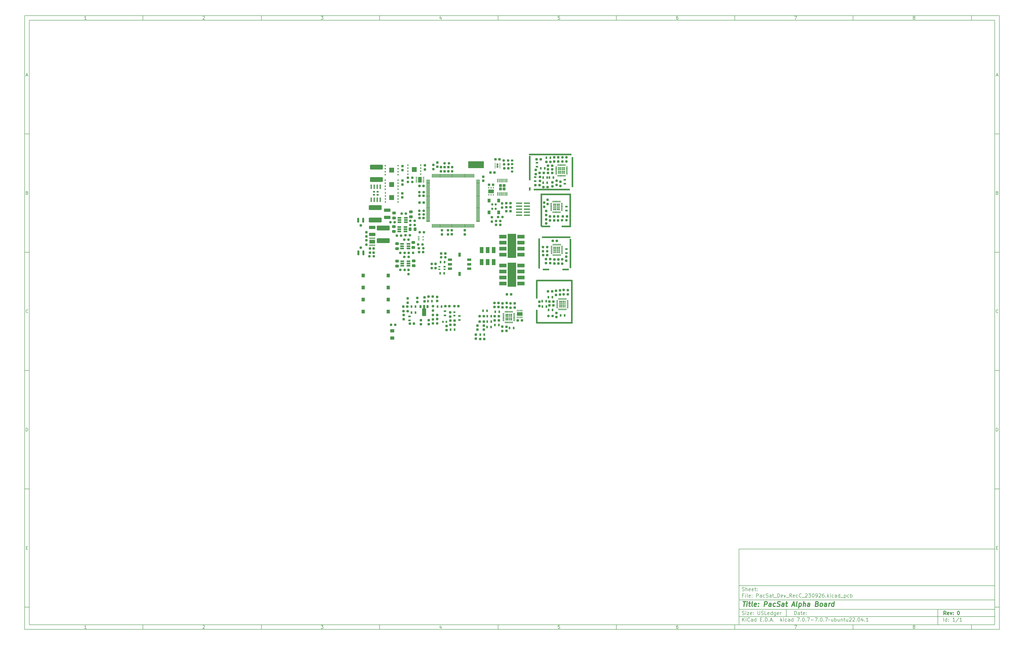
<source format=gbr>
%TF.GenerationSoftware,KiCad,Pcbnew,7.0.7-7.0.7~ubuntu22.04.1*%
%TF.CreationDate,2023-10-03T20:17:37-05:00*%
%TF.ProjectId,PacSat_Dev_RecC_230926,50616353-6174-45f4-9465-765f52656343,0*%
%TF.SameCoordinates,Original*%
%TF.FileFunction,Paste,Top*%
%TF.FilePolarity,Positive*%
%FSLAX46Y46*%
G04 Gerber Fmt 4.6, Leading zero omitted, Abs format (unit mm)*
G04 Created by KiCad (PCBNEW 7.0.7-7.0.7~ubuntu22.04.1) date 2023-10-03 20:17:37*
%MOMM*%
%LPD*%
G01*
G04 APERTURE LIST*
G04 Aperture macros list*
%AMRoundRect*
0 Rectangle with rounded corners*
0 $1 Rounding radius*
0 $2 $3 $4 $5 $6 $7 $8 $9 X,Y pos of 4 corners*
0 Add a 4 corners polygon primitive as box body*
4,1,4,$2,$3,$4,$5,$6,$7,$8,$9,$2,$3,0*
0 Add four circle primitives for the rounded corners*
1,1,$1+$1,$2,$3*
1,1,$1+$1,$4,$5*
1,1,$1+$1,$6,$7*
1,1,$1+$1,$8,$9*
0 Add four rect primitives between the rounded corners*
20,1,$1+$1,$2,$3,$4,$5,0*
20,1,$1+$1,$4,$5,$6,$7,0*
20,1,$1+$1,$6,$7,$8,$9,0*
20,1,$1+$1,$8,$9,$2,$3,0*%
%AMFreePoly0*
4,1,9,3.862500,-0.866500,0.737500,-0.866500,0.737500,-0.450000,-0.737500,-0.450000,-0.737500,0.450000,0.737500,0.450000,0.737500,0.866500,3.862500,0.866500,3.862500,-0.866500,3.862500,-0.866500,$1*%
G04 Aperture macros list end*
%ADD10C,0.100000*%
%ADD11C,0.150000*%
%ADD12C,0.300000*%
%ADD13C,0.400000*%
%ADD14C,0.200000*%
%ADD15RoundRect,0.200000X0.200000X0.250000X-0.200000X0.250000X-0.200000X-0.250000X0.200000X-0.250000X0*%
%ADD16RoundRect,0.237500X0.237500X-0.300000X0.237500X0.300000X-0.237500X0.300000X-0.237500X-0.300000X0*%
%ADD17RoundRect,0.237500X0.300000X0.237500X-0.300000X0.237500X-0.300000X-0.237500X0.300000X-0.237500X0*%
%ADD18RoundRect,0.237500X-0.237500X0.300000X-0.237500X-0.300000X0.237500X-0.300000X0.237500X0.300000X0*%
%ADD19RoundRect,0.237500X0.237500X-0.287500X0.237500X0.287500X-0.237500X0.287500X-0.237500X-0.287500X0*%
%ADD20R,0.300000X1.600000*%
%ADD21R,1.600000X0.300000*%
%ADD22RoundRect,0.250000X-0.475000X0.337500X-0.475000X-0.337500X0.475000X-0.337500X0.475000X0.337500X0*%
%ADD23RoundRect,0.237500X0.237500X-0.250000X0.237500X0.250000X-0.237500X0.250000X-0.237500X-0.250000X0*%
%ADD24RoundRect,0.237500X-0.300000X-0.237500X0.300000X-0.237500X0.300000X0.237500X-0.300000X0.237500X0*%
%ADD25R,0.660400X1.016000*%
%ADD26R,0.762000X10.414000*%
%ADD27R,18.064480X0.762000*%
%ADD28R,0.762000X1.369060*%
%ADD29R,0.762000X12.700000*%
%ADD30R,15.240000X0.762000*%
%ADD31RoundRect,0.237500X0.250000X0.237500X-0.250000X0.237500X-0.250000X-0.237500X0.250000X-0.237500X0*%
%ADD32RoundRect,0.237500X-0.250000X-0.237500X0.250000X-0.237500X0.250000X0.237500X-0.250000X0.237500X0*%
%ADD33RoundRect,0.249999X-2.450001X0.737501X-2.450001X-0.737501X2.450001X-0.737501X2.450001X0.737501X0*%
%ADD34R,0.900000X1.300000*%
%ADD35FreePoly0,270.000000*%
%ADD36R,2.000000X2.000000*%
%ADD37R,0.600000X0.500000*%
%ADD38RoundRect,0.254000X-0.254000X0.254000X-0.254000X-0.254000X0.254000X-0.254000X0.254000X0.254000X0*%
%ADD39RoundRect,0.200000X-0.200000X0.800000X-0.200000X-0.800000X0.200000X-0.800000X0.200000X0.800000X0*%
%ADD40RoundRect,0.250001X-0.624999X0.462499X-0.624999X-0.462499X0.624999X-0.462499X0.624999X0.462499X0*%
%ADD41R,2.390000X1.600000*%
%ADD42R,0.460000X0.710000*%
%ADD43RoundRect,0.182500X-0.182500X-0.222500X0.182500X-0.222500X0.182500X0.222500X-0.182500X0.222500X0*%
%ADD44RoundRect,0.062500X-0.300000X-0.062500X0.300000X-0.062500X0.300000X0.062500X-0.300000X0.062500X0*%
%ADD45R,2.350000X1.580000*%
%ADD46R,0.300000X0.700000*%
%ADD47R,0.900000X0.700000*%
%ADD48R,1.016000X0.660400*%
%ADD49RoundRect,0.237500X-0.237500X0.250000X-0.237500X-0.250000X0.237500X-0.250000X0.237500X0.250000X0*%
%ADD50R,1.397000X1.524000*%
%ADD51R,1.560000X0.650000*%
%ADD52RoundRect,0.250000X0.475000X-0.337500X0.475000X0.337500X-0.475000X0.337500X-0.475000X-0.337500X0*%
%ADD53R,1.650000X2.540000*%
%ADD54RoundRect,0.250001X1.074999X-0.462499X1.074999X0.462499X-1.074999X0.462499X-1.074999X-0.462499X0*%
%ADD55R,3.810000X0.762000*%
%ADD56R,0.762000X13.970000*%
%ADD57R,12.954000X0.762000*%
%ADD58R,0.939800X0.508000*%
%ADD59R,0.939800X0.787400*%
%ADD60RoundRect,0.218750X-0.256250X0.218750X-0.256250X-0.218750X0.256250X-0.218750X0.256250X0.218750X0*%
%ADD61RoundRect,0.250000X0.337500X0.475000X-0.337500X0.475000X-0.337500X-0.475000X0.337500X-0.475000X0*%
%ADD62R,0.650000X0.350000*%
%ADD63R,0.350000X0.650000*%
%ADD64R,0.350000X0.700000*%
%ADD65RoundRect,0.250001X0.374999X-0.354999X0.374999X0.354999X-0.374999X0.354999X-0.374999X-0.354999X0*%
%ADD66RoundRect,0.100000X0.100000X-0.687500X0.100000X0.687500X-0.100000X0.687500X-0.100000X-0.687500X0*%
%ADD67R,14.935200X0.762000*%
%ADD68R,0.762000X5.740400*%
%ADD69R,0.762000X7.874000*%
%ADD70R,0.762000X18.542000*%
%ADD71RoundRect,0.249999X2.450001X-0.737501X2.450001X0.737501X-2.450001X0.737501X-2.450001X-0.737501X0*%
%ADD72R,0.650000X0.400000*%
%ADD73R,2.540000X0.508000*%
%ADD74R,0.700000X0.900000*%
%ADD75R,1.580000X2.350000*%
%ADD76R,0.700000X0.350000*%
%ADD77R,3.048000X1.524000*%
%ADD78R,3.556000X10.160000*%
%ADD79RoundRect,0.250001X-1.074999X0.462499X-1.074999X-0.462499X1.074999X-0.462499X1.074999X0.462499X0*%
%ADD80R,2.794000X0.762000*%
%ADD81R,12.090400X0.762000*%
%ADD82R,0.762000X12.446000*%
%ADD83RoundRect,0.254000X0.254000X-0.254000X0.254000X0.254000X-0.254000X0.254000X-0.254000X-0.254000X0*%
%ADD84RoundRect,0.200000X0.200000X-0.800000X0.200000X0.800000X-0.200000X0.800000X-0.200000X-0.800000X0*%
%ADD85R,1.778000X1.016000*%
%ADD86R,1.016000X1.778000*%
%ADD87R,1.300000X1.600000*%
%ADD88R,0.610000X1.910000*%
%ADD89R,0.930000X0.723000*%
G04 APERTURE END LIST*
D10*
D11*
X311800000Y-235400000D02*
X419800000Y-235400000D01*
X419800000Y-267400000D01*
X311800000Y-267400000D01*
X311800000Y-235400000D01*
D10*
D11*
X10000000Y-10000000D02*
X421800000Y-10000000D01*
X421800000Y-269400000D01*
X10000000Y-269400000D01*
X10000000Y-10000000D01*
D10*
D11*
X12000000Y-12000000D02*
X419800000Y-12000000D01*
X419800000Y-267400000D01*
X12000000Y-267400000D01*
X12000000Y-12000000D01*
D10*
D11*
X60000000Y-12000000D02*
X60000000Y-10000000D01*
D10*
D11*
X110000000Y-12000000D02*
X110000000Y-10000000D01*
D10*
D11*
X160000000Y-12000000D02*
X160000000Y-10000000D01*
D10*
D11*
X210000000Y-12000000D02*
X210000000Y-10000000D01*
D10*
D11*
X260000000Y-12000000D02*
X260000000Y-10000000D01*
D10*
D11*
X310000000Y-12000000D02*
X310000000Y-10000000D01*
D10*
D11*
X360000000Y-12000000D02*
X360000000Y-10000000D01*
D10*
D11*
X410000000Y-12000000D02*
X410000000Y-10000000D01*
D10*
D11*
X36089160Y-11593604D02*
X35346303Y-11593604D01*
X35717731Y-11593604D02*
X35717731Y-10293604D01*
X35717731Y-10293604D02*
X35593922Y-10479319D01*
X35593922Y-10479319D02*
X35470112Y-10603128D01*
X35470112Y-10603128D02*
X35346303Y-10665033D01*
D10*
D11*
X85346303Y-10417414D02*
X85408207Y-10355509D01*
X85408207Y-10355509D02*
X85532017Y-10293604D01*
X85532017Y-10293604D02*
X85841541Y-10293604D01*
X85841541Y-10293604D02*
X85965350Y-10355509D01*
X85965350Y-10355509D02*
X86027255Y-10417414D01*
X86027255Y-10417414D02*
X86089160Y-10541223D01*
X86089160Y-10541223D02*
X86089160Y-10665033D01*
X86089160Y-10665033D02*
X86027255Y-10850747D01*
X86027255Y-10850747D02*
X85284398Y-11593604D01*
X85284398Y-11593604D02*
X86089160Y-11593604D01*
D10*
D11*
X135284398Y-10293604D02*
X136089160Y-10293604D01*
X136089160Y-10293604D02*
X135655826Y-10788842D01*
X135655826Y-10788842D02*
X135841541Y-10788842D01*
X135841541Y-10788842D02*
X135965350Y-10850747D01*
X135965350Y-10850747D02*
X136027255Y-10912652D01*
X136027255Y-10912652D02*
X136089160Y-11036461D01*
X136089160Y-11036461D02*
X136089160Y-11345985D01*
X136089160Y-11345985D02*
X136027255Y-11469795D01*
X136027255Y-11469795D02*
X135965350Y-11531700D01*
X135965350Y-11531700D02*
X135841541Y-11593604D01*
X135841541Y-11593604D02*
X135470112Y-11593604D01*
X135470112Y-11593604D02*
X135346303Y-11531700D01*
X135346303Y-11531700D02*
X135284398Y-11469795D01*
D10*
D11*
X185965350Y-10726938D02*
X185965350Y-11593604D01*
X185655826Y-10231700D02*
X185346303Y-11160271D01*
X185346303Y-11160271D02*
X186151064Y-11160271D01*
D10*
D11*
X236027255Y-10293604D02*
X235408207Y-10293604D01*
X235408207Y-10293604D02*
X235346303Y-10912652D01*
X235346303Y-10912652D02*
X235408207Y-10850747D01*
X235408207Y-10850747D02*
X235532017Y-10788842D01*
X235532017Y-10788842D02*
X235841541Y-10788842D01*
X235841541Y-10788842D02*
X235965350Y-10850747D01*
X235965350Y-10850747D02*
X236027255Y-10912652D01*
X236027255Y-10912652D02*
X236089160Y-11036461D01*
X236089160Y-11036461D02*
X236089160Y-11345985D01*
X236089160Y-11345985D02*
X236027255Y-11469795D01*
X236027255Y-11469795D02*
X235965350Y-11531700D01*
X235965350Y-11531700D02*
X235841541Y-11593604D01*
X235841541Y-11593604D02*
X235532017Y-11593604D01*
X235532017Y-11593604D02*
X235408207Y-11531700D01*
X235408207Y-11531700D02*
X235346303Y-11469795D01*
D10*
D11*
X285965350Y-10293604D02*
X285717731Y-10293604D01*
X285717731Y-10293604D02*
X285593922Y-10355509D01*
X285593922Y-10355509D02*
X285532017Y-10417414D01*
X285532017Y-10417414D02*
X285408207Y-10603128D01*
X285408207Y-10603128D02*
X285346303Y-10850747D01*
X285346303Y-10850747D02*
X285346303Y-11345985D01*
X285346303Y-11345985D02*
X285408207Y-11469795D01*
X285408207Y-11469795D02*
X285470112Y-11531700D01*
X285470112Y-11531700D02*
X285593922Y-11593604D01*
X285593922Y-11593604D02*
X285841541Y-11593604D01*
X285841541Y-11593604D02*
X285965350Y-11531700D01*
X285965350Y-11531700D02*
X286027255Y-11469795D01*
X286027255Y-11469795D02*
X286089160Y-11345985D01*
X286089160Y-11345985D02*
X286089160Y-11036461D01*
X286089160Y-11036461D02*
X286027255Y-10912652D01*
X286027255Y-10912652D02*
X285965350Y-10850747D01*
X285965350Y-10850747D02*
X285841541Y-10788842D01*
X285841541Y-10788842D02*
X285593922Y-10788842D01*
X285593922Y-10788842D02*
X285470112Y-10850747D01*
X285470112Y-10850747D02*
X285408207Y-10912652D01*
X285408207Y-10912652D02*
X285346303Y-11036461D01*
D10*
D11*
X335284398Y-10293604D02*
X336151064Y-10293604D01*
X336151064Y-10293604D02*
X335593922Y-11593604D01*
D10*
D11*
X385593922Y-10850747D02*
X385470112Y-10788842D01*
X385470112Y-10788842D02*
X385408207Y-10726938D01*
X385408207Y-10726938D02*
X385346303Y-10603128D01*
X385346303Y-10603128D02*
X385346303Y-10541223D01*
X385346303Y-10541223D02*
X385408207Y-10417414D01*
X385408207Y-10417414D02*
X385470112Y-10355509D01*
X385470112Y-10355509D02*
X385593922Y-10293604D01*
X385593922Y-10293604D02*
X385841541Y-10293604D01*
X385841541Y-10293604D02*
X385965350Y-10355509D01*
X385965350Y-10355509D02*
X386027255Y-10417414D01*
X386027255Y-10417414D02*
X386089160Y-10541223D01*
X386089160Y-10541223D02*
X386089160Y-10603128D01*
X386089160Y-10603128D02*
X386027255Y-10726938D01*
X386027255Y-10726938D02*
X385965350Y-10788842D01*
X385965350Y-10788842D02*
X385841541Y-10850747D01*
X385841541Y-10850747D02*
X385593922Y-10850747D01*
X385593922Y-10850747D02*
X385470112Y-10912652D01*
X385470112Y-10912652D02*
X385408207Y-10974557D01*
X385408207Y-10974557D02*
X385346303Y-11098366D01*
X385346303Y-11098366D02*
X385346303Y-11345985D01*
X385346303Y-11345985D02*
X385408207Y-11469795D01*
X385408207Y-11469795D02*
X385470112Y-11531700D01*
X385470112Y-11531700D02*
X385593922Y-11593604D01*
X385593922Y-11593604D02*
X385841541Y-11593604D01*
X385841541Y-11593604D02*
X385965350Y-11531700D01*
X385965350Y-11531700D02*
X386027255Y-11469795D01*
X386027255Y-11469795D02*
X386089160Y-11345985D01*
X386089160Y-11345985D02*
X386089160Y-11098366D01*
X386089160Y-11098366D02*
X386027255Y-10974557D01*
X386027255Y-10974557D02*
X385965350Y-10912652D01*
X385965350Y-10912652D02*
X385841541Y-10850747D01*
D10*
D11*
X60000000Y-267400000D02*
X60000000Y-269400000D01*
D10*
D11*
X110000000Y-267400000D02*
X110000000Y-269400000D01*
D10*
D11*
X160000000Y-267400000D02*
X160000000Y-269400000D01*
D10*
D11*
X210000000Y-267400000D02*
X210000000Y-269400000D01*
D10*
D11*
X260000000Y-267400000D02*
X260000000Y-269400000D01*
D10*
D11*
X310000000Y-267400000D02*
X310000000Y-269400000D01*
D10*
D11*
X360000000Y-267400000D02*
X360000000Y-269400000D01*
D10*
D11*
X410000000Y-267400000D02*
X410000000Y-269400000D01*
D10*
D11*
X36089160Y-268993604D02*
X35346303Y-268993604D01*
X35717731Y-268993604D02*
X35717731Y-267693604D01*
X35717731Y-267693604D02*
X35593922Y-267879319D01*
X35593922Y-267879319D02*
X35470112Y-268003128D01*
X35470112Y-268003128D02*
X35346303Y-268065033D01*
D10*
D11*
X85346303Y-267817414D02*
X85408207Y-267755509D01*
X85408207Y-267755509D02*
X85532017Y-267693604D01*
X85532017Y-267693604D02*
X85841541Y-267693604D01*
X85841541Y-267693604D02*
X85965350Y-267755509D01*
X85965350Y-267755509D02*
X86027255Y-267817414D01*
X86027255Y-267817414D02*
X86089160Y-267941223D01*
X86089160Y-267941223D02*
X86089160Y-268065033D01*
X86089160Y-268065033D02*
X86027255Y-268250747D01*
X86027255Y-268250747D02*
X85284398Y-268993604D01*
X85284398Y-268993604D02*
X86089160Y-268993604D01*
D10*
D11*
X135284398Y-267693604D02*
X136089160Y-267693604D01*
X136089160Y-267693604D02*
X135655826Y-268188842D01*
X135655826Y-268188842D02*
X135841541Y-268188842D01*
X135841541Y-268188842D02*
X135965350Y-268250747D01*
X135965350Y-268250747D02*
X136027255Y-268312652D01*
X136027255Y-268312652D02*
X136089160Y-268436461D01*
X136089160Y-268436461D02*
X136089160Y-268745985D01*
X136089160Y-268745985D02*
X136027255Y-268869795D01*
X136027255Y-268869795D02*
X135965350Y-268931700D01*
X135965350Y-268931700D02*
X135841541Y-268993604D01*
X135841541Y-268993604D02*
X135470112Y-268993604D01*
X135470112Y-268993604D02*
X135346303Y-268931700D01*
X135346303Y-268931700D02*
X135284398Y-268869795D01*
D10*
D11*
X185965350Y-268126938D02*
X185965350Y-268993604D01*
X185655826Y-267631700D02*
X185346303Y-268560271D01*
X185346303Y-268560271D02*
X186151064Y-268560271D01*
D10*
D11*
X236027255Y-267693604D02*
X235408207Y-267693604D01*
X235408207Y-267693604D02*
X235346303Y-268312652D01*
X235346303Y-268312652D02*
X235408207Y-268250747D01*
X235408207Y-268250747D02*
X235532017Y-268188842D01*
X235532017Y-268188842D02*
X235841541Y-268188842D01*
X235841541Y-268188842D02*
X235965350Y-268250747D01*
X235965350Y-268250747D02*
X236027255Y-268312652D01*
X236027255Y-268312652D02*
X236089160Y-268436461D01*
X236089160Y-268436461D02*
X236089160Y-268745985D01*
X236089160Y-268745985D02*
X236027255Y-268869795D01*
X236027255Y-268869795D02*
X235965350Y-268931700D01*
X235965350Y-268931700D02*
X235841541Y-268993604D01*
X235841541Y-268993604D02*
X235532017Y-268993604D01*
X235532017Y-268993604D02*
X235408207Y-268931700D01*
X235408207Y-268931700D02*
X235346303Y-268869795D01*
D10*
D11*
X285965350Y-267693604D02*
X285717731Y-267693604D01*
X285717731Y-267693604D02*
X285593922Y-267755509D01*
X285593922Y-267755509D02*
X285532017Y-267817414D01*
X285532017Y-267817414D02*
X285408207Y-268003128D01*
X285408207Y-268003128D02*
X285346303Y-268250747D01*
X285346303Y-268250747D02*
X285346303Y-268745985D01*
X285346303Y-268745985D02*
X285408207Y-268869795D01*
X285408207Y-268869795D02*
X285470112Y-268931700D01*
X285470112Y-268931700D02*
X285593922Y-268993604D01*
X285593922Y-268993604D02*
X285841541Y-268993604D01*
X285841541Y-268993604D02*
X285965350Y-268931700D01*
X285965350Y-268931700D02*
X286027255Y-268869795D01*
X286027255Y-268869795D02*
X286089160Y-268745985D01*
X286089160Y-268745985D02*
X286089160Y-268436461D01*
X286089160Y-268436461D02*
X286027255Y-268312652D01*
X286027255Y-268312652D02*
X285965350Y-268250747D01*
X285965350Y-268250747D02*
X285841541Y-268188842D01*
X285841541Y-268188842D02*
X285593922Y-268188842D01*
X285593922Y-268188842D02*
X285470112Y-268250747D01*
X285470112Y-268250747D02*
X285408207Y-268312652D01*
X285408207Y-268312652D02*
X285346303Y-268436461D01*
D10*
D11*
X335284398Y-267693604D02*
X336151064Y-267693604D01*
X336151064Y-267693604D02*
X335593922Y-268993604D01*
D10*
D11*
X385593922Y-268250747D02*
X385470112Y-268188842D01*
X385470112Y-268188842D02*
X385408207Y-268126938D01*
X385408207Y-268126938D02*
X385346303Y-268003128D01*
X385346303Y-268003128D02*
X385346303Y-267941223D01*
X385346303Y-267941223D02*
X385408207Y-267817414D01*
X385408207Y-267817414D02*
X385470112Y-267755509D01*
X385470112Y-267755509D02*
X385593922Y-267693604D01*
X385593922Y-267693604D02*
X385841541Y-267693604D01*
X385841541Y-267693604D02*
X385965350Y-267755509D01*
X385965350Y-267755509D02*
X386027255Y-267817414D01*
X386027255Y-267817414D02*
X386089160Y-267941223D01*
X386089160Y-267941223D02*
X386089160Y-268003128D01*
X386089160Y-268003128D02*
X386027255Y-268126938D01*
X386027255Y-268126938D02*
X385965350Y-268188842D01*
X385965350Y-268188842D02*
X385841541Y-268250747D01*
X385841541Y-268250747D02*
X385593922Y-268250747D01*
X385593922Y-268250747D02*
X385470112Y-268312652D01*
X385470112Y-268312652D02*
X385408207Y-268374557D01*
X385408207Y-268374557D02*
X385346303Y-268498366D01*
X385346303Y-268498366D02*
X385346303Y-268745985D01*
X385346303Y-268745985D02*
X385408207Y-268869795D01*
X385408207Y-268869795D02*
X385470112Y-268931700D01*
X385470112Y-268931700D02*
X385593922Y-268993604D01*
X385593922Y-268993604D02*
X385841541Y-268993604D01*
X385841541Y-268993604D02*
X385965350Y-268931700D01*
X385965350Y-268931700D02*
X386027255Y-268869795D01*
X386027255Y-268869795D02*
X386089160Y-268745985D01*
X386089160Y-268745985D02*
X386089160Y-268498366D01*
X386089160Y-268498366D02*
X386027255Y-268374557D01*
X386027255Y-268374557D02*
X385965350Y-268312652D01*
X385965350Y-268312652D02*
X385841541Y-268250747D01*
D10*
D11*
X10000000Y-60000000D02*
X12000000Y-60000000D01*
D10*
D11*
X10000000Y-110000000D02*
X12000000Y-110000000D01*
D10*
D11*
X10000000Y-160000000D02*
X12000000Y-160000000D01*
D10*
D11*
X10000000Y-210000000D02*
X12000000Y-210000000D01*
D10*
D11*
X10000000Y-260000000D02*
X12000000Y-260000000D01*
D10*
D11*
X10690476Y-35222176D02*
X11309523Y-35222176D01*
X10566666Y-35593604D02*
X10999999Y-34293604D01*
X10999999Y-34293604D02*
X11433333Y-35593604D01*
D10*
D11*
X11092857Y-84912652D02*
X11278571Y-84974557D01*
X11278571Y-84974557D02*
X11340476Y-85036461D01*
X11340476Y-85036461D02*
X11402380Y-85160271D01*
X11402380Y-85160271D02*
X11402380Y-85345985D01*
X11402380Y-85345985D02*
X11340476Y-85469795D01*
X11340476Y-85469795D02*
X11278571Y-85531700D01*
X11278571Y-85531700D02*
X11154761Y-85593604D01*
X11154761Y-85593604D02*
X10659523Y-85593604D01*
X10659523Y-85593604D02*
X10659523Y-84293604D01*
X10659523Y-84293604D02*
X11092857Y-84293604D01*
X11092857Y-84293604D02*
X11216666Y-84355509D01*
X11216666Y-84355509D02*
X11278571Y-84417414D01*
X11278571Y-84417414D02*
X11340476Y-84541223D01*
X11340476Y-84541223D02*
X11340476Y-84665033D01*
X11340476Y-84665033D02*
X11278571Y-84788842D01*
X11278571Y-84788842D02*
X11216666Y-84850747D01*
X11216666Y-84850747D02*
X11092857Y-84912652D01*
X11092857Y-84912652D02*
X10659523Y-84912652D01*
D10*
D11*
X11402380Y-135469795D02*
X11340476Y-135531700D01*
X11340476Y-135531700D02*
X11154761Y-135593604D01*
X11154761Y-135593604D02*
X11030952Y-135593604D01*
X11030952Y-135593604D02*
X10845238Y-135531700D01*
X10845238Y-135531700D02*
X10721428Y-135407890D01*
X10721428Y-135407890D02*
X10659523Y-135284080D01*
X10659523Y-135284080D02*
X10597619Y-135036461D01*
X10597619Y-135036461D02*
X10597619Y-134850747D01*
X10597619Y-134850747D02*
X10659523Y-134603128D01*
X10659523Y-134603128D02*
X10721428Y-134479319D01*
X10721428Y-134479319D02*
X10845238Y-134355509D01*
X10845238Y-134355509D02*
X11030952Y-134293604D01*
X11030952Y-134293604D02*
X11154761Y-134293604D01*
X11154761Y-134293604D02*
X11340476Y-134355509D01*
X11340476Y-134355509D02*
X11402380Y-134417414D01*
D10*
D11*
X10659523Y-185593604D02*
X10659523Y-184293604D01*
X10659523Y-184293604D02*
X10969047Y-184293604D01*
X10969047Y-184293604D02*
X11154761Y-184355509D01*
X11154761Y-184355509D02*
X11278571Y-184479319D01*
X11278571Y-184479319D02*
X11340476Y-184603128D01*
X11340476Y-184603128D02*
X11402380Y-184850747D01*
X11402380Y-184850747D02*
X11402380Y-185036461D01*
X11402380Y-185036461D02*
X11340476Y-185284080D01*
X11340476Y-185284080D02*
X11278571Y-185407890D01*
X11278571Y-185407890D02*
X11154761Y-185531700D01*
X11154761Y-185531700D02*
X10969047Y-185593604D01*
X10969047Y-185593604D02*
X10659523Y-185593604D01*
D10*
D11*
X10721428Y-234912652D02*
X11154762Y-234912652D01*
X11340476Y-235593604D02*
X10721428Y-235593604D01*
X10721428Y-235593604D02*
X10721428Y-234293604D01*
X10721428Y-234293604D02*
X11340476Y-234293604D01*
D10*
D11*
X421800000Y-60000000D02*
X419800000Y-60000000D01*
D10*
D11*
X421800000Y-110000000D02*
X419800000Y-110000000D01*
D10*
D11*
X421800000Y-160000000D02*
X419800000Y-160000000D01*
D10*
D11*
X421800000Y-210000000D02*
X419800000Y-210000000D01*
D10*
D11*
X421800000Y-260000000D02*
X419800000Y-260000000D01*
D10*
D11*
X420490476Y-35222176D02*
X421109523Y-35222176D01*
X420366666Y-35593604D02*
X420799999Y-34293604D01*
X420799999Y-34293604D02*
X421233333Y-35593604D01*
D10*
D11*
X420892857Y-84912652D02*
X421078571Y-84974557D01*
X421078571Y-84974557D02*
X421140476Y-85036461D01*
X421140476Y-85036461D02*
X421202380Y-85160271D01*
X421202380Y-85160271D02*
X421202380Y-85345985D01*
X421202380Y-85345985D02*
X421140476Y-85469795D01*
X421140476Y-85469795D02*
X421078571Y-85531700D01*
X421078571Y-85531700D02*
X420954761Y-85593604D01*
X420954761Y-85593604D02*
X420459523Y-85593604D01*
X420459523Y-85593604D02*
X420459523Y-84293604D01*
X420459523Y-84293604D02*
X420892857Y-84293604D01*
X420892857Y-84293604D02*
X421016666Y-84355509D01*
X421016666Y-84355509D02*
X421078571Y-84417414D01*
X421078571Y-84417414D02*
X421140476Y-84541223D01*
X421140476Y-84541223D02*
X421140476Y-84665033D01*
X421140476Y-84665033D02*
X421078571Y-84788842D01*
X421078571Y-84788842D02*
X421016666Y-84850747D01*
X421016666Y-84850747D02*
X420892857Y-84912652D01*
X420892857Y-84912652D02*
X420459523Y-84912652D01*
D10*
D11*
X421202380Y-135469795D02*
X421140476Y-135531700D01*
X421140476Y-135531700D02*
X420954761Y-135593604D01*
X420954761Y-135593604D02*
X420830952Y-135593604D01*
X420830952Y-135593604D02*
X420645238Y-135531700D01*
X420645238Y-135531700D02*
X420521428Y-135407890D01*
X420521428Y-135407890D02*
X420459523Y-135284080D01*
X420459523Y-135284080D02*
X420397619Y-135036461D01*
X420397619Y-135036461D02*
X420397619Y-134850747D01*
X420397619Y-134850747D02*
X420459523Y-134603128D01*
X420459523Y-134603128D02*
X420521428Y-134479319D01*
X420521428Y-134479319D02*
X420645238Y-134355509D01*
X420645238Y-134355509D02*
X420830952Y-134293604D01*
X420830952Y-134293604D02*
X420954761Y-134293604D01*
X420954761Y-134293604D02*
X421140476Y-134355509D01*
X421140476Y-134355509D02*
X421202380Y-134417414D01*
D10*
D11*
X420459523Y-185593604D02*
X420459523Y-184293604D01*
X420459523Y-184293604D02*
X420769047Y-184293604D01*
X420769047Y-184293604D02*
X420954761Y-184355509D01*
X420954761Y-184355509D02*
X421078571Y-184479319D01*
X421078571Y-184479319D02*
X421140476Y-184603128D01*
X421140476Y-184603128D02*
X421202380Y-184850747D01*
X421202380Y-184850747D02*
X421202380Y-185036461D01*
X421202380Y-185036461D02*
X421140476Y-185284080D01*
X421140476Y-185284080D02*
X421078571Y-185407890D01*
X421078571Y-185407890D02*
X420954761Y-185531700D01*
X420954761Y-185531700D02*
X420769047Y-185593604D01*
X420769047Y-185593604D02*
X420459523Y-185593604D01*
D10*
D11*
X420521428Y-234912652D02*
X420954762Y-234912652D01*
X421140476Y-235593604D02*
X420521428Y-235593604D01*
X420521428Y-235593604D02*
X420521428Y-234293604D01*
X420521428Y-234293604D02*
X421140476Y-234293604D01*
D10*
D11*
X335255826Y-263186128D02*
X335255826Y-261686128D01*
X335255826Y-261686128D02*
X335612969Y-261686128D01*
X335612969Y-261686128D02*
X335827255Y-261757557D01*
X335827255Y-261757557D02*
X335970112Y-261900414D01*
X335970112Y-261900414D02*
X336041541Y-262043271D01*
X336041541Y-262043271D02*
X336112969Y-262328985D01*
X336112969Y-262328985D02*
X336112969Y-262543271D01*
X336112969Y-262543271D02*
X336041541Y-262828985D01*
X336041541Y-262828985D02*
X335970112Y-262971842D01*
X335970112Y-262971842D02*
X335827255Y-263114700D01*
X335827255Y-263114700D02*
X335612969Y-263186128D01*
X335612969Y-263186128D02*
X335255826Y-263186128D01*
X337398684Y-263186128D02*
X337398684Y-262400414D01*
X337398684Y-262400414D02*
X337327255Y-262257557D01*
X337327255Y-262257557D02*
X337184398Y-262186128D01*
X337184398Y-262186128D02*
X336898684Y-262186128D01*
X336898684Y-262186128D02*
X336755826Y-262257557D01*
X337398684Y-263114700D02*
X337255826Y-263186128D01*
X337255826Y-263186128D02*
X336898684Y-263186128D01*
X336898684Y-263186128D02*
X336755826Y-263114700D01*
X336755826Y-263114700D02*
X336684398Y-262971842D01*
X336684398Y-262971842D02*
X336684398Y-262828985D01*
X336684398Y-262828985D02*
X336755826Y-262686128D01*
X336755826Y-262686128D02*
X336898684Y-262614700D01*
X336898684Y-262614700D02*
X337255826Y-262614700D01*
X337255826Y-262614700D02*
X337398684Y-262543271D01*
X337898684Y-262186128D02*
X338470112Y-262186128D01*
X338112969Y-261686128D02*
X338112969Y-262971842D01*
X338112969Y-262971842D02*
X338184398Y-263114700D01*
X338184398Y-263114700D02*
X338327255Y-263186128D01*
X338327255Y-263186128D02*
X338470112Y-263186128D01*
X339541541Y-263114700D02*
X339398684Y-263186128D01*
X339398684Y-263186128D02*
X339112970Y-263186128D01*
X339112970Y-263186128D02*
X338970112Y-263114700D01*
X338970112Y-263114700D02*
X338898684Y-262971842D01*
X338898684Y-262971842D02*
X338898684Y-262400414D01*
X338898684Y-262400414D02*
X338970112Y-262257557D01*
X338970112Y-262257557D02*
X339112970Y-262186128D01*
X339112970Y-262186128D02*
X339398684Y-262186128D01*
X339398684Y-262186128D02*
X339541541Y-262257557D01*
X339541541Y-262257557D02*
X339612970Y-262400414D01*
X339612970Y-262400414D02*
X339612970Y-262543271D01*
X339612970Y-262543271D02*
X338898684Y-262686128D01*
X340255826Y-263043271D02*
X340327255Y-263114700D01*
X340327255Y-263114700D02*
X340255826Y-263186128D01*
X340255826Y-263186128D02*
X340184398Y-263114700D01*
X340184398Y-263114700D02*
X340255826Y-263043271D01*
X340255826Y-263043271D02*
X340255826Y-263186128D01*
X340255826Y-262257557D02*
X340327255Y-262328985D01*
X340327255Y-262328985D02*
X340255826Y-262400414D01*
X340255826Y-262400414D02*
X340184398Y-262328985D01*
X340184398Y-262328985D02*
X340255826Y-262257557D01*
X340255826Y-262257557D02*
X340255826Y-262400414D01*
D10*
D11*
X311800000Y-263900000D02*
X419800000Y-263900000D01*
D10*
D11*
X313255826Y-265986128D02*
X313255826Y-264486128D01*
X314112969Y-265986128D02*
X313470112Y-265128985D01*
X314112969Y-264486128D02*
X313255826Y-265343271D01*
X314755826Y-265986128D02*
X314755826Y-264986128D01*
X314755826Y-264486128D02*
X314684398Y-264557557D01*
X314684398Y-264557557D02*
X314755826Y-264628985D01*
X314755826Y-264628985D02*
X314827255Y-264557557D01*
X314827255Y-264557557D02*
X314755826Y-264486128D01*
X314755826Y-264486128D02*
X314755826Y-264628985D01*
X316327255Y-265843271D02*
X316255827Y-265914700D01*
X316255827Y-265914700D02*
X316041541Y-265986128D01*
X316041541Y-265986128D02*
X315898684Y-265986128D01*
X315898684Y-265986128D02*
X315684398Y-265914700D01*
X315684398Y-265914700D02*
X315541541Y-265771842D01*
X315541541Y-265771842D02*
X315470112Y-265628985D01*
X315470112Y-265628985D02*
X315398684Y-265343271D01*
X315398684Y-265343271D02*
X315398684Y-265128985D01*
X315398684Y-265128985D02*
X315470112Y-264843271D01*
X315470112Y-264843271D02*
X315541541Y-264700414D01*
X315541541Y-264700414D02*
X315684398Y-264557557D01*
X315684398Y-264557557D02*
X315898684Y-264486128D01*
X315898684Y-264486128D02*
X316041541Y-264486128D01*
X316041541Y-264486128D02*
X316255827Y-264557557D01*
X316255827Y-264557557D02*
X316327255Y-264628985D01*
X317612970Y-265986128D02*
X317612970Y-265200414D01*
X317612970Y-265200414D02*
X317541541Y-265057557D01*
X317541541Y-265057557D02*
X317398684Y-264986128D01*
X317398684Y-264986128D02*
X317112970Y-264986128D01*
X317112970Y-264986128D02*
X316970112Y-265057557D01*
X317612970Y-265914700D02*
X317470112Y-265986128D01*
X317470112Y-265986128D02*
X317112970Y-265986128D01*
X317112970Y-265986128D02*
X316970112Y-265914700D01*
X316970112Y-265914700D02*
X316898684Y-265771842D01*
X316898684Y-265771842D02*
X316898684Y-265628985D01*
X316898684Y-265628985D02*
X316970112Y-265486128D01*
X316970112Y-265486128D02*
X317112970Y-265414700D01*
X317112970Y-265414700D02*
X317470112Y-265414700D01*
X317470112Y-265414700D02*
X317612970Y-265343271D01*
X318970113Y-265986128D02*
X318970113Y-264486128D01*
X318970113Y-265914700D02*
X318827255Y-265986128D01*
X318827255Y-265986128D02*
X318541541Y-265986128D01*
X318541541Y-265986128D02*
X318398684Y-265914700D01*
X318398684Y-265914700D02*
X318327255Y-265843271D01*
X318327255Y-265843271D02*
X318255827Y-265700414D01*
X318255827Y-265700414D02*
X318255827Y-265271842D01*
X318255827Y-265271842D02*
X318327255Y-265128985D01*
X318327255Y-265128985D02*
X318398684Y-265057557D01*
X318398684Y-265057557D02*
X318541541Y-264986128D01*
X318541541Y-264986128D02*
X318827255Y-264986128D01*
X318827255Y-264986128D02*
X318970113Y-265057557D01*
X320827255Y-265200414D02*
X321327255Y-265200414D01*
X321541541Y-265986128D02*
X320827255Y-265986128D01*
X320827255Y-265986128D02*
X320827255Y-264486128D01*
X320827255Y-264486128D02*
X321541541Y-264486128D01*
X322184398Y-265843271D02*
X322255827Y-265914700D01*
X322255827Y-265914700D02*
X322184398Y-265986128D01*
X322184398Y-265986128D02*
X322112970Y-265914700D01*
X322112970Y-265914700D02*
X322184398Y-265843271D01*
X322184398Y-265843271D02*
X322184398Y-265986128D01*
X322898684Y-265986128D02*
X322898684Y-264486128D01*
X322898684Y-264486128D02*
X323255827Y-264486128D01*
X323255827Y-264486128D02*
X323470113Y-264557557D01*
X323470113Y-264557557D02*
X323612970Y-264700414D01*
X323612970Y-264700414D02*
X323684399Y-264843271D01*
X323684399Y-264843271D02*
X323755827Y-265128985D01*
X323755827Y-265128985D02*
X323755827Y-265343271D01*
X323755827Y-265343271D02*
X323684399Y-265628985D01*
X323684399Y-265628985D02*
X323612970Y-265771842D01*
X323612970Y-265771842D02*
X323470113Y-265914700D01*
X323470113Y-265914700D02*
X323255827Y-265986128D01*
X323255827Y-265986128D02*
X322898684Y-265986128D01*
X324398684Y-265843271D02*
X324470113Y-265914700D01*
X324470113Y-265914700D02*
X324398684Y-265986128D01*
X324398684Y-265986128D02*
X324327256Y-265914700D01*
X324327256Y-265914700D02*
X324398684Y-265843271D01*
X324398684Y-265843271D02*
X324398684Y-265986128D01*
X325041542Y-265557557D02*
X325755828Y-265557557D01*
X324898685Y-265986128D02*
X325398685Y-264486128D01*
X325398685Y-264486128D02*
X325898685Y-265986128D01*
X326398684Y-265843271D02*
X326470113Y-265914700D01*
X326470113Y-265914700D02*
X326398684Y-265986128D01*
X326398684Y-265986128D02*
X326327256Y-265914700D01*
X326327256Y-265914700D02*
X326398684Y-265843271D01*
X326398684Y-265843271D02*
X326398684Y-265986128D01*
X329398684Y-265986128D02*
X329398684Y-264486128D01*
X329541542Y-265414700D02*
X329970113Y-265986128D01*
X329970113Y-264986128D02*
X329398684Y-265557557D01*
X330612970Y-265986128D02*
X330612970Y-264986128D01*
X330612970Y-264486128D02*
X330541542Y-264557557D01*
X330541542Y-264557557D02*
X330612970Y-264628985D01*
X330612970Y-264628985D02*
X330684399Y-264557557D01*
X330684399Y-264557557D02*
X330612970Y-264486128D01*
X330612970Y-264486128D02*
X330612970Y-264628985D01*
X331970114Y-265914700D02*
X331827256Y-265986128D01*
X331827256Y-265986128D02*
X331541542Y-265986128D01*
X331541542Y-265986128D02*
X331398685Y-265914700D01*
X331398685Y-265914700D02*
X331327256Y-265843271D01*
X331327256Y-265843271D02*
X331255828Y-265700414D01*
X331255828Y-265700414D02*
X331255828Y-265271842D01*
X331255828Y-265271842D02*
X331327256Y-265128985D01*
X331327256Y-265128985D02*
X331398685Y-265057557D01*
X331398685Y-265057557D02*
X331541542Y-264986128D01*
X331541542Y-264986128D02*
X331827256Y-264986128D01*
X331827256Y-264986128D02*
X331970114Y-265057557D01*
X333255828Y-265986128D02*
X333255828Y-265200414D01*
X333255828Y-265200414D02*
X333184399Y-265057557D01*
X333184399Y-265057557D02*
X333041542Y-264986128D01*
X333041542Y-264986128D02*
X332755828Y-264986128D01*
X332755828Y-264986128D02*
X332612970Y-265057557D01*
X333255828Y-265914700D02*
X333112970Y-265986128D01*
X333112970Y-265986128D02*
X332755828Y-265986128D01*
X332755828Y-265986128D02*
X332612970Y-265914700D01*
X332612970Y-265914700D02*
X332541542Y-265771842D01*
X332541542Y-265771842D02*
X332541542Y-265628985D01*
X332541542Y-265628985D02*
X332612970Y-265486128D01*
X332612970Y-265486128D02*
X332755828Y-265414700D01*
X332755828Y-265414700D02*
X333112970Y-265414700D01*
X333112970Y-265414700D02*
X333255828Y-265343271D01*
X334612971Y-265986128D02*
X334612971Y-264486128D01*
X334612971Y-265914700D02*
X334470113Y-265986128D01*
X334470113Y-265986128D02*
X334184399Y-265986128D01*
X334184399Y-265986128D02*
X334041542Y-265914700D01*
X334041542Y-265914700D02*
X333970113Y-265843271D01*
X333970113Y-265843271D02*
X333898685Y-265700414D01*
X333898685Y-265700414D02*
X333898685Y-265271842D01*
X333898685Y-265271842D02*
X333970113Y-265128985D01*
X333970113Y-265128985D02*
X334041542Y-265057557D01*
X334041542Y-265057557D02*
X334184399Y-264986128D01*
X334184399Y-264986128D02*
X334470113Y-264986128D01*
X334470113Y-264986128D02*
X334612971Y-265057557D01*
X336327256Y-264486128D02*
X337327256Y-264486128D01*
X337327256Y-264486128D02*
X336684399Y-265986128D01*
X337898684Y-265843271D02*
X337970113Y-265914700D01*
X337970113Y-265914700D02*
X337898684Y-265986128D01*
X337898684Y-265986128D02*
X337827256Y-265914700D01*
X337827256Y-265914700D02*
X337898684Y-265843271D01*
X337898684Y-265843271D02*
X337898684Y-265986128D01*
X338898685Y-264486128D02*
X339041542Y-264486128D01*
X339041542Y-264486128D02*
X339184399Y-264557557D01*
X339184399Y-264557557D02*
X339255828Y-264628985D01*
X339255828Y-264628985D02*
X339327256Y-264771842D01*
X339327256Y-264771842D02*
X339398685Y-265057557D01*
X339398685Y-265057557D02*
X339398685Y-265414700D01*
X339398685Y-265414700D02*
X339327256Y-265700414D01*
X339327256Y-265700414D02*
X339255828Y-265843271D01*
X339255828Y-265843271D02*
X339184399Y-265914700D01*
X339184399Y-265914700D02*
X339041542Y-265986128D01*
X339041542Y-265986128D02*
X338898685Y-265986128D01*
X338898685Y-265986128D02*
X338755828Y-265914700D01*
X338755828Y-265914700D02*
X338684399Y-265843271D01*
X338684399Y-265843271D02*
X338612970Y-265700414D01*
X338612970Y-265700414D02*
X338541542Y-265414700D01*
X338541542Y-265414700D02*
X338541542Y-265057557D01*
X338541542Y-265057557D02*
X338612970Y-264771842D01*
X338612970Y-264771842D02*
X338684399Y-264628985D01*
X338684399Y-264628985D02*
X338755828Y-264557557D01*
X338755828Y-264557557D02*
X338898685Y-264486128D01*
X340041541Y-265843271D02*
X340112970Y-265914700D01*
X340112970Y-265914700D02*
X340041541Y-265986128D01*
X340041541Y-265986128D02*
X339970113Y-265914700D01*
X339970113Y-265914700D02*
X340041541Y-265843271D01*
X340041541Y-265843271D02*
X340041541Y-265986128D01*
X340612970Y-264486128D02*
X341612970Y-264486128D01*
X341612970Y-264486128D02*
X340970113Y-265986128D01*
X342184398Y-265414700D02*
X343327256Y-265414700D01*
X343898684Y-264486128D02*
X344898684Y-264486128D01*
X344898684Y-264486128D02*
X344255827Y-265986128D01*
X345470112Y-265843271D02*
X345541541Y-265914700D01*
X345541541Y-265914700D02*
X345470112Y-265986128D01*
X345470112Y-265986128D02*
X345398684Y-265914700D01*
X345398684Y-265914700D02*
X345470112Y-265843271D01*
X345470112Y-265843271D02*
X345470112Y-265986128D01*
X346470113Y-264486128D02*
X346612970Y-264486128D01*
X346612970Y-264486128D02*
X346755827Y-264557557D01*
X346755827Y-264557557D02*
X346827256Y-264628985D01*
X346827256Y-264628985D02*
X346898684Y-264771842D01*
X346898684Y-264771842D02*
X346970113Y-265057557D01*
X346970113Y-265057557D02*
X346970113Y-265414700D01*
X346970113Y-265414700D02*
X346898684Y-265700414D01*
X346898684Y-265700414D02*
X346827256Y-265843271D01*
X346827256Y-265843271D02*
X346755827Y-265914700D01*
X346755827Y-265914700D02*
X346612970Y-265986128D01*
X346612970Y-265986128D02*
X346470113Y-265986128D01*
X346470113Y-265986128D02*
X346327256Y-265914700D01*
X346327256Y-265914700D02*
X346255827Y-265843271D01*
X346255827Y-265843271D02*
X346184398Y-265700414D01*
X346184398Y-265700414D02*
X346112970Y-265414700D01*
X346112970Y-265414700D02*
X346112970Y-265057557D01*
X346112970Y-265057557D02*
X346184398Y-264771842D01*
X346184398Y-264771842D02*
X346255827Y-264628985D01*
X346255827Y-264628985D02*
X346327256Y-264557557D01*
X346327256Y-264557557D02*
X346470113Y-264486128D01*
X347612969Y-265843271D02*
X347684398Y-265914700D01*
X347684398Y-265914700D02*
X347612969Y-265986128D01*
X347612969Y-265986128D02*
X347541541Y-265914700D01*
X347541541Y-265914700D02*
X347612969Y-265843271D01*
X347612969Y-265843271D02*
X347612969Y-265986128D01*
X348184398Y-264486128D02*
X349184398Y-264486128D01*
X349184398Y-264486128D02*
X348541541Y-265986128D01*
X349541541Y-265414700D02*
X349612969Y-265343271D01*
X349612969Y-265343271D02*
X349755826Y-265271842D01*
X349755826Y-265271842D02*
X350041541Y-265414700D01*
X350041541Y-265414700D02*
X350184398Y-265343271D01*
X350184398Y-265343271D02*
X350255826Y-265271842D01*
X351470113Y-264986128D02*
X351470113Y-265986128D01*
X350827255Y-264986128D02*
X350827255Y-265771842D01*
X350827255Y-265771842D02*
X350898684Y-265914700D01*
X350898684Y-265914700D02*
X351041541Y-265986128D01*
X351041541Y-265986128D02*
X351255827Y-265986128D01*
X351255827Y-265986128D02*
X351398684Y-265914700D01*
X351398684Y-265914700D02*
X351470113Y-265843271D01*
X352184398Y-265986128D02*
X352184398Y-264486128D01*
X352184398Y-265057557D02*
X352327256Y-264986128D01*
X352327256Y-264986128D02*
X352612970Y-264986128D01*
X352612970Y-264986128D02*
X352755827Y-265057557D01*
X352755827Y-265057557D02*
X352827256Y-265128985D01*
X352827256Y-265128985D02*
X352898684Y-265271842D01*
X352898684Y-265271842D02*
X352898684Y-265700414D01*
X352898684Y-265700414D02*
X352827256Y-265843271D01*
X352827256Y-265843271D02*
X352755827Y-265914700D01*
X352755827Y-265914700D02*
X352612970Y-265986128D01*
X352612970Y-265986128D02*
X352327256Y-265986128D01*
X352327256Y-265986128D02*
X352184398Y-265914700D01*
X354184399Y-264986128D02*
X354184399Y-265986128D01*
X353541541Y-264986128D02*
X353541541Y-265771842D01*
X353541541Y-265771842D02*
X353612970Y-265914700D01*
X353612970Y-265914700D02*
X353755827Y-265986128D01*
X353755827Y-265986128D02*
X353970113Y-265986128D01*
X353970113Y-265986128D02*
X354112970Y-265914700D01*
X354112970Y-265914700D02*
X354184399Y-265843271D01*
X354898684Y-264986128D02*
X354898684Y-265986128D01*
X354898684Y-265128985D02*
X354970113Y-265057557D01*
X354970113Y-265057557D02*
X355112970Y-264986128D01*
X355112970Y-264986128D02*
X355327256Y-264986128D01*
X355327256Y-264986128D02*
X355470113Y-265057557D01*
X355470113Y-265057557D02*
X355541542Y-265200414D01*
X355541542Y-265200414D02*
X355541542Y-265986128D01*
X356041542Y-264986128D02*
X356612970Y-264986128D01*
X356255827Y-264486128D02*
X356255827Y-265771842D01*
X356255827Y-265771842D02*
X356327256Y-265914700D01*
X356327256Y-265914700D02*
X356470113Y-265986128D01*
X356470113Y-265986128D02*
X356612970Y-265986128D01*
X357755828Y-264986128D02*
X357755828Y-265986128D01*
X357112970Y-264986128D02*
X357112970Y-265771842D01*
X357112970Y-265771842D02*
X357184399Y-265914700D01*
X357184399Y-265914700D02*
X357327256Y-265986128D01*
X357327256Y-265986128D02*
X357541542Y-265986128D01*
X357541542Y-265986128D02*
X357684399Y-265914700D01*
X357684399Y-265914700D02*
X357755828Y-265843271D01*
X358398685Y-264628985D02*
X358470113Y-264557557D01*
X358470113Y-264557557D02*
X358612971Y-264486128D01*
X358612971Y-264486128D02*
X358970113Y-264486128D01*
X358970113Y-264486128D02*
X359112971Y-264557557D01*
X359112971Y-264557557D02*
X359184399Y-264628985D01*
X359184399Y-264628985D02*
X359255828Y-264771842D01*
X359255828Y-264771842D02*
X359255828Y-264914700D01*
X359255828Y-264914700D02*
X359184399Y-265128985D01*
X359184399Y-265128985D02*
X358327256Y-265986128D01*
X358327256Y-265986128D02*
X359255828Y-265986128D01*
X359827256Y-264628985D02*
X359898684Y-264557557D01*
X359898684Y-264557557D02*
X360041542Y-264486128D01*
X360041542Y-264486128D02*
X360398684Y-264486128D01*
X360398684Y-264486128D02*
X360541542Y-264557557D01*
X360541542Y-264557557D02*
X360612970Y-264628985D01*
X360612970Y-264628985D02*
X360684399Y-264771842D01*
X360684399Y-264771842D02*
X360684399Y-264914700D01*
X360684399Y-264914700D02*
X360612970Y-265128985D01*
X360612970Y-265128985D02*
X359755827Y-265986128D01*
X359755827Y-265986128D02*
X360684399Y-265986128D01*
X361327255Y-265843271D02*
X361398684Y-265914700D01*
X361398684Y-265914700D02*
X361327255Y-265986128D01*
X361327255Y-265986128D02*
X361255827Y-265914700D01*
X361255827Y-265914700D02*
X361327255Y-265843271D01*
X361327255Y-265843271D02*
X361327255Y-265986128D01*
X362327256Y-264486128D02*
X362470113Y-264486128D01*
X362470113Y-264486128D02*
X362612970Y-264557557D01*
X362612970Y-264557557D02*
X362684399Y-264628985D01*
X362684399Y-264628985D02*
X362755827Y-264771842D01*
X362755827Y-264771842D02*
X362827256Y-265057557D01*
X362827256Y-265057557D02*
X362827256Y-265414700D01*
X362827256Y-265414700D02*
X362755827Y-265700414D01*
X362755827Y-265700414D02*
X362684399Y-265843271D01*
X362684399Y-265843271D02*
X362612970Y-265914700D01*
X362612970Y-265914700D02*
X362470113Y-265986128D01*
X362470113Y-265986128D02*
X362327256Y-265986128D01*
X362327256Y-265986128D02*
X362184399Y-265914700D01*
X362184399Y-265914700D02*
X362112970Y-265843271D01*
X362112970Y-265843271D02*
X362041541Y-265700414D01*
X362041541Y-265700414D02*
X361970113Y-265414700D01*
X361970113Y-265414700D02*
X361970113Y-265057557D01*
X361970113Y-265057557D02*
X362041541Y-264771842D01*
X362041541Y-264771842D02*
X362112970Y-264628985D01*
X362112970Y-264628985D02*
X362184399Y-264557557D01*
X362184399Y-264557557D02*
X362327256Y-264486128D01*
X364112970Y-264986128D02*
X364112970Y-265986128D01*
X363755827Y-264414700D02*
X363398684Y-265486128D01*
X363398684Y-265486128D02*
X364327255Y-265486128D01*
X364898683Y-265843271D02*
X364970112Y-265914700D01*
X364970112Y-265914700D02*
X364898683Y-265986128D01*
X364898683Y-265986128D02*
X364827255Y-265914700D01*
X364827255Y-265914700D02*
X364898683Y-265843271D01*
X364898683Y-265843271D02*
X364898683Y-265986128D01*
X366398684Y-265986128D02*
X365541541Y-265986128D01*
X365970112Y-265986128D02*
X365970112Y-264486128D01*
X365970112Y-264486128D02*
X365827255Y-264700414D01*
X365827255Y-264700414D02*
X365684398Y-264843271D01*
X365684398Y-264843271D02*
X365541541Y-264914700D01*
D10*
D11*
X311800000Y-260900000D02*
X419800000Y-260900000D01*
D10*
D12*
X399211653Y-263178328D02*
X398711653Y-262464042D01*
X398354510Y-263178328D02*
X398354510Y-261678328D01*
X398354510Y-261678328D02*
X398925939Y-261678328D01*
X398925939Y-261678328D02*
X399068796Y-261749757D01*
X399068796Y-261749757D02*
X399140225Y-261821185D01*
X399140225Y-261821185D02*
X399211653Y-261964042D01*
X399211653Y-261964042D02*
X399211653Y-262178328D01*
X399211653Y-262178328D02*
X399140225Y-262321185D01*
X399140225Y-262321185D02*
X399068796Y-262392614D01*
X399068796Y-262392614D02*
X398925939Y-262464042D01*
X398925939Y-262464042D02*
X398354510Y-262464042D01*
X400425939Y-263106900D02*
X400283082Y-263178328D01*
X400283082Y-263178328D02*
X399997368Y-263178328D01*
X399997368Y-263178328D02*
X399854510Y-263106900D01*
X399854510Y-263106900D02*
X399783082Y-262964042D01*
X399783082Y-262964042D02*
X399783082Y-262392614D01*
X399783082Y-262392614D02*
X399854510Y-262249757D01*
X399854510Y-262249757D02*
X399997368Y-262178328D01*
X399997368Y-262178328D02*
X400283082Y-262178328D01*
X400283082Y-262178328D02*
X400425939Y-262249757D01*
X400425939Y-262249757D02*
X400497368Y-262392614D01*
X400497368Y-262392614D02*
X400497368Y-262535471D01*
X400497368Y-262535471D02*
X399783082Y-262678328D01*
X400997367Y-262178328D02*
X401354510Y-263178328D01*
X401354510Y-263178328D02*
X401711653Y-262178328D01*
X402283081Y-263035471D02*
X402354510Y-263106900D01*
X402354510Y-263106900D02*
X402283081Y-263178328D01*
X402283081Y-263178328D02*
X402211653Y-263106900D01*
X402211653Y-263106900D02*
X402283081Y-263035471D01*
X402283081Y-263035471D02*
X402283081Y-263178328D01*
X402283081Y-262249757D02*
X402354510Y-262321185D01*
X402354510Y-262321185D02*
X402283081Y-262392614D01*
X402283081Y-262392614D02*
X402211653Y-262321185D01*
X402211653Y-262321185D02*
X402283081Y-262249757D01*
X402283081Y-262249757D02*
X402283081Y-262392614D01*
X404425939Y-261678328D02*
X404568796Y-261678328D01*
X404568796Y-261678328D02*
X404711653Y-261749757D01*
X404711653Y-261749757D02*
X404783082Y-261821185D01*
X404783082Y-261821185D02*
X404854510Y-261964042D01*
X404854510Y-261964042D02*
X404925939Y-262249757D01*
X404925939Y-262249757D02*
X404925939Y-262606900D01*
X404925939Y-262606900D02*
X404854510Y-262892614D01*
X404854510Y-262892614D02*
X404783082Y-263035471D01*
X404783082Y-263035471D02*
X404711653Y-263106900D01*
X404711653Y-263106900D02*
X404568796Y-263178328D01*
X404568796Y-263178328D02*
X404425939Y-263178328D01*
X404425939Y-263178328D02*
X404283082Y-263106900D01*
X404283082Y-263106900D02*
X404211653Y-263035471D01*
X404211653Y-263035471D02*
X404140224Y-262892614D01*
X404140224Y-262892614D02*
X404068796Y-262606900D01*
X404068796Y-262606900D02*
X404068796Y-262249757D01*
X404068796Y-262249757D02*
X404140224Y-261964042D01*
X404140224Y-261964042D02*
X404211653Y-261821185D01*
X404211653Y-261821185D02*
X404283082Y-261749757D01*
X404283082Y-261749757D02*
X404425939Y-261678328D01*
D10*
D11*
X313184398Y-263114700D02*
X313398684Y-263186128D01*
X313398684Y-263186128D02*
X313755826Y-263186128D01*
X313755826Y-263186128D02*
X313898684Y-263114700D01*
X313898684Y-263114700D02*
X313970112Y-263043271D01*
X313970112Y-263043271D02*
X314041541Y-262900414D01*
X314041541Y-262900414D02*
X314041541Y-262757557D01*
X314041541Y-262757557D02*
X313970112Y-262614700D01*
X313970112Y-262614700D02*
X313898684Y-262543271D01*
X313898684Y-262543271D02*
X313755826Y-262471842D01*
X313755826Y-262471842D02*
X313470112Y-262400414D01*
X313470112Y-262400414D02*
X313327255Y-262328985D01*
X313327255Y-262328985D02*
X313255826Y-262257557D01*
X313255826Y-262257557D02*
X313184398Y-262114700D01*
X313184398Y-262114700D02*
X313184398Y-261971842D01*
X313184398Y-261971842D02*
X313255826Y-261828985D01*
X313255826Y-261828985D02*
X313327255Y-261757557D01*
X313327255Y-261757557D02*
X313470112Y-261686128D01*
X313470112Y-261686128D02*
X313827255Y-261686128D01*
X313827255Y-261686128D02*
X314041541Y-261757557D01*
X314684397Y-263186128D02*
X314684397Y-262186128D01*
X314684397Y-261686128D02*
X314612969Y-261757557D01*
X314612969Y-261757557D02*
X314684397Y-261828985D01*
X314684397Y-261828985D02*
X314755826Y-261757557D01*
X314755826Y-261757557D02*
X314684397Y-261686128D01*
X314684397Y-261686128D02*
X314684397Y-261828985D01*
X315255826Y-262186128D02*
X316041541Y-262186128D01*
X316041541Y-262186128D02*
X315255826Y-263186128D01*
X315255826Y-263186128D02*
X316041541Y-263186128D01*
X317184398Y-263114700D02*
X317041541Y-263186128D01*
X317041541Y-263186128D02*
X316755827Y-263186128D01*
X316755827Y-263186128D02*
X316612969Y-263114700D01*
X316612969Y-263114700D02*
X316541541Y-262971842D01*
X316541541Y-262971842D02*
X316541541Y-262400414D01*
X316541541Y-262400414D02*
X316612969Y-262257557D01*
X316612969Y-262257557D02*
X316755827Y-262186128D01*
X316755827Y-262186128D02*
X317041541Y-262186128D01*
X317041541Y-262186128D02*
X317184398Y-262257557D01*
X317184398Y-262257557D02*
X317255827Y-262400414D01*
X317255827Y-262400414D02*
X317255827Y-262543271D01*
X317255827Y-262543271D02*
X316541541Y-262686128D01*
X317898683Y-263043271D02*
X317970112Y-263114700D01*
X317970112Y-263114700D02*
X317898683Y-263186128D01*
X317898683Y-263186128D02*
X317827255Y-263114700D01*
X317827255Y-263114700D02*
X317898683Y-263043271D01*
X317898683Y-263043271D02*
X317898683Y-263186128D01*
X317898683Y-262257557D02*
X317970112Y-262328985D01*
X317970112Y-262328985D02*
X317898683Y-262400414D01*
X317898683Y-262400414D02*
X317827255Y-262328985D01*
X317827255Y-262328985D02*
X317898683Y-262257557D01*
X317898683Y-262257557D02*
X317898683Y-262400414D01*
X319755826Y-261686128D02*
X319755826Y-262900414D01*
X319755826Y-262900414D02*
X319827255Y-263043271D01*
X319827255Y-263043271D02*
X319898684Y-263114700D01*
X319898684Y-263114700D02*
X320041541Y-263186128D01*
X320041541Y-263186128D02*
X320327255Y-263186128D01*
X320327255Y-263186128D02*
X320470112Y-263114700D01*
X320470112Y-263114700D02*
X320541541Y-263043271D01*
X320541541Y-263043271D02*
X320612969Y-262900414D01*
X320612969Y-262900414D02*
X320612969Y-261686128D01*
X321255827Y-263114700D02*
X321470113Y-263186128D01*
X321470113Y-263186128D02*
X321827255Y-263186128D01*
X321827255Y-263186128D02*
X321970113Y-263114700D01*
X321970113Y-263114700D02*
X322041541Y-263043271D01*
X322041541Y-263043271D02*
X322112970Y-262900414D01*
X322112970Y-262900414D02*
X322112970Y-262757557D01*
X322112970Y-262757557D02*
X322041541Y-262614700D01*
X322041541Y-262614700D02*
X321970113Y-262543271D01*
X321970113Y-262543271D02*
X321827255Y-262471842D01*
X321827255Y-262471842D02*
X321541541Y-262400414D01*
X321541541Y-262400414D02*
X321398684Y-262328985D01*
X321398684Y-262328985D02*
X321327255Y-262257557D01*
X321327255Y-262257557D02*
X321255827Y-262114700D01*
X321255827Y-262114700D02*
X321255827Y-261971842D01*
X321255827Y-261971842D02*
X321327255Y-261828985D01*
X321327255Y-261828985D02*
X321398684Y-261757557D01*
X321398684Y-261757557D02*
X321541541Y-261686128D01*
X321541541Y-261686128D02*
X321898684Y-261686128D01*
X321898684Y-261686128D02*
X322112970Y-261757557D01*
X323470112Y-263186128D02*
X322755826Y-263186128D01*
X322755826Y-263186128D02*
X322755826Y-261686128D01*
X324541541Y-263114700D02*
X324398684Y-263186128D01*
X324398684Y-263186128D02*
X324112970Y-263186128D01*
X324112970Y-263186128D02*
X323970112Y-263114700D01*
X323970112Y-263114700D02*
X323898684Y-262971842D01*
X323898684Y-262971842D02*
X323898684Y-262400414D01*
X323898684Y-262400414D02*
X323970112Y-262257557D01*
X323970112Y-262257557D02*
X324112970Y-262186128D01*
X324112970Y-262186128D02*
X324398684Y-262186128D01*
X324398684Y-262186128D02*
X324541541Y-262257557D01*
X324541541Y-262257557D02*
X324612970Y-262400414D01*
X324612970Y-262400414D02*
X324612970Y-262543271D01*
X324612970Y-262543271D02*
X323898684Y-262686128D01*
X325898684Y-263186128D02*
X325898684Y-261686128D01*
X325898684Y-263114700D02*
X325755826Y-263186128D01*
X325755826Y-263186128D02*
X325470112Y-263186128D01*
X325470112Y-263186128D02*
X325327255Y-263114700D01*
X325327255Y-263114700D02*
X325255826Y-263043271D01*
X325255826Y-263043271D02*
X325184398Y-262900414D01*
X325184398Y-262900414D02*
X325184398Y-262471842D01*
X325184398Y-262471842D02*
X325255826Y-262328985D01*
X325255826Y-262328985D02*
X325327255Y-262257557D01*
X325327255Y-262257557D02*
X325470112Y-262186128D01*
X325470112Y-262186128D02*
X325755826Y-262186128D01*
X325755826Y-262186128D02*
X325898684Y-262257557D01*
X327255827Y-262186128D02*
X327255827Y-263400414D01*
X327255827Y-263400414D02*
X327184398Y-263543271D01*
X327184398Y-263543271D02*
X327112969Y-263614700D01*
X327112969Y-263614700D02*
X326970112Y-263686128D01*
X326970112Y-263686128D02*
X326755827Y-263686128D01*
X326755827Y-263686128D02*
X326612969Y-263614700D01*
X327255827Y-263114700D02*
X327112969Y-263186128D01*
X327112969Y-263186128D02*
X326827255Y-263186128D01*
X326827255Y-263186128D02*
X326684398Y-263114700D01*
X326684398Y-263114700D02*
X326612969Y-263043271D01*
X326612969Y-263043271D02*
X326541541Y-262900414D01*
X326541541Y-262900414D02*
X326541541Y-262471842D01*
X326541541Y-262471842D02*
X326612969Y-262328985D01*
X326612969Y-262328985D02*
X326684398Y-262257557D01*
X326684398Y-262257557D02*
X326827255Y-262186128D01*
X326827255Y-262186128D02*
X327112969Y-262186128D01*
X327112969Y-262186128D02*
X327255827Y-262257557D01*
X328541541Y-263114700D02*
X328398684Y-263186128D01*
X328398684Y-263186128D02*
X328112970Y-263186128D01*
X328112970Y-263186128D02*
X327970112Y-263114700D01*
X327970112Y-263114700D02*
X327898684Y-262971842D01*
X327898684Y-262971842D02*
X327898684Y-262400414D01*
X327898684Y-262400414D02*
X327970112Y-262257557D01*
X327970112Y-262257557D02*
X328112970Y-262186128D01*
X328112970Y-262186128D02*
X328398684Y-262186128D01*
X328398684Y-262186128D02*
X328541541Y-262257557D01*
X328541541Y-262257557D02*
X328612970Y-262400414D01*
X328612970Y-262400414D02*
X328612970Y-262543271D01*
X328612970Y-262543271D02*
X327898684Y-262686128D01*
X329255826Y-263186128D02*
X329255826Y-262186128D01*
X329255826Y-262471842D02*
X329327255Y-262328985D01*
X329327255Y-262328985D02*
X329398684Y-262257557D01*
X329398684Y-262257557D02*
X329541541Y-262186128D01*
X329541541Y-262186128D02*
X329684398Y-262186128D01*
D10*
D11*
X398255826Y-265986128D02*
X398255826Y-264486128D01*
X399612970Y-265986128D02*
X399612970Y-264486128D01*
X399612970Y-265914700D02*
X399470112Y-265986128D01*
X399470112Y-265986128D02*
X399184398Y-265986128D01*
X399184398Y-265986128D02*
X399041541Y-265914700D01*
X399041541Y-265914700D02*
X398970112Y-265843271D01*
X398970112Y-265843271D02*
X398898684Y-265700414D01*
X398898684Y-265700414D02*
X398898684Y-265271842D01*
X398898684Y-265271842D02*
X398970112Y-265128985D01*
X398970112Y-265128985D02*
X399041541Y-265057557D01*
X399041541Y-265057557D02*
X399184398Y-264986128D01*
X399184398Y-264986128D02*
X399470112Y-264986128D01*
X399470112Y-264986128D02*
X399612970Y-265057557D01*
X400327255Y-265843271D02*
X400398684Y-265914700D01*
X400398684Y-265914700D02*
X400327255Y-265986128D01*
X400327255Y-265986128D02*
X400255827Y-265914700D01*
X400255827Y-265914700D02*
X400327255Y-265843271D01*
X400327255Y-265843271D02*
X400327255Y-265986128D01*
X400327255Y-265057557D02*
X400398684Y-265128985D01*
X400398684Y-265128985D02*
X400327255Y-265200414D01*
X400327255Y-265200414D02*
X400255827Y-265128985D01*
X400255827Y-265128985D02*
X400327255Y-265057557D01*
X400327255Y-265057557D02*
X400327255Y-265200414D01*
X402970113Y-265986128D02*
X402112970Y-265986128D01*
X402541541Y-265986128D02*
X402541541Y-264486128D01*
X402541541Y-264486128D02*
X402398684Y-264700414D01*
X402398684Y-264700414D02*
X402255827Y-264843271D01*
X402255827Y-264843271D02*
X402112970Y-264914700D01*
X404684398Y-264414700D02*
X403398684Y-266343271D01*
X405970113Y-265986128D02*
X405112970Y-265986128D01*
X405541541Y-265986128D02*
X405541541Y-264486128D01*
X405541541Y-264486128D02*
X405398684Y-264700414D01*
X405398684Y-264700414D02*
X405255827Y-264843271D01*
X405255827Y-264843271D02*
X405112970Y-264914700D01*
D10*
D11*
X311800000Y-256900000D02*
X419800000Y-256900000D01*
D10*
D13*
X313491728Y-257604438D02*
X314634585Y-257604438D01*
X313813157Y-259604438D02*
X314063157Y-257604438D01*
X315051252Y-259604438D02*
X315217919Y-258271104D01*
X315301252Y-257604438D02*
X315194109Y-257699676D01*
X315194109Y-257699676D02*
X315277443Y-257794914D01*
X315277443Y-257794914D02*
X315384586Y-257699676D01*
X315384586Y-257699676D02*
X315301252Y-257604438D01*
X315301252Y-257604438D02*
X315277443Y-257794914D01*
X315884586Y-258271104D02*
X316646490Y-258271104D01*
X316253633Y-257604438D02*
X316039348Y-259318723D01*
X316039348Y-259318723D02*
X316110776Y-259509200D01*
X316110776Y-259509200D02*
X316289348Y-259604438D01*
X316289348Y-259604438D02*
X316479824Y-259604438D01*
X317432205Y-259604438D02*
X317253633Y-259509200D01*
X317253633Y-259509200D02*
X317182205Y-259318723D01*
X317182205Y-259318723D02*
X317396490Y-257604438D01*
X318967919Y-259509200D02*
X318765538Y-259604438D01*
X318765538Y-259604438D02*
X318384585Y-259604438D01*
X318384585Y-259604438D02*
X318206014Y-259509200D01*
X318206014Y-259509200D02*
X318134585Y-259318723D01*
X318134585Y-259318723D02*
X318229824Y-258556819D01*
X318229824Y-258556819D02*
X318348871Y-258366342D01*
X318348871Y-258366342D02*
X318551252Y-258271104D01*
X318551252Y-258271104D02*
X318932204Y-258271104D01*
X318932204Y-258271104D02*
X319110776Y-258366342D01*
X319110776Y-258366342D02*
X319182204Y-258556819D01*
X319182204Y-258556819D02*
X319158395Y-258747295D01*
X319158395Y-258747295D02*
X318182204Y-258937771D01*
X319932205Y-259413961D02*
X320015538Y-259509200D01*
X320015538Y-259509200D02*
X319908395Y-259604438D01*
X319908395Y-259604438D02*
X319825062Y-259509200D01*
X319825062Y-259509200D02*
X319932205Y-259413961D01*
X319932205Y-259413961D02*
X319908395Y-259604438D01*
X320063157Y-258366342D02*
X320146490Y-258461580D01*
X320146490Y-258461580D02*
X320039348Y-258556819D01*
X320039348Y-258556819D02*
X319956014Y-258461580D01*
X319956014Y-258461580D02*
X320063157Y-258366342D01*
X320063157Y-258366342D02*
X320039348Y-258556819D01*
X322384586Y-259604438D02*
X322634586Y-257604438D01*
X322634586Y-257604438D02*
X323396491Y-257604438D01*
X323396491Y-257604438D02*
X323575062Y-257699676D01*
X323575062Y-257699676D02*
X323658396Y-257794914D01*
X323658396Y-257794914D02*
X323729824Y-257985390D01*
X323729824Y-257985390D02*
X323694110Y-258271104D01*
X323694110Y-258271104D02*
X323575062Y-258461580D01*
X323575062Y-258461580D02*
X323467920Y-258556819D01*
X323467920Y-258556819D02*
X323265539Y-258652057D01*
X323265539Y-258652057D02*
X322503634Y-258652057D01*
X325241729Y-259604438D02*
X325372681Y-258556819D01*
X325372681Y-258556819D02*
X325301253Y-258366342D01*
X325301253Y-258366342D02*
X325122681Y-258271104D01*
X325122681Y-258271104D02*
X324741729Y-258271104D01*
X324741729Y-258271104D02*
X324539348Y-258366342D01*
X325253634Y-259509200D02*
X325051253Y-259604438D01*
X325051253Y-259604438D02*
X324575062Y-259604438D01*
X324575062Y-259604438D02*
X324396491Y-259509200D01*
X324396491Y-259509200D02*
X324325062Y-259318723D01*
X324325062Y-259318723D02*
X324348872Y-259128247D01*
X324348872Y-259128247D02*
X324467920Y-258937771D01*
X324467920Y-258937771D02*
X324670301Y-258842533D01*
X324670301Y-258842533D02*
X325146491Y-258842533D01*
X325146491Y-258842533D02*
X325348872Y-258747295D01*
X327063158Y-259509200D02*
X326860777Y-259604438D01*
X326860777Y-259604438D02*
X326479825Y-259604438D01*
X326479825Y-259604438D02*
X326301253Y-259509200D01*
X326301253Y-259509200D02*
X326217920Y-259413961D01*
X326217920Y-259413961D02*
X326146491Y-259223485D01*
X326146491Y-259223485D02*
X326217920Y-258652057D01*
X326217920Y-258652057D02*
X326336967Y-258461580D01*
X326336967Y-258461580D02*
X326444110Y-258366342D01*
X326444110Y-258366342D02*
X326646491Y-258271104D01*
X326646491Y-258271104D02*
X327027444Y-258271104D01*
X327027444Y-258271104D02*
X327206015Y-258366342D01*
X327825063Y-259509200D02*
X328098872Y-259604438D01*
X328098872Y-259604438D02*
X328575063Y-259604438D01*
X328575063Y-259604438D02*
X328777444Y-259509200D01*
X328777444Y-259509200D02*
X328884587Y-259413961D01*
X328884587Y-259413961D02*
X329003634Y-259223485D01*
X329003634Y-259223485D02*
X329027444Y-259033009D01*
X329027444Y-259033009D02*
X328956015Y-258842533D01*
X328956015Y-258842533D02*
X328872682Y-258747295D01*
X328872682Y-258747295D02*
X328694111Y-258652057D01*
X328694111Y-258652057D02*
X328325063Y-258556819D01*
X328325063Y-258556819D02*
X328146491Y-258461580D01*
X328146491Y-258461580D02*
X328063158Y-258366342D01*
X328063158Y-258366342D02*
X327991730Y-258175866D01*
X327991730Y-258175866D02*
X328015539Y-257985390D01*
X328015539Y-257985390D02*
X328134587Y-257794914D01*
X328134587Y-257794914D02*
X328241730Y-257699676D01*
X328241730Y-257699676D02*
X328444111Y-257604438D01*
X328444111Y-257604438D02*
X328920301Y-257604438D01*
X328920301Y-257604438D02*
X329194111Y-257699676D01*
X330670301Y-259604438D02*
X330801253Y-258556819D01*
X330801253Y-258556819D02*
X330729825Y-258366342D01*
X330729825Y-258366342D02*
X330551253Y-258271104D01*
X330551253Y-258271104D02*
X330170301Y-258271104D01*
X330170301Y-258271104D02*
X329967920Y-258366342D01*
X330682206Y-259509200D02*
X330479825Y-259604438D01*
X330479825Y-259604438D02*
X330003634Y-259604438D01*
X330003634Y-259604438D02*
X329825063Y-259509200D01*
X329825063Y-259509200D02*
X329753634Y-259318723D01*
X329753634Y-259318723D02*
X329777444Y-259128247D01*
X329777444Y-259128247D02*
X329896492Y-258937771D01*
X329896492Y-258937771D02*
X330098873Y-258842533D01*
X330098873Y-258842533D02*
X330575063Y-258842533D01*
X330575063Y-258842533D02*
X330777444Y-258747295D01*
X331503635Y-258271104D02*
X332265539Y-258271104D01*
X331872682Y-257604438D02*
X331658397Y-259318723D01*
X331658397Y-259318723D02*
X331729825Y-259509200D01*
X331729825Y-259509200D02*
X331908397Y-259604438D01*
X331908397Y-259604438D02*
X332098873Y-259604438D01*
X334265540Y-259033009D02*
X335217921Y-259033009D01*
X334003635Y-259604438D02*
X334920302Y-257604438D01*
X334920302Y-257604438D02*
X335336968Y-259604438D01*
X336289350Y-259604438D02*
X336110778Y-259509200D01*
X336110778Y-259509200D02*
X336039350Y-259318723D01*
X336039350Y-259318723D02*
X336253635Y-257604438D01*
X337217921Y-258271104D02*
X336967921Y-260271104D01*
X337206016Y-258366342D02*
X337408397Y-258271104D01*
X337408397Y-258271104D02*
X337789349Y-258271104D01*
X337789349Y-258271104D02*
X337967921Y-258366342D01*
X337967921Y-258366342D02*
X338051254Y-258461580D01*
X338051254Y-258461580D02*
X338122683Y-258652057D01*
X338122683Y-258652057D02*
X338051254Y-259223485D01*
X338051254Y-259223485D02*
X337932207Y-259413961D01*
X337932207Y-259413961D02*
X337825064Y-259509200D01*
X337825064Y-259509200D02*
X337622683Y-259604438D01*
X337622683Y-259604438D02*
X337241730Y-259604438D01*
X337241730Y-259604438D02*
X337063159Y-259509200D01*
X338860778Y-259604438D02*
X339110778Y-257604438D01*
X339717921Y-259604438D02*
X339848873Y-258556819D01*
X339848873Y-258556819D02*
X339777445Y-258366342D01*
X339777445Y-258366342D02*
X339598873Y-258271104D01*
X339598873Y-258271104D02*
X339313159Y-258271104D01*
X339313159Y-258271104D02*
X339110778Y-258366342D01*
X339110778Y-258366342D02*
X339003635Y-258461580D01*
X341527445Y-259604438D02*
X341658397Y-258556819D01*
X341658397Y-258556819D02*
X341586969Y-258366342D01*
X341586969Y-258366342D02*
X341408397Y-258271104D01*
X341408397Y-258271104D02*
X341027445Y-258271104D01*
X341027445Y-258271104D02*
X340825064Y-258366342D01*
X341539350Y-259509200D02*
X341336969Y-259604438D01*
X341336969Y-259604438D02*
X340860778Y-259604438D01*
X340860778Y-259604438D02*
X340682207Y-259509200D01*
X340682207Y-259509200D02*
X340610778Y-259318723D01*
X340610778Y-259318723D02*
X340634588Y-259128247D01*
X340634588Y-259128247D02*
X340753636Y-258937771D01*
X340753636Y-258937771D02*
X340956017Y-258842533D01*
X340956017Y-258842533D02*
X341432207Y-258842533D01*
X341432207Y-258842533D02*
X341634588Y-258747295D01*
X344801255Y-258556819D02*
X345075065Y-258652057D01*
X345075065Y-258652057D02*
X345158398Y-258747295D01*
X345158398Y-258747295D02*
X345229827Y-258937771D01*
X345229827Y-258937771D02*
X345194112Y-259223485D01*
X345194112Y-259223485D02*
X345075065Y-259413961D01*
X345075065Y-259413961D02*
X344967922Y-259509200D01*
X344967922Y-259509200D02*
X344765541Y-259604438D01*
X344765541Y-259604438D02*
X344003636Y-259604438D01*
X344003636Y-259604438D02*
X344253636Y-257604438D01*
X344253636Y-257604438D02*
X344920303Y-257604438D01*
X344920303Y-257604438D02*
X345098874Y-257699676D01*
X345098874Y-257699676D02*
X345182208Y-257794914D01*
X345182208Y-257794914D02*
X345253636Y-257985390D01*
X345253636Y-257985390D02*
X345229827Y-258175866D01*
X345229827Y-258175866D02*
X345110779Y-258366342D01*
X345110779Y-258366342D02*
X345003636Y-258461580D01*
X345003636Y-258461580D02*
X344801255Y-258556819D01*
X344801255Y-258556819D02*
X344134589Y-258556819D01*
X346289351Y-259604438D02*
X346110779Y-259509200D01*
X346110779Y-259509200D02*
X346027446Y-259413961D01*
X346027446Y-259413961D02*
X345956017Y-259223485D01*
X345956017Y-259223485D02*
X346027446Y-258652057D01*
X346027446Y-258652057D02*
X346146493Y-258461580D01*
X346146493Y-258461580D02*
X346253636Y-258366342D01*
X346253636Y-258366342D02*
X346456017Y-258271104D01*
X346456017Y-258271104D02*
X346741731Y-258271104D01*
X346741731Y-258271104D02*
X346920303Y-258366342D01*
X346920303Y-258366342D02*
X347003636Y-258461580D01*
X347003636Y-258461580D02*
X347075065Y-258652057D01*
X347075065Y-258652057D02*
X347003636Y-259223485D01*
X347003636Y-259223485D02*
X346884589Y-259413961D01*
X346884589Y-259413961D02*
X346777446Y-259509200D01*
X346777446Y-259509200D02*
X346575065Y-259604438D01*
X346575065Y-259604438D02*
X346289351Y-259604438D01*
X348670303Y-259604438D02*
X348801255Y-258556819D01*
X348801255Y-258556819D02*
X348729827Y-258366342D01*
X348729827Y-258366342D02*
X348551255Y-258271104D01*
X348551255Y-258271104D02*
X348170303Y-258271104D01*
X348170303Y-258271104D02*
X347967922Y-258366342D01*
X348682208Y-259509200D02*
X348479827Y-259604438D01*
X348479827Y-259604438D02*
X348003636Y-259604438D01*
X348003636Y-259604438D02*
X347825065Y-259509200D01*
X347825065Y-259509200D02*
X347753636Y-259318723D01*
X347753636Y-259318723D02*
X347777446Y-259128247D01*
X347777446Y-259128247D02*
X347896494Y-258937771D01*
X347896494Y-258937771D02*
X348098875Y-258842533D01*
X348098875Y-258842533D02*
X348575065Y-258842533D01*
X348575065Y-258842533D02*
X348777446Y-258747295D01*
X349622684Y-259604438D02*
X349789351Y-258271104D01*
X349741732Y-258652057D02*
X349860779Y-258461580D01*
X349860779Y-258461580D02*
X349967922Y-258366342D01*
X349967922Y-258366342D02*
X350170303Y-258271104D01*
X350170303Y-258271104D02*
X350360779Y-258271104D01*
X351717922Y-259604438D02*
X351967922Y-257604438D01*
X351729827Y-259509200D02*
X351527446Y-259604438D01*
X351527446Y-259604438D02*
X351146494Y-259604438D01*
X351146494Y-259604438D02*
X350967922Y-259509200D01*
X350967922Y-259509200D02*
X350884589Y-259413961D01*
X350884589Y-259413961D02*
X350813160Y-259223485D01*
X350813160Y-259223485D02*
X350884589Y-258652057D01*
X350884589Y-258652057D02*
X351003636Y-258461580D01*
X351003636Y-258461580D02*
X351110779Y-258366342D01*
X351110779Y-258366342D02*
X351313160Y-258271104D01*
X351313160Y-258271104D02*
X351694113Y-258271104D01*
X351694113Y-258271104D02*
X351872684Y-258366342D01*
D10*
D11*
X313755826Y-255000414D02*
X313255826Y-255000414D01*
X313255826Y-255786128D02*
X313255826Y-254286128D01*
X313255826Y-254286128D02*
X313970112Y-254286128D01*
X314541540Y-255786128D02*
X314541540Y-254786128D01*
X314541540Y-254286128D02*
X314470112Y-254357557D01*
X314470112Y-254357557D02*
X314541540Y-254428985D01*
X314541540Y-254428985D02*
X314612969Y-254357557D01*
X314612969Y-254357557D02*
X314541540Y-254286128D01*
X314541540Y-254286128D02*
X314541540Y-254428985D01*
X315470112Y-255786128D02*
X315327255Y-255714700D01*
X315327255Y-255714700D02*
X315255826Y-255571842D01*
X315255826Y-255571842D02*
X315255826Y-254286128D01*
X316612969Y-255714700D02*
X316470112Y-255786128D01*
X316470112Y-255786128D02*
X316184398Y-255786128D01*
X316184398Y-255786128D02*
X316041540Y-255714700D01*
X316041540Y-255714700D02*
X315970112Y-255571842D01*
X315970112Y-255571842D02*
X315970112Y-255000414D01*
X315970112Y-255000414D02*
X316041540Y-254857557D01*
X316041540Y-254857557D02*
X316184398Y-254786128D01*
X316184398Y-254786128D02*
X316470112Y-254786128D01*
X316470112Y-254786128D02*
X316612969Y-254857557D01*
X316612969Y-254857557D02*
X316684398Y-255000414D01*
X316684398Y-255000414D02*
X316684398Y-255143271D01*
X316684398Y-255143271D02*
X315970112Y-255286128D01*
X317327254Y-255643271D02*
X317398683Y-255714700D01*
X317398683Y-255714700D02*
X317327254Y-255786128D01*
X317327254Y-255786128D02*
X317255826Y-255714700D01*
X317255826Y-255714700D02*
X317327254Y-255643271D01*
X317327254Y-255643271D02*
X317327254Y-255786128D01*
X317327254Y-254857557D02*
X317398683Y-254928985D01*
X317398683Y-254928985D02*
X317327254Y-255000414D01*
X317327254Y-255000414D02*
X317255826Y-254928985D01*
X317255826Y-254928985D02*
X317327254Y-254857557D01*
X317327254Y-254857557D02*
X317327254Y-255000414D01*
X319184397Y-255786128D02*
X319184397Y-254286128D01*
X319184397Y-254286128D02*
X319755826Y-254286128D01*
X319755826Y-254286128D02*
X319898683Y-254357557D01*
X319898683Y-254357557D02*
X319970112Y-254428985D01*
X319970112Y-254428985D02*
X320041540Y-254571842D01*
X320041540Y-254571842D02*
X320041540Y-254786128D01*
X320041540Y-254786128D02*
X319970112Y-254928985D01*
X319970112Y-254928985D02*
X319898683Y-255000414D01*
X319898683Y-255000414D02*
X319755826Y-255071842D01*
X319755826Y-255071842D02*
X319184397Y-255071842D01*
X321327255Y-255786128D02*
X321327255Y-255000414D01*
X321327255Y-255000414D02*
X321255826Y-254857557D01*
X321255826Y-254857557D02*
X321112969Y-254786128D01*
X321112969Y-254786128D02*
X320827255Y-254786128D01*
X320827255Y-254786128D02*
X320684397Y-254857557D01*
X321327255Y-255714700D02*
X321184397Y-255786128D01*
X321184397Y-255786128D02*
X320827255Y-255786128D01*
X320827255Y-255786128D02*
X320684397Y-255714700D01*
X320684397Y-255714700D02*
X320612969Y-255571842D01*
X320612969Y-255571842D02*
X320612969Y-255428985D01*
X320612969Y-255428985D02*
X320684397Y-255286128D01*
X320684397Y-255286128D02*
X320827255Y-255214700D01*
X320827255Y-255214700D02*
X321184397Y-255214700D01*
X321184397Y-255214700D02*
X321327255Y-255143271D01*
X322684398Y-255714700D02*
X322541540Y-255786128D01*
X322541540Y-255786128D02*
X322255826Y-255786128D01*
X322255826Y-255786128D02*
X322112969Y-255714700D01*
X322112969Y-255714700D02*
X322041540Y-255643271D01*
X322041540Y-255643271D02*
X321970112Y-255500414D01*
X321970112Y-255500414D02*
X321970112Y-255071842D01*
X321970112Y-255071842D02*
X322041540Y-254928985D01*
X322041540Y-254928985D02*
X322112969Y-254857557D01*
X322112969Y-254857557D02*
X322255826Y-254786128D01*
X322255826Y-254786128D02*
X322541540Y-254786128D01*
X322541540Y-254786128D02*
X322684398Y-254857557D01*
X323255826Y-255714700D02*
X323470112Y-255786128D01*
X323470112Y-255786128D02*
X323827254Y-255786128D01*
X323827254Y-255786128D02*
X323970112Y-255714700D01*
X323970112Y-255714700D02*
X324041540Y-255643271D01*
X324041540Y-255643271D02*
X324112969Y-255500414D01*
X324112969Y-255500414D02*
X324112969Y-255357557D01*
X324112969Y-255357557D02*
X324041540Y-255214700D01*
X324041540Y-255214700D02*
X323970112Y-255143271D01*
X323970112Y-255143271D02*
X323827254Y-255071842D01*
X323827254Y-255071842D02*
X323541540Y-255000414D01*
X323541540Y-255000414D02*
X323398683Y-254928985D01*
X323398683Y-254928985D02*
X323327254Y-254857557D01*
X323327254Y-254857557D02*
X323255826Y-254714700D01*
X323255826Y-254714700D02*
X323255826Y-254571842D01*
X323255826Y-254571842D02*
X323327254Y-254428985D01*
X323327254Y-254428985D02*
X323398683Y-254357557D01*
X323398683Y-254357557D02*
X323541540Y-254286128D01*
X323541540Y-254286128D02*
X323898683Y-254286128D01*
X323898683Y-254286128D02*
X324112969Y-254357557D01*
X325398683Y-255786128D02*
X325398683Y-255000414D01*
X325398683Y-255000414D02*
X325327254Y-254857557D01*
X325327254Y-254857557D02*
X325184397Y-254786128D01*
X325184397Y-254786128D02*
X324898683Y-254786128D01*
X324898683Y-254786128D02*
X324755825Y-254857557D01*
X325398683Y-255714700D02*
X325255825Y-255786128D01*
X325255825Y-255786128D02*
X324898683Y-255786128D01*
X324898683Y-255786128D02*
X324755825Y-255714700D01*
X324755825Y-255714700D02*
X324684397Y-255571842D01*
X324684397Y-255571842D02*
X324684397Y-255428985D01*
X324684397Y-255428985D02*
X324755825Y-255286128D01*
X324755825Y-255286128D02*
X324898683Y-255214700D01*
X324898683Y-255214700D02*
X325255825Y-255214700D01*
X325255825Y-255214700D02*
X325398683Y-255143271D01*
X325898683Y-254786128D02*
X326470111Y-254786128D01*
X326112968Y-254286128D02*
X326112968Y-255571842D01*
X326112968Y-255571842D02*
X326184397Y-255714700D01*
X326184397Y-255714700D02*
X326327254Y-255786128D01*
X326327254Y-255786128D02*
X326470111Y-255786128D01*
X326612969Y-255928985D02*
X327755826Y-255928985D01*
X328112968Y-255786128D02*
X328112968Y-254286128D01*
X328112968Y-254286128D02*
X328470111Y-254286128D01*
X328470111Y-254286128D02*
X328684397Y-254357557D01*
X328684397Y-254357557D02*
X328827254Y-254500414D01*
X328827254Y-254500414D02*
X328898683Y-254643271D01*
X328898683Y-254643271D02*
X328970111Y-254928985D01*
X328970111Y-254928985D02*
X328970111Y-255143271D01*
X328970111Y-255143271D02*
X328898683Y-255428985D01*
X328898683Y-255428985D02*
X328827254Y-255571842D01*
X328827254Y-255571842D02*
X328684397Y-255714700D01*
X328684397Y-255714700D02*
X328470111Y-255786128D01*
X328470111Y-255786128D02*
X328112968Y-255786128D01*
X330184397Y-255714700D02*
X330041540Y-255786128D01*
X330041540Y-255786128D02*
X329755826Y-255786128D01*
X329755826Y-255786128D02*
X329612968Y-255714700D01*
X329612968Y-255714700D02*
X329541540Y-255571842D01*
X329541540Y-255571842D02*
X329541540Y-255000414D01*
X329541540Y-255000414D02*
X329612968Y-254857557D01*
X329612968Y-254857557D02*
X329755826Y-254786128D01*
X329755826Y-254786128D02*
X330041540Y-254786128D01*
X330041540Y-254786128D02*
X330184397Y-254857557D01*
X330184397Y-254857557D02*
X330255826Y-255000414D01*
X330255826Y-255000414D02*
X330255826Y-255143271D01*
X330255826Y-255143271D02*
X329541540Y-255286128D01*
X330755825Y-254786128D02*
X331112968Y-255786128D01*
X331112968Y-255786128D02*
X331470111Y-254786128D01*
X331684397Y-255928985D02*
X332827254Y-255928985D01*
X334041539Y-255786128D02*
X333541539Y-255071842D01*
X333184396Y-255786128D02*
X333184396Y-254286128D01*
X333184396Y-254286128D02*
X333755825Y-254286128D01*
X333755825Y-254286128D02*
X333898682Y-254357557D01*
X333898682Y-254357557D02*
X333970111Y-254428985D01*
X333970111Y-254428985D02*
X334041539Y-254571842D01*
X334041539Y-254571842D02*
X334041539Y-254786128D01*
X334041539Y-254786128D02*
X333970111Y-254928985D01*
X333970111Y-254928985D02*
X333898682Y-255000414D01*
X333898682Y-255000414D02*
X333755825Y-255071842D01*
X333755825Y-255071842D02*
X333184396Y-255071842D01*
X335255825Y-255714700D02*
X335112968Y-255786128D01*
X335112968Y-255786128D02*
X334827254Y-255786128D01*
X334827254Y-255786128D02*
X334684396Y-255714700D01*
X334684396Y-255714700D02*
X334612968Y-255571842D01*
X334612968Y-255571842D02*
X334612968Y-255000414D01*
X334612968Y-255000414D02*
X334684396Y-254857557D01*
X334684396Y-254857557D02*
X334827254Y-254786128D01*
X334827254Y-254786128D02*
X335112968Y-254786128D01*
X335112968Y-254786128D02*
X335255825Y-254857557D01*
X335255825Y-254857557D02*
X335327254Y-255000414D01*
X335327254Y-255000414D02*
X335327254Y-255143271D01*
X335327254Y-255143271D02*
X334612968Y-255286128D01*
X336612968Y-255714700D02*
X336470110Y-255786128D01*
X336470110Y-255786128D02*
X336184396Y-255786128D01*
X336184396Y-255786128D02*
X336041539Y-255714700D01*
X336041539Y-255714700D02*
X335970110Y-255643271D01*
X335970110Y-255643271D02*
X335898682Y-255500414D01*
X335898682Y-255500414D02*
X335898682Y-255071842D01*
X335898682Y-255071842D02*
X335970110Y-254928985D01*
X335970110Y-254928985D02*
X336041539Y-254857557D01*
X336041539Y-254857557D02*
X336184396Y-254786128D01*
X336184396Y-254786128D02*
X336470110Y-254786128D01*
X336470110Y-254786128D02*
X336612968Y-254857557D01*
X338112967Y-255643271D02*
X338041539Y-255714700D01*
X338041539Y-255714700D02*
X337827253Y-255786128D01*
X337827253Y-255786128D02*
X337684396Y-255786128D01*
X337684396Y-255786128D02*
X337470110Y-255714700D01*
X337470110Y-255714700D02*
X337327253Y-255571842D01*
X337327253Y-255571842D02*
X337255824Y-255428985D01*
X337255824Y-255428985D02*
X337184396Y-255143271D01*
X337184396Y-255143271D02*
X337184396Y-254928985D01*
X337184396Y-254928985D02*
X337255824Y-254643271D01*
X337255824Y-254643271D02*
X337327253Y-254500414D01*
X337327253Y-254500414D02*
X337470110Y-254357557D01*
X337470110Y-254357557D02*
X337684396Y-254286128D01*
X337684396Y-254286128D02*
X337827253Y-254286128D01*
X337827253Y-254286128D02*
X338041539Y-254357557D01*
X338041539Y-254357557D02*
X338112967Y-254428985D01*
X338398682Y-255928985D02*
X339541539Y-255928985D01*
X339827253Y-254428985D02*
X339898681Y-254357557D01*
X339898681Y-254357557D02*
X340041539Y-254286128D01*
X340041539Y-254286128D02*
X340398681Y-254286128D01*
X340398681Y-254286128D02*
X340541539Y-254357557D01*
X340541539Y-254357557D02*
X340612967Y-254428985D01*
X340612967Y-254428985D02*
X340684396Y-254571842D01*
X340684396Y-254571842D02*
X340684396Y-254714700D01*
X340684396Y-254714700D02*
X340612967Y-254928985D01*
X340612967Y-254928985D02*
X339755824Y-255786128D01*
X339755824Y-255786128D02*
X340684396Y-255786128D01*
X341184395Y-254286128D02*
X342112967Y-254286128D01*
X342112967Y-254286128D02*
X341612967Y-254857557D01*
X341612967Y-254857557D02*
X341827252Y-254857557D01*
X341827252Y-254857557D02*
X341970110Y-254928985D01*
X341970110Y-254928985D02*
X342041538Y-255000414D01*
X342041538Y-255000414D02*
X342112967Y-255143271D01*
X342112967Y-255143271D02*
X342112967Y-255500414D01*
X342112967Y-255500414D02*
X342041538Y-255643271D01*
X342041538Y-255643271D02*
X341970110Y-255714700D01*
X341970110Y-255714700D02*
X341827252Y-255786128D01*
X341827252Y-255786128D02*
X341398681Y-255786128D01*
X341398681Y-255786128D02*
X341255824Y-255714700D01*
X341255824Y-255714700D02*
X341184395Y-255643271D01*
X343041538Y-254286128D02*
X343184395Y-254286128D01*
X343184395Y-254286128D02*
X343327252Y-254357557D01*
X343327252Y-254357557D02*
X343398681Y-254428985D01*
X343398681Y-254428985D02*
X343470109Y-254571842D01*
X343470109Y-254571842D02*
X343541538Y-254857557D01*
X343541538Y-254857557D02*
X343541538Y-255214700D01*
X343541538Y-255214700D02*
X343470109Y-255500414D01*
X343470109Y-255500414D02*
X343398681Y-255643271D01*
X343398681Y-255643271D02*
X343327252Y-255714700D01*
X343327252Y-255714700D02*
X343184395Y-255786128D01*
X343184395Y-255786128D02*
X343041538Y-255786128D01*
X343041538Y-255786128D02*
X342898681Y-255714700D01*
X342898681Y-255714700D02*
X342827252Y-255643271D01*
X342827252Y-255643271D02*
X342755823Y-255500414D01*
X342755823Y-255500414D02*
X342684395Y-255214700D01*
X342684395Y-255214700D02*
X342684395Y-254857557D01*
X342684395Y-254857557D02*
X342755823Y-254571842D01*
X342755823Y-254571842D02*
X342827252Y-254428985D01*
X342827252Y-254428985D02*
X342898681Y-254357557D01*
X342898681Y-254357557D02*
X343041538Y-254286128D01*
X344255823Y-255786128D02*
X344541537Y-255786128D01*
X344541537Y-255786128D02*
X344684394Y-255714700D01*
X344684394Y-255714700D02*
X344755823Y-255643271D01*
X344755823Y-255643271D02*
X344898680Y-255428985D01*
X344898680Y-255428985D02*
X344970109Y-255143271D01*
X344970109Y-255143271D02*
X344970109Y-254571842D01*
X344970109Y-254571842D02*
X344898680Y-254428985D01*
X344898680Y-254428985D02*
X344827252Y-254357557D01*
X344827252Y-254357557D02*
X344684394Y-254286128D01*
X344684394Y-254286128D02*
X344398680Y-254286128D01*
X344398680Y-254286128D02*
X344255823Y-254357557D01*
X344255823Y-254357557D02*
X344184394Y-254428985D01*
X344184394Y-254428985D02*
X344112966Y-254571842D01*
X344112966Y-254571842D02*
X344112966Y-254928985D01*
X344112966Y-254928985D02*
X344184394Y-255071842D01*
X344184394Y-255071842D02*
X344255823Y-255143271D01*
X344255823Y-255143271D02*
X344398680Y-255214700D01*
X344398680Y-255214700D02*
X344684394Y-255214700D01*
X344684394Y-255214700D02*
X344827252Y-255143271D01*
X344827252Y-255143271D02*
X344898680Y-255071842D01*
X344898680Y-255071842D02*
X344970109Y-254928985D01*
X345541537Y-254428985D02*
X345612965Y-254357557D01*
X345612965Y-254357557D02*
X345755823Y-254286128D01*
X345755823Y-254286128D02*
X346112965Y-254286128D01*
X346112965Y-254286128D02*
X346255823Y-254357557D01*
X346255823Y-254357557D02*
X346327251Y-254428985D01*
X346327251Y-254428985D02*
X346398680Y-254571842D01*
X346398680Y-254571842D02*
X346398680Y-254714700D01*
X346398680Y-254714700D02*
X346327251Y-254928985D01*
X346327251Y-254928985D02*
X345470108Y-255786128D01*
X345470108Y-255786128D02*
X346398680Y-255786128D01*
X347684394Y-254286128D02*
X347398679Y-254286128D01*
X347398679Y-254286128D02*
X347255822Y-254357557D01*
X347255822Y-254357557D02*
X347184394Y-254428985D01*
X347184394Y-254428985D02*
X347041536Y-254643271D01*
X347041536Y-254643271D02*
X346970108Y-254928985D01*
X346970108Y-254928985D02*
X346970108Y-255500414D01*
X346970108Y-255500414D02*
X347041536Y-255643271D01*
X347041536Y-255643271D02*
X347112965Y-255714700D01*
X347112965Y-255714700D02*
X347255822Y-255786128D01*
X347255822Y-255786128D02*
X347541536Y-255786128D01*
X347541536Y-255786128D02*
X347684394Y-255714700D01*
X347684394Y-255714700D02*
X347755822Y-255643271D01*
X347755822Y-255643271D02*
X347827251Y-255500414D01*
X347827251Y-255500414D02*
X347827251Y-255143271D01*
X347827251Y-255143271D02*
X347755822Y-255000414D01*
X347755822Y-255000414D02*
X347684394Y-254928985D01*
X347684394Y-254928985D02*
X347541536Y-254857557D01*
X347541536Y-254857557D02*
X347255822Y-254857557D01*
X347255822Y-254857557D02*
X347112965Y-254928985D01*
X347112965Y-254928985D02*
X347041536Y-255000414D01*
X347041536Y-255000414D02*
X346970108Y-255143271D01*
X348470107Y-255643271D02*
X348541536Y-255714700D01*
X348541536Y-255714700D02*
X348470107Y-255786128D01*
X348470107Y-255786128D02*
X348398679Y-255714700D01*
X348398679Y-255714700D02*
X348470107Y-255643271D01*
X348470107Y-255643271D02*
X348470107Y-255786128D01*
X349184393Y-255786128D02*
X349184393Y-254286128D01*
X349327251Y-255214700D02*
X349755822Y-255786128D01*
X349755822Y-254786128D02*
X349184393Y-255357557D01*
X350398679Y-255786128D02*
X350398679Y-254786128D01*
X350398679Y-254286128D02*
X350327251Y-254357557D01*
X350327251Y-254357557D02*
X350398679Y-254428985D01*
X350398679Y-254428985D02*
X350470108Y-254357557D01*
X350470108Y-254357557D02*
X350398679Y-254286128D01*
X350398679Y-254286128D02*
X350398679Y-254428985D01*
X351755823Y-255714700D02*
X351612965Y-255786128D01*
X351612965Y-255786128D02*
X351327251Y-255786128D01*
X351327251Y-255786128D02*
X351184394Y-255714700D01*
X351184394Y-255714700D02*
X351112965Y-255643271D01*
X351112965Y-255643271D02*
X351041537Y-255500414D01*
X351041537Y-255500414D02*
X351041537Y-255071842D01*
X351041537Y-255071842D02*
X351112965Y-254928985D01*
X351112965Y-254928985D02*
X351184394Y-254857557D01*
X351184394Y-254857557D02*
X351327251Y-254786128D01*
X351327251Y-254786128D02*
X351612965Y-254786128D01*
X351612965Y-254786128D02*
X351755823Y-254857557D01*
X353041537Y-255786128D02*
X353041537Y-255000414D01*
X353041537Y-255000414D02*
X352970108Y-254857557D01*
X352970108Y-254857557D02*
X352827251Y-254786128D01*
X352827251Y-254786128D02*
X352541537Y-254786128D01*
X352541537Y-254786128D02*
X352398679Y-254857557D01*
X353041537Y-255714700D02*
X352898679Y-255786128D01*
X352898679Y-255786128D02*
X352541537Y-255786128D01*
X352541537Y-255786128D02*
X352398679Y-255714700D01*
X352398679Y-255714700D02*
X352327251Y-255571842D01*
X352327251Y-255571842D02*
X352327251Y-255428985D01*
X352327251Y-255428985D02*
X352398679Y-255286128D01*
X352398679Y-255286128D02*
X352541537Y-255214700D01*
X352541537Y-255214700D02*
X352898679Y-255214700D01*
X352898679Y-255214700D02*
X353041537Y-255143271D01*
X354398680Y-255786128D02*
X354398680Y-254286128D01*
X354398680Y-255714700D02*
X354255822Y-255786128D01*
X354255822Y-255786128D02*
X353970108Y-255786128D01*
X353970108Y-255786128D02*
X353827251Y-255714700D01*
X353827251Y-255714700D02*
X353755822Y-255643271D01*
X353755822Y-255643271D02*
X353684394Y-255500414D01*
X353684394Y-255500414D02*
X353684394Y-255071842D01*
X353684394Y-255071842D02*
X353755822Y-254928985D01*
X353755822Y-254928985D02*
X353827251Y-254857557D01*
X353827251Y-254857557D02*
X353970108Y-254786128D01*
X353970108Y-254786128D02*
X354255822Y-254786128D01*
X354255822Y-254786128D02*
X354398680Y-254857557D01*
X354755823Y-255928985D02*
X355898680Y-255928985D01*
X356255822Y-254786128D02*
X356255822Y-256286128D01*
X356255822Y-254857557D02*
X356398680Y-254786128D01*
X356398680Y-254786128D02*
X356684394Y-254786128D01*
X356684394Y-254786128D02*
X356827251Y-254857557D01*
X356827251Y-254857557D02*
X356898680Y-254928985D01*
X356898680Y-254928985D02*
X356970108Y-255071842D01*
X356970108Y-255071842D02*
X356970108Y-255500414D01*
X356970108Y-255500414D02*
X356898680Y-255643271D01*
X356898680Y-255643271D02*
X356827251Y-255714700D01*
X356827251Y-255714700D02*
X356684394Y-255786128D01*
X356684394Y-255786128D02*
X356398680Y-255786128D01*
X356398680Y-255786128D02*
X356255822Y-255714700D01*
X358255823Y-255714700D02*
X358112965Y-255786128D01*
X358112965Y-255786128D02*
X357827251Y-255786128D01*
X357827251Y-255786128D02*
X357684394Y-255714700D01*
X357684394Y-255714700D02*
X357612965Y-255643271D01*
X357612965Y-255643271D02*
X357541537Y-255500414D01*
X357541537Y-255500414D02*
X357541537Y-255071842D01*
X357541537Y-255071842D02*
X357612965Y-254928985D01*
X357612965Y-254928985D02*
X357684394Y-254857557D01*
X357684394Y-254857557D02*
X357827251Y-254786128D01*
X357827251Y-254786128D02*
X358112965Y-254786128D01*
X358112965Y-254786128D02*
X358255823Y-254857557D01*
X358898679Y-255786128D02*
X358898679Y-254286128D01*
X358898679Y-254857557D02*
X359041537Y-254786128D01*
X359041537Y-254786128D02*
X359327251Y-254786128D01*
X359327251Y-254786128D02*
X359470108Y-254857557D01*
X359470108Y-254857557D02*
X359541537Y-254928985D01*
X359541537Y-254928985D02*
X359612965Y-255071842D01*
X359612965Y-255071842D02*
X359612965Y-255500414D01*
X359612965Y-255500414D02*
X359541537Y-255643271D01*
X359541537Y-255643271D02*
X359470108Y-255714700D01*
X359470108Y-255714700D02*
X359327251Y-255786128D01*
X359327251Y-255786128D02*
X359041537Y-255786128D01*
X359041537Y-255786128D02*
X358898679Y-255714700D01*
D10*
D11*
X311800000Y-250900000D02*
X419800000Y-250900000D01*
D10*
D11*
X313184398Y-253014700D02*
X313398684Y-253086128D01*
X313398684Y-253086128D02*
X313755826Y-253086128D01*
X313755826Y-253086128D02*
X313898684Y-253014700D01*
X313898684Y-253014700D02*
X313970112Y-252943271D01*
X313970112Y-252943271D02*
X314041541Y-252800414D01*
X314041541Y-252800414D02*
X314041541Y-252657557D01*
X314041541Y-252657557D02*
X313970112Y-252514700D01*
X313970112Y-252514700D02*
X313898684Y-252443271D01*
X313898684Y-252443271D02*
X313755826Y-252371842D01*
X313755826Y-252371842D02*
X313470112Y-252300414D01*
X313470112Y-252300414D02*
X313327255Y-252228985D01*
X313327255Y-252228985D02*
X313255826Y-252157557D01*
X313255826Y-252157557D02*
X313184398Y-252014700D01*
X313184398Y-252014700D02*
X313184398Y-251871842D01*
X313184398Y-251871842D02*
X313255826Y-251728985D01*
X313255826Y-251728985D02*
X313327255Y-251657557D01*
X313327255Y-251657557D02*
X313470112Y-251586128D01*
X313470112Y-251586128D02*
X313827255Y-251586128D01*
X313827255Y-251586128D02*
X314041541Y-251657557D01*
X314684397Y-253086128D02*
X314684397Y-251586128D01*
X315327255Y-253086128D02*
X315327255Y-252300414D01*
X315327255Y-252300414D02*
X315255826Y-252157557D01*
X315255826Y-252157557D02*
X315112969Y-252086128D01*
X315112969Y-252086128D02*
X314898683Y-252086128D01*
X314898683Y-252086128D02*
X314755826Y-252157557D01*
X314755826Y-252157557D02*
X314684397Y-252228985D01*
X316612969Y-253014700D02*
X316470112Y-253086128D01*
X316470112Y-253086128D02*
X316184398Y-253086128D01*
X316184398Y-253086128D02*
X316041540Y-253014700D01*
X316041540Y-253014700D02*
X315970112Y-252871842D01*
X315970112Y-252871842D02*
X315970112Y-252300414D01*
X315970112Y-252300414D02*
X316041540Y-252157557D01*
X316041540Y-252157557D02*
X316184398Y-252086128D01*
X316184398Y-252086128D02*
X316470112Y-252086128D01*
X316470112Y-252086128D02*
X316612969Y-252157557D01*
X316612969Y-252157557D02*
X316684398Y-252300414D01*
X316684398Y-252300414D02*
X316684398Y-252443271D01*
X316684398Y-252443271D02*
X315970112Y-252586128D01*
X317898683Y-253014700D02*
X317755826Y-253086128D01*
X317755826Y-253086128D02*
X317470112Y-253086128D01*
X317470112Y-253086128D02*
X317327254Y-253014700D01*
X317327254Y-253014700D02*
X317255826Y-252871842D01*
X317255826Y-252871842D02*
X317255826Y-252300414D01*
X317255826Y-252300414D02*
X317327254Y-252157557D01*
X317327254Y-252157557D02*
X317470112Y-252086128D01*
X317470112Y-252086128D02*
X317755826Y-252086128D01*
X317755826Y-252086128D02*
X317898683Y-252157557D01*
X317898683Y-252157557D02*
X317970112Y-252300414D01*
X317970112Y-252300414D02*
X317970112Y-252443271D01*
X317970112Y-252443271D02*
X317255826Y-252586128D01*
X318398683Y-252086128D02*
X318970111Y-252086128D01*
X318612968Y-251586128D02*
X318612968Y-252871842D01*
X318612968Y-252871842D02*
X318684397Y-253014700D01*
X318684397Y-253014700D02*
X318827254Y-253086128D01*
X318827254Y-253086128D02*
X318970111Y-253086128D01*
X319470111Y-252943271D02*
X319541540Y-253014700D01*
X319541540Y-253014700D02*
X319470111Y-253086128D01*
X319470111Y-253086128D02*
X319398683Y-253014700D01*
X319398683Y-253014700D02*
X319470111Y-252943271D01*
X319470111Y-252943271D02*
X319470111Y-253086128D01*
X319470111Y-252157557D02*
X319541540Y-252228985D01*
X319541540Y-252228985D02*
X319470111Y-252300414D01*
X319470111Y-252300414D02*
X319398683Y-252228985D01*
X319398683Y-252228985D02*
X319470111Y-252157557D01*
X319470111Y-252157557D02*
X319470111Y-252300414D01*
D10*
D12*
D10*
D11*
D10*
D11*
D10*
D11*
D10*
D11*
D10*
D11*
X331800000Y-260900000D02*
X331800000Y-263900000D01*
D10*
D11*
X395800000Y-260900000D02*
X395800000Y-267400000D01*
D14*
X197485000Y-71628000D02*
X203885800Y-71628000D01*
X203885800Y-74396600D01*
X197485000Y-74396600D01*
X197485000Y-71628000D01*
G36*
X197485000Y-71628000D02*
G01*
X203885800Y-71628000D01*
X203885800Y-74396600D01*
X197485000Y-74396600D01*
X197485000Y-71628000D01*
G37*
D11*
%TO.C,U156*%
X213257800Y-136104400D02*
X213657800Y-136104400D01*
X213257800Y-136204400D02*
X213657800Y-136204400D01*
X213257800Y-136304400D02*
X213257800Y-136204400D01*
X213257800Y-136404400D02*
X213657800Y-136404400D01*
X213257800Y-136504400D02*
X213257800Y-136104400D01*
X213257800Y-136504400D02*
X213257800Y-136404400D01*
X213257800Y-136804400D02*
X213657800Y-136804400D01*
X213257800Y-136904400D02*
X213657800Y-136904400D01*
X213257800Y-137004400D02*
X213257800Y-136904400D01*
X213257800Y-137104400D02*
X213657800Y-137104400D01*
X213257800Y-137204400D02*
X213257800Y-136804400D01*
X213257800Y-137204400D02*
X213257800Y-137104400D01*
X213257800Y-137623600D02*
X213657800Y-137623600D01*
X213257800Y-137723600D02*
X213657800Y-137723600D01*
X213257800Y-137823600D02*
X213257800Y-137723600D01*
X213257800Y-137923600D02*
X213657800Y-137923600D01*
X213257800Y-138023600D02*
X213257800Y-137623600D01*
X213257800Y-138023600D02*
X213257800Y-137923600D01*
X213257800Y-138323600D02*
X213657800Y-138323600D01*
X213257800Y-138423600D02*
X213657800Y-138423600D01*
X213257800Y-138523600D02*
X213257800Y-138423600D01*
X213257800Y-138623600D02*
X213657800Y-138623600D01*
X213257800Y-138723600D02*
X213257800Y-138323600D01*
X213257800Y-138723600D02*
X213257800Y-138623600D01*
X213657800Y-136104400D02*
X213657800Y-136504400D01*
X213657800Y-136304400D02*
X213257800Y-136304400D01*
X213657800Y-136404400D02*
X213657800Y-136304400D01*
X213657800Y-136504400D02*
X213257800Y-136504400D01*
X213657800Y-136804400D02*
X213657800Y-137204400D01*
X213657800Y-137004400D02*
X213257800Y-137004400D01*
X213657800Y-137104400D02*
X213657800Y-137004400D01*
X213657800Y-137204400D02*
X213257800Y-137204400D01*
X213657800Y-137623600D02*
X213657800Y-138023600D01*
X213657800Y-137823600D02*
X213257800Y-137823600D01*
X213657800Y-137923600D02*
X213657800Y-137823600D01*
X213657800Y-138023600D02*
X213257800Y-138023600D01*
X213657800Y-138323600D02*
X213657800Y-138723600D01*
X213657800Y-138523600D02*
X213257800Y-138523600D01*
X213657800Y-138623600D02*
X213657800Y-138523600D01*
X213657800Y-138723600D02*
X213257800Y-138723600D01*
X213957800Y-136104400D02*
X214357800Y-136104400D01*
X213957800Y-136204400D02*
X214357800Y-136204400D01*
X213957800Y-136304400D02*
X213957800Y-136204400D01*
X213957800Y-136404400D02*
X214357800Y-136404400D01*
X213957800Y-136504400D02*
X213957800Y-136104400D01*
X213957800Y-136504400D02*
X213957800Y-136404400D01*
X213957800Y-136804400D02*
X214357800Y-136804400D01*
X213957800Y-136904400D02*
X214357800Y-136904400D01*
X213957800Y-137004400D02*
X213957800Y-136904400D01*
X213957800Y-137104400D02*
X214357800Y-137104400D01*
X213957800Y-137204400D02*
X213957800Y-136804400D01*
X213957800Y-137204400D02*
X213957800Y-137104400D01*
X213957800Y-137623600D02*
X214357800Y-137623600D01*
X213957800Y-137723600D02*
X214357800Y-137723600D01*
X213957800Y-137823600D02*
X213957800Y-137723600D01*
X213957800Y-137923600D02*
X214357800Y-137923600D01*
X213957800Y-138023600D02*
X213957800Y-137623600D01*
X213957800Y-138023600D02*
X213957800Y-137923600D01*
X213957800Y-138323600D02*
X214357800Y-138323600D01*
X213957800Y-138423600D02*
X214357800Y-138423600D01*
X213957800Y-138523600D02*
X213957800Y-138423600D01*
X213957800Y-138623600D02*
X214357800Y-138623600D01*
X213957800Y-138723600D02*
X213957800Y-138323600D01*
X213957800Y-138723600D02*
X213957800Y-138623600D01*
X214357800Y-136104400D02*
X214357800Y-136504400D01*
X214357800Y-136304400D02*
X213957800Y-136304400D01*
X214357800Y-136404400D02*
X214357800Y-136304400D01*
X214357800Y-136504400D02*
X213957800Y-136504400D01*
X214357800Y-136804400D02*
X214357800Y-137204400D01*
X214357800Y-137004400D02*
X213957800Y-137004400D01*
X214357800Y-137104400D02*
X214357800Y-137004400D01*
X214357800Y-137204400D02*
X213957800Y-137204400D01*
X214357800Y-137623600D02*
X214357800Y-138023600D01*
X214357800Y-137823600D02*
X213957800Y-137823600D01*
X214357800Y-137923600D02*
X214357800Y-137823600D01*
X214357800Y-138023600D02*
X213957800Y-138023600D01*
X214357800Y-138323600D02*
X214357800Y-138723600D01*
X214357800Y-138523600D02*
X213957800Y-138523600D01*
X214357800Y-138623600D02*
X214357800Y-138523600D01*
X214357800Y-138723600D02*
X213957800Y-138723600D01*
X214726200Y-137628400D02*
X215126200Y-137628400D01*
X214726200Y-137728400D02*
X215126200Y-137728400D01*
X214726200Y-137828400D02*
X214726200Y-137728400D01*
X214726200Y-137928400D02*
X215126200Y-137928400D01*
X214726200Y-138028400D02*
X214726200Y-137628400D01*
X214726200Y-138028400D02*
X214726200Y-137928400D01*
X214726200Y-138328400D02*
X215126200Y-138328400D01*
X214726200Y-138428400D02*
X215126200Y-138428400D01*
X214726200Y-138528400D02*
X214726200Y-138428400D01*
X214726200Y-138628400D02*
X215126200Y-138628400D01*
X214726200Y-138728400D02*
X214726200Y-138328400D01*
X214726200Y-138728400D02*
X214726200Y-138628400D01*
X214731000Y-136104400D02*
X215131000Y-136104400D01*
X214731000Y-136204400D02*
X215131000Y-136204400D01*
X214731000Y-136304400D02*
X214731000Y-136204400D01*
X214731000Y-136404400D02*
X215131000Y-136404400D01*
X214731000Y-136504400D02*
X214731000Y-136104400D01*
X214731000Y-136504400D02*
X214731000Y-136404400D01*
X214731000Y-136804400D02*
X215131000Y-136804400D01*
X214731000Y-136904400D02*
X215131000Y-136904400D01*
X214731000Y-137004400D02*
X214731000Y-136904400D01*
X214731000Y-137104400D02*
X215131000Y-137104400D01*
X214731000Y-137204400D02*
X214731000Y-136804400D01*
X214731000Y-137204400D02*
X214731000Y-137104400D01*
X215126200Y-137628400D02*
X215126200Y-138028400D01*
X215126200Y-137828400D02*
X214726200Y-137828400D01*
X215126200Y-137928400D02*
X215126200Y-137828400D01*
X215126200Y-138028400D02*
X214726200Y-138028400D01*
X215126200Y-138328400D02*
X215126200Y-138728400D01*
X215126200Y-138528400D02*
X214726200Y-138528400D01*
X215126200Y-138628400D02*
X215126200Y-138528400D01*
X215126200Y-138728400D02*
X214726200Y-138728400D01*
X215131000Y-136104400D02*
X215131000Y-136504400D01*
X215131000Y-136304400D02*
X214731000Y-136304400D01*
X215131000Y-136404400D02*
X215131000Y-136304400D01*
X215131000Y-136504400D02*
X214731000Y-136504400D01*
X215131000Y-136804400D02*
X215131000Y-137204400D01*
X215131000Y-137004400D02*
X214731000Y-137004400D01*
X215131000Y-137104400D02*
X215131000Y-137004400D01*
X215131000Y-137204400D02*
X214731000Y-137204400D01*
X215426200Y-137628400D02*
X215826200Y-137628400D01*
X215426200Y-137728400D02*
X215826200Y-137728400D01*
X215426200Y-137828400D02*
X215426200Y-137728400D01*
X215426200Y-137928400D02*
X215826200Y-137928400D01*
X215426200Y-138028400D02*
X215426200Y-137628400D01*
X215426200Y-138028400D02*
X215426200Y-137928400D01*
X215426200Y-138328400D02*
X215826200Y-138328400D01*
X215426200Y-138428400D02*
X215826200Y-138428400D01*
X215426200Y-138528400D02*
X215426200Y-138428400D01*
X215426200Y-138628400D02*
X215826200Y-138628400D01*
X215426200Y-138728400D02*
X215426200Y-138328400D01*
X215426200Y-138728400D02*
X215426200Y-138628400D01*
X215431000Y-136104400D02*
X215831000Y-136104400D01*
X215431000Y-136204400D02*
X215831000Y-136204400D01*
X215431000Y-136304400D02*
X215431000Y-136204400D01*
X215431000Y-136404400D02*
X215831000Y-136404400D01*
X215431000Y-136504400D02*
X215431000Y-136104400D01*
X215431000Y-136504400D02*
X215431000Y-136404400D01*
X215431000Y-136804400D02*
X215831000Y-136804400D01*
X215431000Y-136904400D02*
X215831000Y-136904400D01*
X215431000Y-137004400D02*
X215431000Y-136904400D01*
X215431000Y-137104400D02*
X215831000Y-137104400D01*
X215431000Y-137204400D02*
X215431000Y-136804400D01*
X215431000Y-137204400D02*
X215431000Y-137104400D01*
X215826200Y-137628400D02*
X215826200Y-138028400D01*
X215826200Y-137828400D02*
X215426200Y-137828400D01*
X215826200Y-137928400D02*
X215826200Y-137828400D01*
X215826200Y-138028400D02*
X215426200Y-138028400D01*
X215826200Y-138328400D02*
X215826200Y-138728400D01*
X215826200Y-138528400D02*
X215426200Y-138528400D01*
X215826200Y-138628400D02*
X215826200Y-138528400D01*
X215826200Y-138728400D02*
X215426200Y-138728400D01*
X215831000Y-136104400D02*
X215831000Y-136504400D01*
X215831000Y-136304400D02*
X215431000Y-136304400D01*
X215831000Y-136404400D02*
X215831000Y-136304400D01*
X215831000Y-136504400D02*
X215431000Y-136504400D01*
X215831000Y-136804400D02*
X215831000Y-137204400D01*
X215831000Y-137004400D02*
X215431000Y-137004400D01*
X215831000Y-137104400D02*
X215831000Y-137004400D01*
X215831000Y-137204400D02*
X215431000Y-137204400D01*
%TO.C,U405*%
X235532273Y-74108475D02*
X235932273Y-74108475D01*
X235532273Y-74208475D02*
X235932273Y-74208475D01*
X235532273Y-74308475D02*
X235532273Y-74208475D01*
X235532273Y-74408475D02*
X235932273Y-74408475D01*
X235532273Y-74508475D02*
X235532273Y-74108475D01*
X235532273Y-74508475D02*
X235532273Y-74408475D01*
X235532273Y-74808475D02*
X235932273Y-74808475D01*
X235532273Y-74908475D02*
X235932273Y-74908475D01*
X235532273Y-75008475D02*
X235532273Y-74908475D01*
X235532273Y-75108475D02*
X235932273Y-75108475D01*
X235532273Y-75208475D02*
X235532273Y-74808475D01*
X235532273Y-75208475D02*
X235532273Y-75108475D01*
X235532273Y-75627675D02*
X235932273Y-75627675D01*
X235532273Y-75727675D02*
X235932273Y-75727675D01*
X235532273Y-75827675D02*
X235532273Y-75727675D01*
X235532273Y-75927675D02*
X235932273Y-75927675D01*
X235532273Y-76027675D02*
X235532273Y-75627675D01*
X235532273Y-76027675D02*
X235532273Y-75927675D01*
X235532273Y-76327675D02*
X235932273Y-76327675D01*
X235532273Y-76427675D02*
X235932273Y-76427675D01*
X235532273Y-76527675D02*
X235532273Y-76427675D01*
X235532273Y-76627675D02*
X235932273Y-76627675D01*
X235532273Y-76727675D02*
X235532273Y-76327675D01*
X235532273Y-76727675D02*
X235532273Y-76627675D01*
X235932273Y-74108475D02*
X235932273Y-74508475D01*
X235932273Y-74308475D02*
X235532273Y-74308475D01*
X235932273Y-74408475D02*
X235932273Y-74308475D01*
X235932273Y-74508475D02*
X235532273Y-74508475D01*
X235932273Y-74808475D02*
X235932273Y-75208475D01*
X235932273Y-75008475D02*
X235532273Y-75008475D01*
X235932273Y-75108475D02*
X235932273Y-75008475D01*
X235932273Y-75208475D02*
X235532273Y-75208475D01*
X235932273Y-75627675D02*
X235932273Y-76027675D01*
X235932273Y-75827675D02*
X235532273Y-75827675D01*
X235932273Y-75927675D02*
X235932273Y-75827675D01*
X235932273Y-76027675D02*
X235532273Y-76027675D01*
X235932273Y-76327675D02*
X235932273Y-76727675D01*
X235932273Y-76527675D02*
X235532273Y-76527675D01*
X235932273Y-76627675D02*
X235932273Y-76527675D01*
X235932273Y-76727675D02*
X235532273Y-76727675D01*
X236232273Y-74108475D02*
X236632273Y-74108475D01*
X236232273Y-74208475D02*
X236632273Y-74208475D01*
X236232273Y-74308475D02*
X236232273Y-74208475D01*
X236232273Y-74408475D02*
X236632273Y-74408475D01*
X236232273Y-74508475D02*
X236232273Y-74108475D01*
X236232273Y-74508475D02*
X236232273Y-74408475D01*
X236232273Y-74808475D02*
X236632273Y-74808475D01*
X236232273Y-74908475D02*
X236632273Y-74908475D01*
X236232273Y-75008475D02*
X236232273Y-74908475D01*
X236232273Y-75108475D02*
X236632273Y-75108475D01*
X236232273Y-75208475D02*
X236232273Y-74808475D01*
X236232273Y-75208475D02*
X236232273Y-75108475D01*
X236232273Y-75627675D02*
X236632273Y-75627675D01*
X236232273Y-75727675D02*
X236632273Y-75727675D01*
X236232273Y-75827675D02*
X236232273Y-75727675D01*
X236232273Y-75927675D02*
X236632273Y-75927675D01*
X236232273Y-76027675D02*
X236232273Y-75627675D01*
X236232273Y-76027675D02*
X236232273Y-75927675D01*
X236232273Y-76327675D02*
X236632273Y-76327675D01*
X236232273Y-76427675D02*
X236632273Y-76427675D01*
X236232273Y-76527675D02*
X236232273Y-76427675D01*
X236232273Y-76627675D02*
X236632273Y-76627675D01*
X236232273Y-76727675D02*
X236232273Y-76327675D01*
X236232273Y-76727675D02*
X236232273Y-76627675D01*
X236632273Y-74108475D02*
X236632273Y-74508475D01*
X236632273Y-74308475D02*
X236232273Y-74308475D01*
X236632273Y-74408475D02*
X236632273Y-74308475D01*
X236632273Y-74508475D02*
X236232273Y-74508475D01*
X236632273Y-74808475D02*
X236632273Y-75208475D01*
X236632273Y-75008475D02*
X236232273Y-75008475D01*
X236632273Y-75108475D02*
X236632273Y-75008475D01*
X236632273Y-75208475D02*
X236232273Y-75208475D01*
X236632273Y-75627675D02*
X236632273Y-76027675D01*
X236632273Y-75827675D02*
X236232273Y-75827675D01*
X236632273Y-75927675D02*
X236632273Y-75827675D01*
X236632273Y-76027675D02*
X236232273Y-76027675D01*
X236632273Y-76327675D02*
X236632273Y-76727675D01*
X236632273Y-76527675D02*
X236232273Y-76527675D01*
X236632273Y-76627675D02*
X236632273Y-76527675D01*
X236632273Y-76727675D02*
X236232273Y-76727675D01*
X237000673Y-75632475D02*
X237400673Y-75632475D01*
X237000673Y-75732475D02*
X237400673Y-75732475D01*
X237000673Y-75832475D02*
X237000673Y-75732475D01*
X237000673Y-75932475D02*
X237400673Y-75932475D01*
X237000673Y-76032475D02*
X237000673Y-75632475D01*
X237000673Y-76032475D02*
X237000673Y-75932475D01*
X237000673Y-76332475D02*
X237400673Y-76332475D01*
X237000673Y-76432475D02*
X237400673Y-76432475D01*
X237000673Y-76532475D02*
X237000673Y-76432475D01*
X237000673Y-76632475D02*
X237400673Y-76632475D01*
X237000673Y-76732475D02*
X237000673Y-76332475D01*
X237000673Y-76732475D02*
X237000673Y-76632475D01*
X237005473Y-74108475D02*
X237405473Y-74108475D01*
X237005473Y-74208475D02*
X237405473Y-74208475D01*
X237005473Y-74308475D02*
X237005473Y-74208475D01*
X237005473Y-74408475D02*
X237405473Y-74408475D01*
X237005473Y-74508475D02*
X237005473Y-74108475D01*
X237005473Y-74508475D02*
X237005473Y-74408475D01*
X237005473Y-74808475D02*
X237405473Y-74808475D01*
X237005473Y-74908475D02*
X237405473Y-74908475D01*
X237005473Y-75008475D02*
X237005473Y-74908475D01*
X237005473Y-75108475D02*
X237405473Y-75108475D01*
X237005473Y-75208475D02*
X237005473Y-74808475D01*
X237005473Y-75208475D02*
X237005473Y-75108475D01*
X237400673Y-75632475D02*
X237400673Y-76032475D01*
X237400673Y-75832475D02*
X237000673Y-75832475D01*
X237400673Y-75932475D02*
X237400673Y-75832475D01*
X237400673Y-76032475D02*
X237000673Y-76032475D01*
X237400673Y-76332475D02*
X237400673Y-76732475D01*
X237400673Y-76532475D02*
X237000673Y-76532475D01*
X237400673Y-76632475D02*
X237400673Y-76532475D01*
X237400673Y-76732475D02*
X237000673Y-76732475D01*
X237405473Y-74108475D02*
X237405473Y-74508475D01*
X237405473Y-74308475D02*
X237005473Y-74308475D01*
X237405473Y-74408475D02*
X237405473Y-74308475D01*
X237405473Y-74508475D02*
X237005473Y-74508475D01*
X237405473Y-74808475D02*
X237405473Y-75208475D01*
X237405473Y-75008475D02*
X237005473Y-75008475D01*
X237405473Y-75108475D02*
X237405473Y-75008475D01*
X237405473Y-75208475D02*
X237005473Y-75208475D01*
X237700673Y-75632475D02*
X238100673Y-75632475D01*
X237700673Y-75732475D02*
X238100673Y-75732475D01*
X237700673Y-75832475D02*
X237700673Y-75732475D01*
X237700673Y-75932475D02*
X238100673Y-75932475D01*
X237700673Y-76032475D02*
X237700673Y-75632475D01*
X237700673Y-76032475D02*
X237700673Y-75932475D01*
X237700673Y-76332475D02*
X238100673Y-76332475D01*
X237700673Y-76432475D02*
X238100673Y-76432475D01*
X237700673Y-76532475D02*
X237700673Y-76432475D01*
X237700673Y-76632475D02*
X238100673Y-76632475D01*
X237700673Y-76732475D02*
X237700673Y-76332475D01*
X237700673Y-76732475D02*
X237700673Y-76632475D01*
X237705473Y-74108475D02*
X238105473Y-74108475D01*
X237705473Y-74208475D02*
X238105473Y-74208475D01*
X237705473Y-74308475D02*
X237705473Y-74208475D01*
X237705473Y-74408475D02*
X238105473Y-74408475D01*
X237705473Y-74508475D02*
X237705473Y-74108475D01*
X237705473Y-74508475D02*
X237705473Y-74408475D01*
X237705473Y-74808475D02*
X238105473Y-74808475D01*
X237705473Y-74908475D02*
X238105473Y-74908475D01*
X237705473Y-75008475D02*
X237705473Y-74908475D01*
X237705473Y-75108475D02*
X238105473Y-75108475D01*
X237705473Y-75208475D02*
X237705473Y-74808475D01*
X237705473Y-75208475D02*
X237705473Y-75108475D01*
X238100673Y-75632475D02*
X238100673Y-76032475D01*
X238100673Y-75832475D02*
X237700673Y-75832475D01*
X238100673Y-75932475D02*
X238100673Y-75832475D01*
X238100673Y-76032475D02*
X237700673Y-76032475D01*
X238100673Y-76332475D02*
X238100673Y-76732475D01*
X238100673Y-76532475D02*
X237700673Y-76532475D01*
X238100673Y-76632475D02*
X238100673Y-76532475D01*
X238100673Y-76732475D02*
X237700673Y-76732475D01*
X238105473Y-74108475D02*
X238105473Y-74508475D01*
X238105473Y-74308475D02*
X237705473Y-74308475D01*
X238105473Y-74408475D02*
X238105473Y-74308475D01*
X238105473Y-74508475D02*
X237705473Y-74508475D01*
X238105473Y-74808475D02*
X238105473Y-75208475D01*
X238105473Y-75008475D02*
X237705473Y-75008475D01*
X238105473Y-75108475D02*
X238105473Y-75008475D01*
X238105473Y-75208475D02*
X237705473Y-75208475D01*
%TO.C,U305*%
X233386400Y-92124800D02*
X233386400Y-91724800D01*
X233486400Y-92124800D02*
X233486400Y-91724800D01*
X233586400Y-92124800D02*
X233486400Y-92124800D01*
X233686400Y-92124800D02*
X233686400Y-91724800D01*
X233786400Y-92124800D02*
X233386400Y-92124800D01*
X233786400Y-92124800D02*
X233686400Y-92124800D01*
X234086400Y-92124800D02*
X234086400Y-91724800D01*
X234186400Y-92124800D02*
X234186400Y-91724800D01*
X234286400Y-92124800D02*
X234186400Y-92124800D01*
X234386400Y-92124800D02*
X234386400Y-91724800D01*
X234486400Y-92124800D02*
X234086400Y-92124800D01*
X234486400Y-92124800D02*
X234386400Y-92124800D01*
X234905600Y-92124800D02*
X234905600Y-91724800D01*
X235005600Y-92124800D02*
X235005600Y-91724800D01*
X235105600Y-92124800D02*
X235005600Y-92124800D01*
X235205600Y-92124800D02*
X235205600Y-91724800D01*
X235305600Y-92124800D02*
X234905600Y-92124800D01*
X235305600Y-92124800D02*
X235205600Y-92124800D01*
X235605600Y-92124800D02*
X235605600Y-91724800D01*
X235705600Y-92124800D02*
X235705600Y-91724800D01*
X235805600Y-92124800D02*
X235705600Y-92124800D01*
X235905600Y-92124800D02*
X235905600Y-91724800D01*
X236005600Y-92124800D02*
X235605600Y-92124800D01*
X236005600Y-92124800D02*
X235905600Y-92124800D01*
X233386400Y-91724800D02*
X233786400Y-91724800D01*
X233586400Y-91724800D02*
X233586400Y-92124800D01*
X233686400Y-91724800D02*
X233586400Y-91724800D01*
X233786400Y-91724800D02*
X233786400Y-92124800D01*
X234086400Y-91724800D02*
X234486400Y-91724800D01*
X234286400Y-91724800D02*
X234286400Y-92124800D01*
X234386400Y-91724800D02*
X234286400Y-91724800D01*
X234486400Y-91724800D02*
X234486400Y-92124800D01*
X234905600Y-91724800D02*
X235305600Y-91724800D01*
X235105600Y-91724800D02*
X235105600Y-92124800D01*
X235205600Y-91724800D02*
X235105600Y-91724800D01*
X235305600Y-91724800D02*
X235305600Y-92124800D01*
X235605600Y-91724800D02*
X236005600Y-91724800D01*
X235805600Y-91724800D02*
X235805600Y-92124800D01*
X235905600Y-91724800D02*
X235805600Y-91724800D01*
X236005600Y-91724800D02*
X236005600Y-92124800D01*
X233386400Y-91424800D02*
X233386400Y-91024800D01*
X233486400Y-91424800D02*
X233486400Y-91024800D01*
X233586400Y-91424800D02*
X233486400Y-91424800D01*
X233686400Y-91424800D02*
X233686400Y-91024800D01*
X233786400Y-91424800D02*
X233386400Y-91424800D01*
X233786400Y-91424800D02*
X233686400Y-91424800D01*
X234086400Y-91424800D02*
X234086400Y-91024800D01*
X234186400Y-91424800D02*
X234186400Y-91024800D01*
X234286400Y-91424800D02*
X234186400Y-91424800D01*
X234386400Y-91424800D02*
X234386400Y-91024800D01*
X234486400Y-91424800D02*
X234086400Y-91424800D01*
X234486400Y-91424800D02*
X234386400Y-91424800D01*
X234905600Y-91424800D02*
X234905600Y-91024800D01*
X235005600Y-91424800D02*
X235005600Y-91024800D01*
X235105600Y-91424800D02*
X235005600Y-91424800D01*
X235205600Y-91424800D02*
X235205600Y-91024800D01*
X235305600Y-91424800D02*
X234905600Y-91424800D01*
X235305600Y-91424800D02*
X235205600Y-91424800D01*
X235605600Y-91424800D02*
X235605600Y-91024800D01*
X235705600Y-91424800D02*
X235705600Y-91024800D01*
X235805600Y-91424800D02*
X235705600Y-91424800D01*
X235905600Y-91424800D02*
X235905600Y-91024800D01*
X236005600Y-91424800D02*
X235605600Y-91424800D01*
X236005600Y-91424800D02*
X235905600Y-91424800D01*
X233386400Y-91024800D02*
X233786400Y-91024800D01*
X233586400Y-91024800D02*
X233586400Y-91424800D01*
X233686400Y-91024800D02*
X233586400Y-91024800D01*
X233786400Y-91024800D02*
X233786400Y-91424800D01*
X234086400Y-91024800D02*
X234486400Y-91024800D01*
X234286400Y-91024800D02*
X234286400Y-91424800D01*
X234386400Y-91024800D02*
X234286400Y-91024800D01*
X234486400Y-91024800D02*
X234486400Y-91424800D01*
X234905600Y-91024800D02*
X235305600Y-91024800D01*
X235105600Y-91024800D02*
X235105600Y-91424800D01*
X235205600Y-91024800D02*
X235105600Y-91024800D01*
X235305600Y-91024800D02*
X235305600Y-91424800D01*
X235605600Y-91024800D02*
X236005600Y-91024800D01*
X235805600Y-91024800D02*
X235805600Y-91424800D01*
X235905600Y-91024800D02*
X235805600Y-91024800D01*
X236005600Y-91024800D02*
X236005600Y-91424800D01*
X234910400Y-90656400D02*
X234910400Y-90256400D01*
X235010400Y-90656400D02*
X235010400Y-90256400D01*
X235110400Y-90656400D02*
X235010400Y-90656400D01*
X235210400Y-90656400D02*
X235210400Y-90256400D01*
X235310400Y-90656400D02*
X234910400Y-90656400D01*
X235310400Y-90656400D02*
X235210400Y-90656400D01*
X235610400Y-90656400D02*
X235610400Y-90256400D01*
X235710400Y-90656400D02*
X235710400Y-90256400D01*
X235810400Y-90656400D02*
X235710400Y-90656400D01*
X235910400Y-90656400D02*
X235910400Y-90256400D01*
X236010400Y-90656400D02*
X235610400Y-90656400D01*
X236010400Y-90656400D02*
X235910400Y-90656400D01*
X233386400Y-90651600D02*
X233386400Y-90251600D01*
X233486400Y-90651600D02*
X233486400Y-90251600D01*
X233586400Y-90651600D02*
X233486400Y-90651600D01*
X233686400Y-90651600D02*
X233686400Y-90251600D01*
X233786400Y-90651600D02*
X233386400Y-90651600D01*
X233786400Y-90651600D02*
X233686400Y-90651600D01*
X234086400Y-90651600D02*
X234086400Y-90251600D01*
X234186400Y-90651600D02*
X234186400Y-90251600D01*
X234286400Y-90651600D02*
X234186400Y-90651600D01*
X234386400Y-90651600D02*
X234386400Y-90251600D01*
X234486400Y-90651600D02*
X234086400Y-90651600D01*
X234486400Y-90651600D02*
X234386400Y-90651600D01*
X234910400Y-90256400D02*
X235310400Y-90256400D01*
X235110400Y-90256400D02*
X235110400Y-90656400D01*
X235210400Y-90256400D02*
X235110400Y-90256400D01*
X235310400Y-90256400D02*
X235310400Y-90656400D01*
X235610400Y-90256400D02*
X236010400Y-90256400D01*
X235810400Y-90256400D02*
X235810400Y-90656400D01*
X235910400Y-90256400D02*
X235810400Y-90256400D01*
X236010400Y-90256400D02*
X236010400Y-90656400D01*
X233386400Y-90251600D02*
X233786400Y-90251600D01*
X233586400Y-90251600D02*
X233586400Y-90651600D01*
X233686400Y-90251600D02*
X233586400Y-90251600D01*
X233786400Y-90251600D02*
X233786400Y-90651600D01*
X234086400Y-90251600D02*
X234486400Y-90251600D01*
X234286400Y-90251600D02*
X234286400Y-90651600D01*
X234386400Y-90251600D02*
X234286400Y-90251600D01*
X234486400Y-90251600D02*
X234486400Y-90651600D01*
X234910400Y-89956400D02*
X234910400Y-89556400D01*
X235010400Y-89956400D02*
X235010400Y-89556400D01*
X235110400Y-89956400D02*
X235010400Y-89956400D01*
X235210400Y-89956400D02*
X235210400Y-89556400D01*
X235310400Y-89956400D02*
X234910400Y-89956400D01*
X235310400Y-89956400D02*
X235210400Y-89956400D01*
X235610400Y-89956400D02*
X235610400Y-89556400D01*
X235710400Y-89956400D02*
X235710400Y-89556400D01*
X235810400Y-89956400D02*
X235710400Y-89956400D01*
X235910400Y-89956400D02*
X235910400Y-89556400D01*
X236010400Y-89956400D02*
X235610400Y-89956400D01*
X236010400Y-89956400D02*
X235910400Y-89956400D01*
X233386400Y-89951600D02*
X233386400Y-89551600D01*
X233486400Y-89951600D02*
X233486400Y-89551600D01*
X233586400Y-89951600D02*
X233486400Y-89951600D01*
X233686400Y-89951600D02*
X233686400Y-89551600D01*
X233786400Y-89951600D02*
X233386400Y-89951600D01*
X233786400Y-89951600D02*
X233686400Y-89951600D01*
X234086400Y-89951600D02*
X234086400Y-89551600D01*
X234186400Y-89951600D02*
X234186400Y-89551600D01*
X234286400Y-89951600D02*
X234186400Y-89951600D01*
X234386400Y-89951600D02*
X234386400Y-89551600D01*
X234486400Y-89951600D02*
X234086400Y-89951600D01*
X234486400Y-89951600D02*
X234386400Y-89951600D01*
X234910400Y-89556400D02*
X235310400Y-89556400D01*
X235110400Y-89556400D02*
X235110400Y-89956400D01*
X235210400Y-89556400D02*
X235110400Y-89556400D01*
X235310400Y-89556400D02*
X235310400Y-89956400D01*
X235610400Y-89556400D02*
X236010400Y-89556400D01*
X235810400Y-89556400D02*
X235810400Y-89956400D01*
X235910400Y-89556400D02*
X235810400Y-89556400D01*
X236010400Y-89556400D02*
X236010400Y-89956400D01*
X233386400Y-89551600D02*
X233786400Y-89551600D01*
X233586400Y-89551600D02*
X233586400Y-89951600D01*
X233686400Y-89551600D02*
X233586400Y-89551600D01*
X233786400Y-89551600D02*
X233786400Y-89951600D01*
X234086400Y-89551600D02*
X234486400Y-89551600D01*
X234286400Y-89551600D02*
X234286400Y-89951600D01*
X234386400Y-89551600D02*
X234286400Y-89551600D01*
X234486400Y-89551600D02*
X234486400Y-89951600D01*
%TO.C,U505*%
X235927800Y-130619400D02*
X236327800Y-130619400D01*
X235927800Y-130719400D02*
X236327800Y-130719400D01*
X235927800Y-130819400D02*
X235927800Y-130719400D01*
X235927800Y-130919400D02*
X236327800Y-130919400D01*
X235927800Y-131019400D02*
X235927800Y-130619400D01*
X235927800Y-131019400D02*
X235927800Y-130919400D01*
X235927800Y-131319400D02*
X236327800Y-131319400D01*
X235927800Y-131419400D02*
X236327800Y-131419400D01*
X235927800Y-131519400D02*
X235927800Y-131419400D01*
X235927800Y-131619400D02*
X236327800Y-131619400D01*
X235927800Y-131719400D02*
X235927800Y-131319400D01*
X235927800Y-131719400D02*
X235927800Y-131619400D01*
X235927800Y-132138600D02*
X236327800Y-132138600D01*
X235927800Y-132238600D02*
X236327800Y-132238600D01*
X235927800Y-132338600D02*
X235927800Y-132238600D01*
X235927800Y-132438600D02*
X236327800Y-132438600D01*
X235927800Y-132538600D02*
X235927800Y-132138600D01*
X235927800Y-132538600D02*
X235927800Y-132438600D01*
X235927800Y-132838600D02*
X236327800Y-132838600D01*
X235927800Y-132938600D02*
X236327800Y-132938600D01*
X235927800Y-133038600D02*
X235927800Y-132938600D01*
X235927800Y-133138600D02*
X236327800Y-133138600D01*
X235927800Y-133238600D02*
X235927800Y-132838600D01*
X235927800Y-133238600D02*
X235927800Y-133138600D01*
X236327800Y-130619400D02*
X236327800Y-131019400D01*
X236327800Y-130819400D02*
X235927800Y-130819400D01*
X236327800Y-130919400D02*
X236327800Y-130819400D01*
X236327800Y-131019400D02*
X235927800Y-131019400D01*
X236327800Y-131319400D02*
X236327800Y-131719400D01*
X236327800Y-131519400D02*
X235927800Y-131519400D01*
X236327800Y-131619400D02*
X236327800Y-131519400D01*
X236327800Y-131719400D02*
X235927800Y-131719400D01*
X236327800Y-132138600D02*
X236327800Y-132538600D01*
X236327800Y-132338600D02*
X235927800Y-132338600D01*
X236327800Y-132438600D02*
X236327800Y-132338600D01*
X236327800Y-132538600D02*
X235927800Y-132538600D01*
X236327800Y-132838600D02*
X236327800Y-133238600D01*
X236327800Y-133038600D02*
X235927800Y-133038600D01*
X236327800Y-133138600D02*
X236327800Y-133038600D01*
X236327800Y-133238600D02*
X235927800Y-133238600D01*
X236627800Y-130619400D02*
X237027800Y-130619400D01*
X236627800Y-130719400D02*
X237027800Y-130719400D01*
X236627800Y-130819400D02*
X236627800Y-130719400D01*
X236627800Y-130919400D02*
X237027800Y-130919400D01*
X236627800Y-131019400D02*
X236627800Y-130619400D01*
X236627800Y-131019400D02*
X236627800Y-130919400D01*
X236627800Y-131319400D02*
X237027800Y-131319400D01*
X236627800Y-131419400D02*
X237027800Y-131419400D01*
X236627800Y-131519400D02*
X236627800Y-131419400D01*
X236627800Y-131619400D02*
X237027800Y-131619400D01*
X236627800Y-131719400D02*
X236627800Y-131319400D01*
X236627800Y-131719400D02*
X236627800Y-131619400D01*
X236627800Y-132138600D02*
X237027800Y-132138600D01*
X236627800Y-132238600D02*
X237027800Y-132238600D01*
X236627800Y-132338600D02*
X236627800Y-132238600D01*
X236627800Y-132438600D02*
X237027800Y-132438600D01*
X236627800Y-132538600D02*
X236627800Y-132138600D01*
X236627800Y-132538600D02*
X236627800Y-132438600D01*
X236627800Y-132838600D02*
X237027800Y-132838600D01*
X236627800Y-132938600D02*
X237027800Y-132938600D01*
X236627800Y-133038600D02*
X236627800Y-132938600D01*
X236627800Y-133138600D02*
X237027800Y-133138600D01*
X236627800Y-133238600D02*
X236627800Y-132838600D01*
X236627800Y-133238600D02*
X236627800Y-133138600D01*
X237027800Y-130619400D02*
X237027800Y-131019400D01*
X237027800Y-130819400D02*
X236627800Y-130819400D01*
X237027800Y-130919400D02*
X237027800Y-130819400D01*
X237027800Y-131019400D02*
X236627800Y-131019400D01*
X237027800Y-131319400D02*
X237027800Y-131719400D01*
X237027800Y-131519400D02*
X236627800Y-131519400D01*
X237027800Y-131619400D02*
X237027800Y-131519400D01*
X237027800Y-131719400D02*
X236627800Y-131719400D01*
X237027800Y-132138600D02*
X237027800Y-132538600D01*
X237027800Y-132338600D02*
X236627800Y-132338600D01*
X237027800Y-132438600D02*
X237027800Y-132338600D01*
X237027800Y-132538600D02*
X236627800Y-132538600D01*
X237027800Y-132838600D02*
X237027800Y-133238600D01*
X237027800Y-133038600D02*
X236627800Y-133038600D01*
X237027800Y-133138600D02*
X237027800Y-133038600D01*
X237027800Y-133238600D02*
X236627800Y-133238600D01*
X237396200Y-132143400D02*
X237796200Y-132143400D01*
X237396200Y-132243400D02*
X237796200Y-132243400D01*
X237396200Y-132343400D02*
X237396200Y-132243400D01*
X237396200Y-132443400D02*
X237796200Y-132443400D01*
X237396200Y-132543400D02*
X237396200Y-132143400D01*
X237396200Y-132543400D02*
X237396200Y-132443400D01*
X237396200Y-132843400D02*
X237796200Y-132843400D01*
X237396200Y-132943400D02*
X237796200Y-132943400D01*
X237396200Y-133043400D02*
X237396200Y-132943400D01*
X237396200Y-133143400D02*
X237796200Y-133143400D01*
X237396200Y-133243400D02*
X237396200Y-132843400D01*
X237396200Y-133243400D02*
X237396200Y-133143400D01*
X237401000Y-130619400D02*
X237801000Y-130619400D01*
X237401000Y-130719400D02*
X237801000Y-130719400D01*
X237401000Y-130819400D02*
X237401000Y-130719400D01*
X237401000Y-130919400D02*
X237801000Y-130919400D01*
X237401000Y-131019400D02*
X237401000Y-130619400D01*
X237401000Y-131019400D02*
X237401000Y-130919400D01*
X237401000Y-131319400D02*
X237801000Y-131319400D01*
X237401000Y-131419400D02*
X237801000Y-131419400D01*
X237401000Y-131519400D02*
X237401000Y-131419400D01*
X237401000Y-131619400D02*
X237801000Y-131619400D01*
X237401000Y-131719400D02*
X237401000Y-131319400D01*
X237401000Y-131719400D02*
X237401000Y-131619400D01*
X237796200Y-132143400D02*
X237796200Y-132543400D01*
X237796200Y-132343400D02*
X237396200Y-132343400D01*
X237796200Y-132443400D02*
X237796200Y-132343400D01*
X237796200Y-132543400D02*
X237396200Y-132543400D01*
X237796200Y-132843400D02*
X237796200Y-133243400D01*
X237796200Y-133043400D02*
X237396200Y-133043400D01*
X237796200Y-133143400D02*
X237796200Y-133043400D01*
X237796200Y-133243400D02*
X237396200Y-133243400D01*
X237801000Y-130619400D02*
X237801000Y-131019400D01*
X237801000Y-130819400D02*
X237401000Y-130819400D01*
X237801000Y-130919400D02*
X237801000Y-130819400D01*
X237801000Y-131019400D02*
X237401000Y-131019400D01*
X237801000Y-131319400D02*
X237801000Y-131719400D01*
X237801000Y-131519400D02*
X237401000Y-131519400D01*
X237801000Y-131619400D02*
X237801000Y-131519400D01*
X237801000Y-131719400D02*
X237401000Y-131719400D01*
X238096200Y-132143400D02*
X238496200Y-132143400D01*
X238096200Y-132243400D02*
X238496200Y-132243400D01*
X238096200Y-132343400D02*
X238096200Y-132243400D01*
X238096200Y-132443400D02*
X238496200Y-132443400D01*
X238096200Y-132543400D02*
X238096200Y-132143400D01*
X238096200Y-132543400D02*
X238096200Y-132443400D01*
X238096200Y-132843400D02*
X238496200Y-132843400D01*
X238096200Y-132943400D02*
X238496200Y-132943400D01*
X238096200Y-133043400D02*
X238096200Y-132943400D01*
X238096200Y-133143400D02*
X238496200Y-133143400D01*
X238096200Y-133243400D02*
X238096200Y-132843400D01*
X238096200Y-133243400D02*
X238096200Y-133143400D01*
X238101000Y-130619400D02*
X238501000Y-130619400D01*
X238101000Y-130719400D02*
X238501000Y-130719400D01*
X238101000Y-130819400D02*
X238101000Y-130719400D01*
X238101000Y-130919400D02*
X238501000Y-130919400D01*
X238101000Y-131019400D02*
X238101000Y-130619400D01*
X238101000Y-131019400D02*
X238101000Y-130919400D01*
X238101000Y-131319400D02*
X238501000Y-131319400D01*
X238101000Y-131419400D02*
X238501000Y-131419400D01*
X238101000Y-131519400D02*
X238101000Y-131419400D01*
X238101000Y-131619400D02*
X238501000Y-131619400D01*
X238101000Y-131719400D02*
X238101000Y-131319400D01*
X238101000Y-131719400D02*
X238101000Y-131619400D01*
X238496200Y-132143400D02*
X238496200Y-132543400D01*
X238496200Y-132343400D02*
X238096200Y-132343400D01*
X238496200Y-132443400D02*
X238496200Y-132343400D01*
X238496200Y-132543400D02*
X238096200Y-132543400D01*
X238496200Y-132843400D02*
X238496200Y-133243400D01*
X238496200Y-133043400D02*
X238096200Y-133043400D01*
X238496200Y-133143400D02*
X238496200Y-133043400D01*
X238496200Y-133243400D02*
X238096200Y-133243400D01*
X238501000Y-130619400D02*
X238501000Y-131019400D01*
X238501000Y-130819400D02*
X238101000Y-130819400D01*
X238501000Y-130919400D02*
X238501000Y-130819400D01*
X238501000Y-131019400D02*
X238101000Y-131019400D01*
X238501000Y-131319400D02*
X238501000Y-131719400D01*
X238501000Y-131519400D02*
X238101000Y-131519400D01*
X238501000Y-131619400D02*
X238501000Y-131519400D01*
X238501000Y-131719400D02*
X238101000Y-131719400D01*
%TO.C,U205*%
X233513400Y-110291500D02*
X233513400Y-109891500D01*
X233613400Y-110291500D02*
X233613400Y-109891500D01*
X233713400Y-110291500D02*
X233613400Y-110291500D01*
X233813400Y-110291500D02*
X233813400Y-109891500D01*
X233913400Y-110291500D02*
X233513400Y-110291500D01*
X233913400Y-110291500D02*
X233813400Y-110291500D01*
X234213400Y-110291500D02*
X234213400Y-109891500D01*
X234313400Y-110291500D02*
X234313400Y-109891500D01*
X234413400Y-110291500D02*
X234313400Y-110291500D01*
X234513400Y-110291500D02*
X234513400Y-109891500D01*
X234613400Y-110291500D02*
X234213400Y-110291500D01*
X234613400Y-110291500D02*
X234513400Y-110291500D01*
X235032600Y-110291500D02*
X235032600Y-109891500D01*
X235132600Y-110291500D02*
X235132600Y-109891500D01*
X235232600Y-110291500D02*
X235132600Y-110291500D01*
X235332600Y-110291500D02*
X235332600Y-109891500D01*
X235432600Y-110291500D02*
X235032600Y-110291500D01*
X235432600Y-110291500D02*
X235332600Y-110291500D01*
X235732600Y-110291500D02*
X235732600Y-109891500D01*
X235832600Y-110291500D02*
X235832600Y-109891500D01*
X235932600Y-110291500D02*
X235832600Y-110291500D01*
X236032600Y-110291500D02*
X236032600Y-109891500D01*
X236132600Y-110291500D02*
X235732600Y-110291500D01*
X236132600Y-110291500D02*
X236032600Y-110291500D01*
X233513400Y-109891500D02*
X233913400Y-109891500D01*
X233713400Y-109891500D02*
X233713400Y-110291500D01*
X233813400Y-109891500D02*
X233713400Y-109891500D01*
X233913400Y-109891500D02*
X233913400Y-110291500D01*
X234213400Y-109891500D02*
X234613400Y-109891500D01*
X234413400Y-109891500D02*
X234413400Y-110291500D01*
X234513400Y-109891500D02*
X234413400Y-109891500D01*
X234613400Y-109891500D02*
X234613400Y-110291500D01*
X235032600Y-109891500D02*
X235432600Y-109891500D01*
X235232600Y-109891500D02*
X235232600Y-110291500D01*
X235332600Y-109891500D02*
X235232600Y-109891500D01*
X235432600Y-109891500D02*
X235432600Y-110291500D01*
X235732600Y-109891500D02*
X236132600Y-109891500D01*
X235932600Y-109891500D02*
X235932600Y-110291500D01*
X236032600Y-109891500D02*
X235932600Y-109891500D01*
X236132600Y-109891500D02*
X236132600Y-110291500D01*
X233513400Y-109591500D02*
X233513400Y-109191500D01*
X233613400Y-109591500D02*
X233613400Y-109191500D01*
X233713400Y-109591500D02*
X233613400Y-109591500D01*
X233813400Y-109591500D02*
X233813400Y-109191500D01*
X233913400Y-109591500D02*
X233513400Y-109591500D01*
X233913400Y-109591500D02*
X233813400Y-109591500D01*
X234213400Y-109591500D02*
X234213400Y-109191500D01*
X234313400Y-109591500D02*
X234313400Y-109191500D01*
X234413400Y-109591500D02*
X234313400Y-109591500D01*
X234513400Y-109591500D02*
X234513400Y-109191500D01*
X234613400Y-109591500D02*
X234213400Y-109591500D01*
X234613400Y-109591500D02*
X234513400Y-109591500D01*
X235032600Y-109591500D02*
X235032600Y-109191500D01*
X235132600Y-109591500D02*
X235132600Y-109191500D01*
X235232600Y-109591500D02*
X235132600Y-109591500D01*
X235332600Y-109591500D02*
X235332600Y-109191500D01*
X235432600Y-109591500D02*
X235032600Y-109591500D01*
X235432600Y-109591500D02*
X235332600Y-109591500D01*
X235732600Y-109591500D02*
X235732600Y-109191500D01*
X235832600Y-109591500D02*
X235832600Y-109191500D01*
X235932600Y-109591500D02*
X235832600Y-109591500D01*
X236032600Y-109591500D02*
X236032600Y-109191500D01*
X236132600Y-109591500D02*
X235732600Y-109591500D01*
X236132600Y-109591500D02*
X236032600Y-109591500D01*
X233513400Y-109191500D02*
X233913400Y-109191500D01*
X233713400Y-109191500D02*
X233713400Y-109591500D01*
X233813400Y-109191500D02*
X233713400Y-109191500D01*
X233913400Y-109191500D02*
X233913400Y-109591500D01*
X234213400Y-109191500D02*
X234613400Y-109191500D01*
X234413400Y-109191500D02*
X234413400Y-109591500D01*
X234513400Y-109191500D02*
X234413400Y-109191500D01*
X234613400Y-109191500D02*
X234613400Y-109591500D01*
X235032600Y-109191500D02*
X235432600Y-109191500D01*
X235232600Y-109191500D02*
X235232600Y-109591500D01*
X235332600Y-109191500D02*
X235232600Y-109191500D01*
X235432600Y-109191500D02*
X235432600Y-109591500D01*
X235732600Y-109191500D02*
X236132600Y-109191500D01*
X235932600Y-109191500D02*
X235932600Y-109591500D01*
X236032600Y-109191500D02*
X235932600Y-109191500D01*
X236132600Y-109191500D02*
X236132600Y-109591500D01*
X235037400Y-108823100D02*
X235037400Y-108423100D01*
X235137400Y-108823100D02*
X235137400Y-108423100D01*
X235237400Y-108823100D02*
X235137400Y-108823100D01*
X235337400Y-108823100D02*
X235337400Y-108423100D01*
X235437400Y-108823100D02*
X235037400Y-108823100D01*
X235437400Y-108823100D02*
X235337400Y-108823100D01*
X235737400Y-108823100D02*
X235737400Y-108423100D01*
X235837400Y-108823100D02*
X235837400Y-108423100D01*
X235937400Y-108823100D02*
X235837400Y-108823100D01*
X236037400Y-108823100D02*
X236037400Y-108423100D01*
X236137400Y-108823100D02*
X235737400Y-108823100D01*
X236137400Y-108823100D02*
X236037400Y-108823100D01*
X233513400Y-108818300D02*
X233513400Y-108418300D01*
X233613400Y-108818300D02*
X233613400Y-108418300D01*
X233713400Y-108818300D02*
X233613400Y-108818300D01*
X233813400Y-108818300D02*
X233813400Y-108418300D01*
X233913400Y-108818300D02*
X233513400Y-108818300D01*
X233913400Y-108818300D02*
X233813400Y-108818300D01*
X234213400Y-108818300D02*
X234213400Y-108418300D01*
X234313400Y-108818300D02*
X234313400Y-108418300D01*
X234413400Y-108818300D02*
X234313400Y-108818300D01*
X234513400Y-108818300D02*
X234513400Y-108418300D01*
X234613400Y-108818300D02*
X234213400Y-108818300D01*
X234613400Y-108818300D02*
X234513400Y-108818300D01*
X235037400Y-108423100D02*
X235437400Y-108423100D01*
X235237400Y-108423100D02*
X235237400Y-108823100D01*
X235337400Y-108423100D02*
X235237400Y-108423100D01*
X235437400Y-108423100D02*
X235437400Y-108823100D01*
X235737400Y-108423100D02*
X236137400Y-108423100D01*
X235937400Y-108423100D02*
X235937400Y-108823100D01*
X236037400Y-108423100D02*
X235937400Y-108423100D01*
X236137400Y-108423100D02*
X236137400Y-108823100D01*
X233513400Y-108418300D02*
X233913400Y-108418300D01*
X233713400Y-108418300D02*
X233713400Y-108818300D01*
X233813400Y-108418300D02*
X233713400Y-108418300D01*
X233913400Y-108418300D02*
X233913400Y-108818300D01*
X234213400Y-108418300D02*
X234613400Y-108418300D01*
X234413400Y-108418300D02*
X234413400Y-108818300D01*
X234513400Y-108418300D02*
X234413400Y-108418300D01*
X234613400Y-108418300D02*
X234613400Y-108818300D01*
X235037400Y-108123100D02*
X235037400Y-107723100D01*
X235137400Y-108123100D02*
X235137400Y-107723100D01*
X235237400Y-108123100D02*
X235137400Y-108123100D01*
X235337400Y-108123100D02*
X235337400Y-107723100D01*
X235437400Y-108123100D02*
X235037400Y-108123100D01*
X235437400Y-108123100D02*
X235337400Y-108123100D01*
X235737400Y-108123100D02*
X235737400Y-107723100D01*
X235837400Y-108123100D02*
X235837400Y-107723100D01*
X235937400Y-108123100D02*
X235837400Y-108123100D01*
X236037400Y-108123100D02*
X236037400Y-107723100D01*
X236137400Y-108123100D02*
X235737400Y-108123100D01*
X236137400Y-108123100D02*
X236037400Y-108123100D01*
X233513400Y-108118300D02*
X233513400Y-107718300D01*
X233613400Y-108118300D02*
X233613400Y-107718300D01*
X233713400Y-108118300D02*
X233613400Y-108118300D01*
X233813400Y-108118300D02*
X233813400Y-107718300D01*
X233913400Y-108118300D02*
X233513400Y-108118300D01*
X233913400Y-108118300D02*
X233813400Y-108118300D01*
X234213400Y-108118300D02*
X234213400Y-107718300D01*
X234313400Y-108118300D02*
X234313400Y-107718300D01*
X234413400Y-108118300D02*
X234313400Y-108118300D01*
X234513400Y-108118300D02*
X234513400Y-107718300D01*
X234613400Y-108118300D02*
X234213400Y-108118300D01*
X234613400Y-108118300D02*
X234513400Y-108118300D01*
X235037400Y-107723100D02*
X235437400Y-107723100D01*
X235237400Y-107723100D02*
X235237400Y-108123100D01*
X235337400Y-107723100D02*
X235237400Y-107723100D01*
X235437400Y-107723100D02*
X235437400Y-108123100D01*
X235737400Y-107723100D02*
X236137400Y-107723100D01*
X235937400Y-107723100D02*
X235937400Y-108123100D01*
X236037400Y-107723100D02*
X235937400Y-107723100D01*
X236137400Y-107723100D02*
X236137400Y-108123100D01*
X233513400Y-107718300D02*
X233913400Y-107718300D01*
X233713400Y-107718300D02*
X233713400Y-108118300D01*
X233813400Y-107718300D02*
X233713400Y-107718300D01*
X233913400Y-107718300D02*
X233913400Y-108118300D01*
X234213400Y-107718300D02*
X234613400Y-107718300D01*
X234413400Y-107718300D02*
X234413400Y-108118300D01*
X234513400Y-107718300D02*
X234413400Y-107718300D01*
X234613400Y-107718300D02*
X234613400Y-108118300D01*
%TD*%
D15*
%TO.C,Y602*%
X208979600Y-91628400D03*
X208979600Y-89778400D03*
X207529600Y-89778400D03*
X207529600Y-91628400D03*
%TD*%
D16*
%TO.C,C2*%
X203771500Y-79793000D03*
X203771500Y-78068000D03*
%TD*%
%TO.C,C3*%
X185928000Y-75792500D03*
X185928000Y-74067500D03*
%TD*%
D17*
%TO.C,C4*%
X178535500Y-95504000D03*
X176810500Y-95504000D03*
%TD*%
D18*
%TO.C,C5*%
X195961000Y-100737500D03*
X195961000Y-102462500D03*
%TD*%
%TO.C,C6*%
X190449200Y-100712100D03*
X190449200Y-102437100D03*
%TD*%
D17*
%TO.C,C7*%
X178535500Y-82016600D03*
X176810500Y-82016600D03*
%TD*%
%TO.C,C8*%
X178535500Y-86106000D03*
X176810500Y-86106000D03*
%TD*%
%TO.C,C9*%
X178586300Y-89027000D03*
X176861300Y-89027000D03*
%TD*%
D19*
%TO.C,D2*%
X187452000Y-75805000D03*
X187452000Y-74055000D03*
%TD*%
%TO.C,D3*%
X189052200Y-75805000D03*
X189052200Y-74055000D03*
%TD*%
D20*
%TO.C,U2*%
X199758000Y-77715000D03*
X199258000Y-77715000D03*
X198758000Y-77715000D03*
X198258000Y-77715000D03*
X197758000Y-77715000D03*
X197258000Y-77715000D03*
X196758000Y-77715000D03*
X196258000Y-77715000D03*
X195758000Y-77715000D03*
X195258000Y-77715000D03*
X194758000Y-77715000D03*
X194258000Y-77715000D03*
X193758000Y-77715000D03*
X193258000Y-77715000D03*
X192758000Y-77715000D03*
X192258000Y-77715000D03*
X191758000Y-77715000D03*
X191258000Y-77715000D03*
X190758000Y-77715000D03*
X190258000Y-77715000D03*
X189758000Y-77715000D03*
X189258000Y-77715000D03*
X188758000Y-77715000D03*
X188258000Y-77715000D03*
X187758000Y-77715000D03*
X187258000Y-77715000D03*
X186758000Y-77715000D03*
X186258000Y-77715000D03*
X185758000Y-77715000D03*
X185258000Y-77715000D03*
X184758000Y-77715000D03*
X184258000Y-77715000D03*
X183758000Y-77715000D03*
X183258000Y-77715000D03*
X182758000Y-77715000D03*
X182258000Y-77715000D03*
D21*
X180458000Y-79515000D03*
X180458000Y-80015000D03*
X180458000Y-80515000D03*
X180458000Y-81015000D03*
X180458000Y-81515000D03*
X180458000Y-82015000D03*
X180458000Y-82515000D03*
X180458000Y-83015000D03*
X180458000Y-83515000D03*
X180458000Y-84015000D03*
X180458000Y-84515000D03*
X180458000Y-85015000D03*
X180458000Y-85515000D03*
X180458000Y-86015000D03*
X180458000Y-86515000D03*
X180458000Y-87015000D03*
X180458000Y-87515000D03*
X180458000Y-88015000D03*
X180458000Y-88515000D03*
X180458000Y-89015000D03*
X180458000Y-89515000D03*
X180458000Y-90015000D03*
X180458000Y-90515000D03*
X180458000Y-91015000D03*
X180458000Y-91515000D03*
X180458000Y-92015000D03*
X180458000Y-92515000D03*
X180458000Y-93015000D03*
X180458000Y-93515000D03*
X180458000Y-94015000D03*
X180458000Y-94515000D03*
X180458000Y-95015000D03*
X180458000Y-95515000D03*
X180458000Y-96015000D03*
X180458000Y-96515000D03*
X180458000Y-97015000D03*
D20*
X182258000Y-98815000D03*
X182758000Y-98815000D03*
X183258000Y-98815000D03*
X183758000Y-98815000D03*
X184258000Y-98815000D03*
X184758000Y-98815000D03*
X185258000Y-98815000D03*
X185758000Y-98815000D03*
X186258000Y-98815000D03*
X186758000Y-98815000D03*
X187258000Y-98815000D03*
X187758000Y-98815000D03*
X188258000Y-98815000D03*
X188758000Y-98815000D03*
X189258000Y-98815000D03*
X189758000Y-98815000D03*
X190258000Y-98815000D03*
X190758000Y-98815000D03*
X191258000Y-98815000D03*
X191758000Y-98815000D03*
X192258000Y-98815000D03*
X192758000Y-98815000D03*
X193258000Y-98815000D03*
X193758000Y-98815000D03*
X194258000Y-98815000D03*
X194758000Y-98815000D03*
X195258000Y-98815000D03*
X195758000Y-98815000D03*
X196258000Y-98815000D03*
X196758000Y-98815000D03*
X197258000Y-98815000D03*
X197758000Y-98815000D03*
X198258000Y-98815000D03*
X198758000Y-98815000D03*
X199258000Y-98815000D03*
X199758000Y-98815000D03*
D21*
X201558000Y-97015000D03*
X201558000Y-96515000D03*
X201558000Y-96015000D03*
X201558000Y-95515000D03*
X201558000Y-95015000D03*
X201558000Y-94515000D03*
X201558000Y-94015000D03*
X201558000Y-93515000D03*
X201558000Y-93015000D03*
X201558000Y-92515000D03*
X201558000Y-92015000D03*
X201558000Y-91515000D03*
X201558000Y-91015000D03*
X201558000Y-90515000D03*
X201558000Y-90015000D03*
X201558000Y-89515000D03*
X201558000Y-89015000D03*
X201558000Y-88515000D03*
X201558000Y-88015000D03*
X201558000Y-87515000D03*
X201558000Y-87015000D03*
X201558000Y-86515000D03*
X201558000Y-86015000D03*
X201558000Y-85515000D03*
X201558000Y-85015000D03*
X201558000Y-84515000D03*
X201558000Y-84015000D03*
X201558000Y-83515000D03*
X201558000Y-83015000D03*
X201558000Y-82515000D03*
X201558000Y-82015000D03*
X201558000Y-81515000D03*
X201558000Y-81015000D03*
X201558000Y-80515000D03*
X201558000Y-80015000D03*
X201558000Y-79515000D03*
%TD*%
D22*
%TO.C,C98*%
X165989000Y-99170500D03*
X165989000Y-101245500D03*
%TD*%
%TO.C,C99*%
X167339000Y-106409500D03*
X167339000Y-108484500D03*
%TD*%
D23*
%TO.C,R402*%
X238866973Y-71677575D03*
X238866973Y-69852575D03*
%TD*%
D24*
%TO.C,C702*%
X189904000Y-140628000D03*
X191629000Y-140628000D03*
%TD*%
D16*
%TO.C,C709*%
X180746400Y-140436600D03*
X180746400Y-138711600D03*
%TD*%
D25*
%TO.C,L505*%
X236411400Y-136677400D03*
X238111400Y-136677400D03*
%TD*%
D17*
%TO.C,C502*%
X233411200Y-130864473D03*
X231686200Y-130864473D03*
%TD*%
D26*
%TO.C,U401*%
X223396173Y-74422675D03*
D27*
X232032173Y-68682275D03*
D28*
X223396173Y-83261875D03*
D29*
X241430173Y-76137175D03*
D30*
X232717973Y-83541275D03*
%TD*%
D16*
%TO.C,C711*%
X178968400Y-130784600D03*
X178968400Y-129059600D03*
%TD*%
D31*
%TO.C,R92*%
X178423254Y-108334546D03*
X176598254Y-108334546D03*
%TD*%
D32*
%TO.C,R109*%
X170943900Y-102844600D03*
X172768900Y-102844600D03*
%TD*%
D18*
%TO.C,C202*%
X235482000Y-113031800D03*
X235482000Y-114756800D03*
%TD*%
%TO.C,C162*%
X211875000Y-131598500D03*
X211875000Y-133323500D03*
%TD*%
D33*
%TO.C,C91*%
X158115000Y-91139500D03*
X158115000Y-96414500D03*
%TD*%
D34*
%TO.C,Q701*%
X180238400Y-132970100D03*
D35*
X178738400Y-133057600D03*
D34*
X177238400Y-132970100D03*
%TD*%
D16*
%TO.C,C713*%
X175920400Y-131038600D03*
X175920400Y-129313600D03*
%TD*%
D36*
%TO.C,U77*%
X165067000Y-81407000D03*
D37*
X162367000Y-79502000D03*
X162367000Y-80772000D03*
X162367000Y-82042000D03*
X162367000Y-83312000D03*
X167767000Y-83312000D03*
X167767000Y-82042000D03*
X167767000Y-80772000D03*
X167767000Y-79502000D03*
%TD*%
D24*
%TO.C,C651*%
X209195500Y-98425000D03*
X210920500Y-98425000D03*
%TD*%
D31*
%TO.C,R93*%
X166374500Y-97282000D03*
X164549500Y-97282000D03*
%TD*%
D38*
%TO.C,TP2*%
X152019000Y-98682800D03*
D39*
X153074000Y-96494600D03*
X150964000Y-96494600D03*
%TD*%
D24*
%TO.C,C206*%
X229031500Y-111227300D03*
X230756500Y-111227300D03*
%TD*%
D23*
%TO.C,R8*%
X182702200Y-74912500D03*
X182702200Y-73087500D03*
%TD*%
D18*
%TO.C,C203*%
X232053000Y-112904800D03*
X232053000Y-114629800D03*
%TD*%
D40*
%TO.C,D5*%
X165328600Y-143241700D03*
X165328600Y-146216700D03*
%TD*%
D24*
%TO.C,C652*%
X213513500Y-89281000D03*
X215238500Y-89281000D03*
%TD*%
D23*
%TO.C,R601*%
X181973489Y-116736500D03*
X181973489Y-114911500D03*
%TD*%
D18*
%TO.C,C403*%
X227690973Y-78157575D03*
X227690973Y-79882575D03*
%TD*%
D24*
%TO.C,C401*%
X225812473Y-81687075D03*
X227537473Y-81687075D03*
%TD*%
D41*
%TO.C,U26*%
X207042000Y-84247500D03*
D42*
X206092000Y-85747500D03*
X207042000Y-85747500D03*
X207992000Y-85747500D03*
X207992000Y-82747500D03*
X207042000Y-82747500D03*
X206092000Y-82747500D03*
%TD*%
D18*
%TO.C,C302*%
X235307000Y-94870100D03*
X235307000Y-96595100D03*
%TD*%
D43*
%TO.C,U28*%
X209807500Y-72906000D03*
X209807500Y-73906000D03*
D44*
X208795000Y-72406000D03*
X208795000Y-72906000D03*
X208795000Y-73406000D03*
X208795000Y-73906000D03*
X208795000Y-74406000D03*
X210820000Y-74406000D03*
X210820000Y-73906000D03*
X210820000Y-73406000D03*
X210820000Y-72906000D03*
X210820000Y-72406000D03*
%TD*%
D31*
%TO.C,R107*%
X174800900Y-98526600D03*
X172975900Y-98526600D03*
%TD*%
D32*
%TO.C,R98*%
X172268500Y-110241000D03*
X174093500Y-110241000D03*
%TD*%
%TO.C,R30*%
X171961800Y-78562200D03*
X173786800Y-78562200D03*
%TD*%
D16*
%TO.C,C506*%
X234500000Y-128026500D03*
X234500000Y-126301500D03*
%TD*%
D25*
%TO.C,L403*%
X229107488Y-80597940D03*
X230807488Y-80597940D03*
%TD*%
D32*
%TO.C,R90*%
X176243000Y-106751000D03*
X178068000Y-106751000D03*
%TD*%
D24*
%TO.C,C405*%
X226320473Y-70765075D03*
X228045473Y-70765075D03*
%TD*%
D45*
%TO.C,U87*%
X156853000Y-105568500D03*
D46*
X155853000Y-107043500D03*
X156353000Y-107043500D03*
X156853000Y-107043500D03*
X157353000Y-107043500D03*
X157853000Y-107043500D03*
X157853000Y-104093500D03*
X157353000Y-104093500D03*
X156853000Y-104093500D03*
X156353000Y-104093500D03*
X155853000Y-104093500D03*
%TD*%
D17*
%TO.C,C152*%
X204189500Y-146685000D03*
X202464500Y-146685000D03*
%TD*%
D16*
%TO.C,C204*%
X238784000Y-113613800D03*
X238784000Y-111888800D03*
%TD*%
%TO.C,C413*%
X233760473Y-71627575D03*
X233760473Y-69902575D03*
%TD*%
D47*
%TO.C,L703*%
X191528500Y-135356000D03*
X191528500Y-136756000D03*
%TD*%
D18*
%TO.C,C89*%
X157480000Y-108438000D03*
X157480000Y-110163000D03*
%TD*%
D48*
%TO.C,L401*%
X225658973Y-78297075D03*
X225658973Y-79997075D03*
%TD*%
D18*
%TO.C,C77*%
X169602354Y-79667153D03*
X169602354Y-81392153D03*
%TD*%
D49*
%TO.C,R201*%
X237133000Y-112981800D03*
X237133000Y-114806800D03*
%TD*%
D25*
%TO.C,L708*%
X173445900Y-135510100D03*
X175145900Y-135510100D03*
%TD*%
D50*
%TO.C,U705*%
X163601400Y-135102600D03*
X153060400Y-135102600D03*
X163601400Y-130022600D03*
X153060400Y-130022600D03*
X163601400Y-124942600D03*
X153060400Y-124942600D03*
X163601400Y-119862600D03*
X153060400Y-119862600D03*
%TD*%
D32*
%TO.C,R108*%
X172975900Y-96748600D03*
X174800900Y-96748600D03*
%TD*%
D24*
%TO.C,C603*%
X185993500Y-110490000D03*
X187718500Y-110490000D03*
%TD*%
D25*
%TO.C,L702*%
X189916500Y-142660000D03*
X191616500Y-142660000D03*
%TD*%
%TO.C,L706*%
X182104400Y-130684100D03*
X180404400Y-130684100D03*
%TD*%
D49*
%TO.C,R401*%
X234757029Y-79781412D03*
X234757029Y-81606412D03*
%TD*%
D24*
%TO.C,C29*%
X212649900Y-74523600D03*
X214374900Y-74523600D03*
%TD*%
D18*
%TO.C,C76*%
X169642268Y-73580276D03*
X169642268Y-75305276D03*
%TD*%
D17*
%TO.C,C606*%
X215492500Y-127762000D03*
X213767500Y-127762000D03*
%TD*%
%TO.C,C154*%
X203974500Y-139319000D03*
X202249500Y-139319000D03*
%TD*%
D25*
%TO.C,L504*%
X231335808Y-134368333D03*
X233035808Y-134368333D03*
%TD*%
%TO.C,L501*%
X228664400Y-130708400D03*
X230364400Y-130708400D03*
%TD*%
%TO.C,L153*%
X205398000Y-141605000D03*
X207098000Y-141605000D03*
%TD*%
D49*
%TO.C,R99*%
X172212000Y-117451500D03*
X172212000Y-119276500D03*
%TD*%
D18*
%TO.C,C79*%
X179113526Y-73310865D03*
X179113526Y-75035865D03*
%TD*%
D51*
%TO.C,U91*%
X168359500Y-95448000D03*
X168359500Y-96398000D03*
X168359500Y-97348000D03*
X171059500Y-97348000D03*
X171059500Y-96398000D03*
X171059500Y-95448000D03*
%TD*%
D23*
%TO.C,R702*%
X182524400Y-134644600D03*
X182524400Y-132819600D03*
%TD*%
D24*
%TO.C,C705*%
X191567900Y-132816600D03*
X193292900Y-132816600D03*
%TD*%
D16*
%TO.C,C714*%
X177444400Y-140436600D03*
X177444400Y-138711600D03*
%TD*%
D31*
%TO.C,R203*%
X230806500Y-107798300D03*
X228981500Y-107798300D03*
%TD*%
D52*
%TO.C,C97*%
X166106500Y-95525500D03*
X166106500Y-93450500D03*
%TD*%
D53*
%TO.C,T601*%
X203073000Y-114173000D03*
X205613000Y-114173000D03*
X208153000Y-114173000D03*
X208153000Y-109093000D03*
X205613000Y-109093000D03*
X203073000Y-109093000D03*
%TD*%
D18*
%TO.C,C160*%
X213614000Y-141504500D03*
X213614000Y-143229500D03*
%TD*%
D54*
%TO.C,L87*%
X156869000Y-102471500D03*
X156869000Y-99496500D03*
%TD*%
D17*
%TO.C,C157*%
X210324500Y-137033000D03*
X208599500Y-137033000D03*
%TD*%
D18*
%TO.C,C408*%
X232970847Y-80426806D03*
X232970847Y-82151806D03*
%TD*%
D48*
%TO.C,L709*%
X172618400Y-138812100D03*
X172618400Y-137112100D03*
%TD*%
D17*
%TO.C,C30*%
X210626500Y-70723000D03*
X208901500Y-70723000D03*
%TD*%
D25*
%TO.C,L151*%
X202477000Y-144780000D03*
X204177000Y-144780000D03*
%TD*%
D31*
%TO.C,R202*%
X230806500Y-109576300D03*
X228981500Y-109576300D03*
%TD*%
D25*
%TO.C,L502*%
X228724684Y-132923840D03*
X230424684Y-132923840D03*
%TD*%
D32*
%TO.C,R29*%
X212599900Y-72847200D03*
X214424900Y-72847200D03*
%TD*%
D51*
%TO.C,U92*%
X168242000Y-99319000D03*
X168242000Y-100269000D03*
X168242000Y-101219000D03*
X170942000Y-101219000D03*
X170942000Y-100269000D03*
X170942000Y-99319000D03*
%TD*%
D55*
%TO.C,U301*%
X230155732Y-99060000D03*
D56*
X228346000Y-92163266D03*
D57*
X234397532Y-85547200D03*
D56*
X240468132Y-92481400D03*
D55*
X238766332Y-99060000D03*
%TD*%
D32*
%TO.C,R652*%
X210034500Y-95123000D03*
X211859500Y-95123000D03*
%TD*%
%TO.C,R301*%
X237061500Y-96494600D03*
X238886500Y-96494600D03*
%TD*%
D17*
%TO.C,C411*%
X232865000Y-73406000D03*
X231140000Y-73406000D03*
%TD*%
D32*
%TO.C,R31*%
X171961800Y-80340200D03*
X173786800Y-80340200D03*
%TD*%
D18*
%TO.C,C301*%
X233705400Y-94870100D03*
X233705400Y-96595100D03*
%TD*%
%TO.C,C701*%
X188226500Y-141136000D03*
X188226500Y-142861000D03*
%TD*%
D58*
%TO.C,Q601*%
X187452900Y-117227350D03*
D59*
X187452900Y-116084350D03*
D58*
X185243100Y-116084350D03*
X185243100Y-117227350D03*
%TD*%
D31*
%TO.C,R91*%
X178726500Y-101544000D03*
X176901500Y-101544000D03*
%TD*%
D18*
%TO.C,C412*%
X236313172Y-80237363D03*
X236313172Y-81962363D03*
%TD*%
D32*
%TO.C,R13*%
X176760500Y-84582000D03*
X178585500Y-84582000D03*
%TD*%
D31*
%TO.C,R113*%
X157525000Y-111700000D03*
X155700000Y-111700000D03*
%TD*%
D17*
%TO.C,C712*%
X171702900Y-132970100D03*
X169977900Y-132970100D03*
%TD*%
D36*
%TO.C,U76*%
X165067000Y-75307000D03*
D37*
X162367000Y-73402000D03*
X162367000Y-74672000D03*
X162367000Y-75942000D03*
X162367000Y-77212000D03*
X167767000Y-77212000D03*
X167767000Y-75942000D03*
X167767000Y-74672000D03*
X167767000Y-73402000D03*
%TD*%
D17*
%TO.C,C159*%
X210197500Y-133096000D03*
X208472500Y-133096000D03*
%TD*%
D25*
%TO.C,L154*%
X205437000Y-137033000D03*
X207137000Y-137033000D03*
%TD*%
D17*
%TO.C,C503*%
X233411200Y-132434371D03*
X231686200Y-132434371D03*
%TD*%
D24*
%TO.C,C706*%
X187757900Y-132816600D03*
X189482900Y-132816600D03*
%TD*%
D60*
%TO.C,D27*%
X215987000Y-74355000D03*
X215987000Y-75930000D03*
%TD*%
D24*
%TO.C,C653*%
X213513500Y-90978500D03*
X215238500Y-90978500D03*
%TD*%
D61*
%TO.C,C122*%
X174942598Y-100317884D03*
X172867598Y-100317884D03*
%TD*%
D17*
%TO.C,C703*%
X191629000Y-138850000D03*
X189904000Y-138850000D03*
%TD*%
D24*
%TO.C,C406*%
X229172930Y-82488046D03*
X230897930Y-82488046D03*
%TD*%
D16*
%TO.C,C92*%
X154432000Y-103305000D03*
X154432000Y-101580000D03*
%TD*%
%TO.C,C163*%
X217082000Y-133349231D03*
X217082000Y-131624231D03*
%TD*%
D62*
%TO.C,U156*%
X212317000Y-135914000D03*
X212317000Y-136414000D03*
X212317000Y-136914000D03*
X212317000Y-137414000D03*
X212317000Y-137914000D03*
X212317000Y-138414000D03*
X212317000Y-138914000D03*
D63*
X213042000Y-139639000D03*
X213542000Y-139639000D03*
X214042000Y-139639000D03*
X214542000Y-139639000D03*
X215042000Y-139639000D03*
X215542000Y-139639000D03*
X216042000Y-139639000D03*
D62*
X216767000Y-138914000D03*
X216767000Y-138414000D03*
X216767000Y-137914000D03*
X216767000Y-137414000D03*
X216767000Y-136914000D03*
X216767000Y-136414000D03*
X216767000Y-135914000D03*
D63*
X216042000Y-135189000D03*
X215542000Y-135189000D03*
X215042000Y-135189000D03*
X214542000Y-135189000D03*
X214042000Y-135189000D03*
X213542000Y-135189000D03*
X213042000Y-135189000D03*
%TD*%
D25*
%TO.C,L601*%
X187413000Y-114173000D03*
X185713000Y-114173000D03*
%TD*%
D18*
%TO.C,C507*%
X236151000Y-126137500D03*
X236151000Y-127862500D03*
%TD*%
D23*
%TO.C,R701*%
X182524400Y-138351100D03*
X182524400Y-136526100D03*
%TD*%
D51*
%TO.C,U93*%
X169465000Y-106497000D03*
X169465000Y-107447000D03*
X169465000Y-108397000D03*
X172165000Y-108397000D03*
X172165000Y-107447000D03*
X172165000Y-106497000D03*
%TD*%
D52*
%TO.C,C123*%
X174244000Y-107971500D03*
X174244000Y-105896500D03*
%TD*%
D32*
%TO.C,R96*%
X168736000Y-117480000D03*
X170561000Y-117480000D03*
%TD*%
D45*
%TO.C,U29*%
X219161000Y-136095000D03*
D64*
X220136000Y-134620000D03*
X219486000Y-134620000D03*
X218836000Y-134620000D03*
X218186000Y-134620000D03*
X218186000Y-137570000D03*
X218836000Y-137570000D03*
X219486000Y-137545000D03*
X220136000Y-137545000D03*
%TD*%
D65*
%TO.C,U652*%
X211048000Y-83288000D03*
X212598000Y-83288000D03*
X211048000Y-81788000D03*
X212598000Y-81788000D03*
D66*
X209873000Y-85400500D03*
X210523000Y-85400500D03*
X211173000Y-85400500D03*
X211823000Y-85400500D03*
X212473000Y-85400500D03*
X213123000Y-85400500D03*
X213773000Y-85400500D03*
X213773000Y-79675500D03*
X213123000Y-79675500D03*
X212473000Y-79675500D03*
X211823000Y-79675500D03*
X211173000Y-79675500D03*
X210523000Y-79675500D03*
X209873000Y-79675500D03*
%TD*%
D22*
%TO.C,C100*%
X167386000Y-113775500D03*
X167386000Y-115850500D03*
%TD*%
D18*
%TO.C,C78*%
X169555526Y-85134988D03*
X169555526Y-86859988D03*
%TD*%
%TO.C,C201*%
X233781600Y-113031100D03*
X233781600Y-114756100D03*
%TD*%
D23*
%TO.C,FB651*%
X207391000Y-97051500D03*
X207391000Y-95226500D03*
%TD*%
D18*
%TO.C,C303*%
X231910000Y-94870100D03*
X231910000Y-96595100D03*
%TD*%
D16*
%TO.C,C414*%
X235411473Y-71627575D03*
X235411473Y-69902575D03*
%TD*%
D17*
%TO.C,C155*%
X203974500Y-137033000D03*
X202249500Y-137033000D03*
%TD*%
D19*
%TO.C,D4*%
X184327800Y-73875000D03*
X184327800Y-72125000D03*
%TD*%
D23*
%TO.C,FB652*%
X211751896Y-91156548D03*
X211751896Y-89331548D03*
%TD*%
D25*
%TO.C,L156*%
X208700000Y-140716000D03*
X210400000Y-140716000D03*
%TD*%
D32*
%TO.C,R110*%
X170435900Y-111988600D03*
X172260900Y-111988600D03*
%TD*%
D24*
%TO.C,C28*%
X206179500Y-81456000D03*
X207904500Y-81456000D03*
%TD*%
%TO.C,C207*%
X233095500Y-105157800D03*
X234820500Y-105157800D03*
%TD*%
D48*
%TO.C,L704*%
X187565000Y-136652000D03*
X187565000Y-134952000D03*
%TD*%
D32*
%TO.C,R11*%
X176760500Y-93980000D03*
X178585500Y-93980000D03*
%TD*%
D18*
%TO.C,C151*%
X200660000Y-144806500D03*
X200660000Y-146531500D03*
%TD*%
D67*
%TO.C,U501*%
X233730800Y-139789507D03*
D68*
X226364800Y-137198707D03*
D69*
X226364800Y-125641707D03*
D67*
X233730800Y-121984107D03*
D70*
X241198400Y-130950307D03*
%TD*%
D71*
%TO.C,C88*%
X158623000Y-79299000D03*
X158623000Y-74024000D03*
%TD*%
D32*
%TO.C,R12*%
X176760500Y-92456000D03*
X178585500Y-92456000D03*
%TD*%
D16*
%TO.C,C708*%
X184302400Y-130631100D03*
X184302400Y-128906100D03*
%TD*%
D32*
%TO.C,R95*%
X168712500Y-110241000D03*
X170537500Y-110241000D03*
%TD*%
D72*
%TO.C,U90*%
X176483000Y-103495000D03*
X176483000Y-104145000D03*
X176483000Y-104795000D03*
X178383000Y-104795000D03*
X178383000Y-103495000D03*
%TD*%
D73*
%TO.C,J2*%
X222250000Y-94361000D03*
X218948000Y-94361000D03*
X222250000Y-93091000D03*
X218948000Y-93091000D03*
X222250000Y-91821000D03*
X218948000Y-91821000D03*
X222250000Y-90551000D03*
X218948000Y-90551000D03*
X222250000Y-89281000D03*
X218948000Y-89281000D03*
%TD*%
D32*
%TO.C,R100*%
X169258000Y-93670000D03*
X171083000Y-93670000D03*
%TD*%
D23*
%TO.C,R9*%
X188823600Y-102487100D03*
X188823600Y-100662100D03*
%TD*%
D17*
%TO.C,C710*%
X182405972Y-128737163D03*
X180680972Y-128737163D03*
%TD*%
D25*
%TO.C,L503*%
X232999637Y-128942766D03*
X231299637Y-128942766D03*
%TD*%
D23*
%TO.C,R403*%
X237189473Y-71677575D03*
X237189473Y-69852575D03*
%TD*%
D25*
%TO.C,L406*%
X231690329Y-78447653D03*
X233390329Y-78447653D03*
%TD*%
D16*
%TO.C,C707*%
X184302400Y-138251100D03*
X184302400Y-136526100D03*
%TD*%
D33*
%TO.C,C94*%
X161544000Y-99805000D03*
X161544000Y-105080000D03*
%TD*%
D25*
%TO.C,L158*%
X214884000Y-141986000D03*
X216584000Y-141986000D03*
%TD*%
D18*
%TO.C,C153*%
X201295000Y-140996500D03*
X201295000Y-142721500D03*
%TD*%
D17*
%TO.C,C96*%
X178373254Y-109893791D03*
X176648254Y-109893791D03*
%TD*%
D25*
%TO.C,L152*%
X203659000Y-134747000D03*
X205359000Y-134747000D03*
%TD*%
D17*
%TO.C,C158*%
X210324500Y-138811000D03*
X208599500Y-138811000D03*
%TD*%
D74*
%TO.C,L701*%
X186764500Y-139358000D03*
X188164500Y-139358000D03*
%TD*%
D17*
%TO.C,C409*%
X232851468Y-74948612D03*
X231126468Y-74948612D03*
%TD*%
D48*
%TO.C,L301*%
X238863000Y-92391600D03*
X238863000Y-90691600D03*
%TD*%
D16*
%TO.C,C717*%
X170180000Y-138276500D03*
X170180000Y-136551500D03*
%TD*%
D75*
%TO.C,U30*%
X177038000Y-79349600D03*
D76*
X175563000Y-78374600D03*
X175563000Y-79024600D03*
X175563000Y-79674600D03*
X175563000Y-80324600D03*
X178513000Y-80324600D03*
X178513000Y-79674600D03*
X178488000Y-79024600D03*
X178488000Y-78374600D03*
%TD*%
D32*
%TO.C,R14*%
X164771700Y-140639800D03*
X166596700Y-140639800D03*
%TD*%
D77*
%TO.C,PS602*%
X212090000Y-103378000D03*
X212090000Y-105918000D03*
X212090000Y-108458000D03*
X212090000Y-110998000D03*
X219710000Y-110998000D03*
X219710000Y-108458000D03*
X219710000Y-105918000D03*
X219710000Y-103378000D03*
D78*
X215900000Y-107315000D03*
%TD*%
D79*
%TO.C,L86*%
X163195000Y-92279500D03*
X163195000Y-95254500D03*
%TD*%
D23*
%TO.C,R10*%
X186283600Y-102512500D03*
X186283600Y-100687500D03*
%TD*%
%TO.C,R502*%
X239453000Y-127822500D03*
X239453000Y-125997500D03*
%TD*%
D62*
%TO.C,U405*%
X234591473Y-73918075D03*
X234591473Y-74418075D03*
X234591473Y-74918075D03*
X234591473Y-75418075D03*
X234591473Y-75918075D03*
X234591473Y-76418075D03*
X234591473Y-76918075D03*
D63*
X235316473Y-77643075D03*
X235816473Y-77643075D03*
X236316473Y-77643075D03*
X236816473Y-77643075D03*
X237316473Y-77643075D03*
X237816473Y-77643075D03*
X238316473Y-77643075D03*
D62*
X239041473Y-76918075D03*
X239041473Y-76418075D03*
X239041473Y-75918075D03*
X239041473Y-75418075D03*
X239041473Y-74918075D03*
X239041473Y-74418075D03*
X239041473Y-73918075D03*
D63*
X238316473Y-73193075D03*
X237816473Y-73193075D03*
X237316473Y-73193075D03*
X236816473Y-73193075D03*
X236316473Y-73193075D03*
X235816473Y-73193075D03*
X235316473Y-73193075D03*
%TD*%
D25*
%TO.C,L155*%
X205437000Y-139319000D03*
X207137000Y-139319000D03*
%TD*%
D63*
%TO.C,U305*%
X233196000Y-93065600D03*
X233696000Y-93065600D03*
X234196000Y-93065600D03*
X234696000Y-93065600D03*
X235196000Y-93065600D03*
X235696000Y-93065600D03*
X236196000Y-93065600D03*
D62*
X236921000Y-92340600D03*
X236921000Y-91840600D03*
X236921000Y-91340600D03*
X236921000Y-90840600D03*
X236921000Y-90340600D03*
X236921000Y-89840600D03*
X236921000Y-89340600D03*
D63*
X236196000Y-88615600D03*
X235696000Y-88615600D03*
X235196000Y-88615600D03*
X234696000Y-88615600D03*
X234196000Y-88615600D03*
X233696000Y-88615600D03*
X233196000Y-88615600D03*
D62*
X232471000Y-89340600D03*
X232471000Y-89840600D03*
X232471000Y-90340600D03*
X232471000Y-90840600D03*
X232471000Y-91340600D03*
X232471000Y-91840600D03*
X232471000Y-92340600D03*
%TD*%
D24*
%TO.C,C161*%
X208472500Y-131445000D03*
X210197500Y-131445000D03*
%TD*%
%TO.C,C654*%
X213513500Y-92629500D03*
X215238500Y-92629500D03*
%TD*%
D25*
%TO.C,L705*%
X186168400Y-132970100D03*
X184468400Y-132970100D03*
%TD*%
D18*
%TO.C,C156*%
X204001000Y-140996500D03*
X204001000Y-142721500D03*
%TD*%
%TO.C,C505*%
X234629940Y-135677297D03*
X234629940Y-137402297D03*
%TD*%
D25*
%TO.C,L404*%
X228084473Y-74575075D03*
X229784473Y-74575075D03*
%TD*%
D18*
%TO.C,C402*%
X225912973Y-75261975D03*
X225912973Y-76986975D03*
%TD*%
D25*
%TO.C,L405*%
X229088002Y-78396065D03*
X230788002Y-78396065D03*
%TD*%
D32*
%TO.C,R651*%
X209145500Y-96774000D03*
X210970500Y-96774000D03*
%TD*%
D24*
%TO.C,C716*%
X172771900Y-140182600D03*
X174496900Y-140182600D03*
%TD*%
D17*
%TO.C,C404*%
X229288973Y-76480075D03*
X227563973Y-76480075D03*
%TD*%
%TO.C,C31*%
X220064500Y-138815000D03*
X218339500Y-138815000D03*
%TD*%
D18*
%TO.C,C205*%
X230275000Y-112904800D03*
X230275000Y-114629800D03*
%TD*%
D25*
%TO.C,L707*%
X175145900Y-132970100D03*
X173445900Y-132970100D03*
%TD*%
D24*
%TO.C,C27*%
X206809000Y-76327000D03*
X208534000Y-76327000D03*
%TD*%
D36*
%TO.C,U78*%
X165100000Y-86868000D03*
D37*
X162400000Y-84963000D03*
X162400000Y-86233000D03*
X162400000Y-87503000D03*
X162400000Y-88773000D03*
X167800000Y-88773000D03*
X167800000Y-87503000D03*
X167800000Y-86233000D03*
X167800000Y-84963000D03*
%TD*%
D49*
%TO.C,R86*%
X154432000Y-104959000D03*
X154432000Y-106784000D03*
%TD*%
D18*
%TO.C,C501*%
X227431600Y-130951822D03*
X227431600Y-132676822D03*
%TD*%
D60*
%TO.C,D26*%
X215987000Y-71205500D03*
X215987000Y-72780500D03*
%TD*%
D48*
%TO.C,L201*%
X238887000Y-110324000D03*
X238887000Y-108624000D03*
%TD*%
D17*
%TO.C,C504*%
X232865000Y-126492000D03*
X231140000Y-126492000D03*
%TD*%
D23*
%TO.C,R302*%
X230973344Y-89628976D03*
X230973344Y-87803976D03*
%TD*%
%TO.C,R303*%
X229478960Y-90823179D03*
X229478960Y-88998179D03*
%TD*%
D80*
%TO.C,U201*%
X230251000Y-117271800D03*
D29*
X227380800Y-110523816D03*
D81*
X234543600Y-103657400D03*
D82*
X240588800Y-110566200D03*
D80*
X238556800Y-117322600D03*
%TD*%
D23*
%TO.C,R152*%
X215297335Y-133435794D03*
X215297335Y-131610794D03*
%TD*%
D48*
%TO.C,L408*%
X238205473Y-81052075D03*
X238205473Y-79352075D03*
%TD*%
D62*
%TO.C,U505*%
X234987000Y-130429000D03*
X234987000Y-130929000D03*
X234987000Y-131429000D03*
X234987000Y-131929000D03*
X234987000Y-132429000D03*
X234987000Y-132929000D03*
X234987000Y-133429000D03*
D63*
X235712000Y-134154000D03*
X236212000Y-134154000D03*
X236712000Y-134154000D03*
X237212000Y-134154000D03*
X237712000Y-134154000D03*
X238212000Y-134154000D03*
X238712000Y-134154000D03*
D62*
X239437000Y-133429000D03*
X239437000Y-132929000D03*
X239437000Y-132429000D03*
X239437000Y-131929000D03*
X239437000Y-131429000D03*
X239437000Y-130929000D03*
X239437000Y-130429000D03*
D63*
X238712000Y-129704000D03*
X238212000Y-129704000D03*
X237712000Y-129704000D03*
X237212000Y-129704000D03*
X236712000Y-129704000D03*
X236212000Y-129704000D03*
X235712000Y-129704000D03*
%TD*%
D31*
%TO.C,R603*%
X187768500Y-112141000D03*
X185943500Y-112141000D03*
%TD*%
D77*
%TO.C,PS601*%
X212090000Y-115570000D03*
X212090000Y-118110000D03*
X212090000Y-120650000D03*
X212090000Y-123190000D03*
X219710000Y-123190000D03*
X219710000Y-120650000D03*
X219710000Y-118110000D03*
X219710000Y-115570000D03*
D78*
X215900000Y-119507000D03*
%TD*%
D51*
%TO.C,U94*%
X169512000Y-113797000D03*
X169512000Y-114747000D03*
X169512000Y-115697000D03*
X172212000Y-115697000D03*
X172212000Y-114747000D03*
X172212000Y-113797000D03*
%TD*%
D48*
%TO.C,L710*%
X193700000Y-138650000D03*
X193700000Y-136950000D03*
%TD*%
D24*
%TO.C,C304*%
X237389500Y-94843600D03*
X239114500Y-94843600D03*
%TD*%
D32*
%TO.C,R94*%
X167235500Y-103002000D03*
X169060500Y-103002000D03*
%TD*%
D49*
%TO.C,R151*%
X211836000Y-141454500D03*
X211836000Y-143279500D03*
%TD*%
D25*
%TO.C,L157*%
X208866000Y-135128000D03*
X210566000Y-135128000D03*
%TD*%
D32*
%TO.C,R97*%
X170363500Y-104653000D03*
X172188500Y-104653000D03*
%TD*%
D52*
%TO.C,C101*%
X174371000Y-115723500D03*
X174371000Y-113648500D03*
%TD*%
D16*
%TO.C,C306*%
X230378000Y-94309100D03*
X230378000Y-92584100D03*
%TD*%
D17*
%TO.C,C407*%
X232134289Y-71849857D03*
X230409289Y-71849857D03*
%TD*%
D32*
%TO.C,R28*%
X212407500Y-71231000D03*
X214232500Y-71231000D03*
%TD*%
D31*
%TO.C,FB701*%
X184302400Y-140082100D03*
X182477400Y-140082100D03*
%TD*%
D17*
%TO.C,C715*%
X171804500Y-134874000D03*
X170079500Y-134874000D03*
%TD*%
D49*
%TO.C,FB702*%
X171856400Y-129517600D03*
X171856400Y-131342600D03*
%TD*%
D16*
%TO.C,C704*%
X189750500Y-137172500D03*
X189750500Y-135447500D03*
%TD*%
D23*
%TO.C,R7*%
X190652400Y-75842500D03*
X190652400Y-74017500D03*
%TD*%
D18*
%TO.C,C86*%
X155956000Y-108438000D03*
X155956000Y-110163000D03*
%TD*%
D63*
%TO.C,U205*%
X233323000Y-111232300D03*
X233823000Y-111232300D03*
X234323000Y-111232300D03*
X234823000Y-111232300D03*
X235323000Y-111232300D03*
X235823000Y-111232300D03*
X236323000Y-111232300D03*
D62*
X237048000Y-110507300D03*
X237048000Y-110007300D03*
X237048000Y-109507300D03*
X237048000Y-109007300D03*
X237048000Y-108507300D03*
X237048000Y-108007300D03*
X237048000Y-107507300D03*
D63*
X236323000Y-106782300D03*
X235823000Y-106782300D03*
X235323000Y-106782300D03*
X234823000Y-106782300D03*
X234323000Y-106782300D03*
X233823000Y-106782300D03*
X233323000Y-106782300D03*
D62*
X232598000Y-107507300D03*
X232598000Y-108007300D03*
X232598000Y-108507300D03*
X232598000Y-109007300D03*
X232598000Y-109507300D03*
X232598000Y-110007300D03*
X232598000Y-110507300D03*
%TD*%
D83*
%TO.C,TP1*%
X152030800Y-108073200D03*
D84*
X150975800Y-110261400D03*
X153085800Y-110261400D03*
%TD*%
D48*
%TO.C,L402*%
X226420973Y-73901075D03*
X226420973Y-72201075D03*
%TD*%
D23*
%TO.C,R153*%
X213629500Y-133246500D03*
X213629500Y-131421500D03*
%TD*%
D85*
%TO.C,U604*%
X189738000Y-113157000D03*
X189738000Y-115062000D03*
X189738000Y-116967000D03*
D86*
X193802000Y-119126000D03*
D85*
X197866000Y-116967000D03*
X197866000Y-115062000D03*
X197866000Y-113157000D03*
D86*
X193802000Y-110998000D03*
%TD*%
D23*
%TO.C,R503*%
X237728000Y-127762000D03*
X237728000Y-125937000D03*
%TD*%
D25*
%TO.C,L407*%
X230444963Y-70015323D03*
X232144963Y-70015323D03*
%TD*%
D36*
%TO.C,U79*%
X174658000Y-75057000D03*
D37*
X171958000Y-73152000D03*
X171958000Y-74422000D03*
X171958000Y-75692000D03*
X171958000Y-76962000D03*
X177358000Y-76962000D03*
X177358000Y-75692000D03*
X177358000Y-74422000D03*
X177358000Y-73152000D03*
%TD*%
D18*
%TO.C,C305*%
X230378000Y-96140100D03*
X230378000Y-97865100D03*
%TD*%
D87*
%TO.C,Y601*%
X210254600Y-93203400D03*
X210254600Y-88203400D03*
X206254600Y-88203400D03*
X206254600Y-93203400D03*
%TD*%
D31*
%TO.C,R501*%
X233068500Y-136906000D03*
X231243500Y-136906000D03*
%TD*%
D17*
%TO.C,C410*%
X232844973Y-76480075D03*
X231119973Y-76480075D03*
%TD*%
D88*
%TO.C,U86*%
X160274000Y-82296000D03*
X159004000Y-82296000D03*
X157734000Y-82296000D03*
X156464000Y-82296000D03*
X156464000Y-87856000D03*
X157734000Y-87856000D03*
X159004000Y-87856000D03*
X160274000Y-87856000D03*
D89*
X159144000Y-84473500D03*
X157594000Y-84473500D03*
X159144000Y-85678500D03*
X157594000Y-85678500D03*
%TD*%
D52*
%TO.C,C121*%
X173228000Y-95017500D03*
X173228000Y-92942500D03*
%TD*%
D25*
%TO.C,L602*%
X185586000Y-118872000D03*
X187286000Y-118872000D03*
%TD*%
D31*
%TO.C,R6*%
X189253500Y-72390000D03*
X187428500Y-72390000D03*
%TD*%
D16*
%TO.C,C601*%
X183642000Y-116686500D03*
X183642000Y-114961500D03*
%TD*%
M02*

</source>
